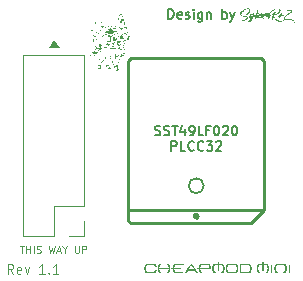
<source format=gbr>
%TF.GenerationSoftware,KiCad,Pcbnew,7.0.1*%
%TF.CreationDate,2023-07-22T00:41:28+01:00*%
%TF.ProjectId,pcb,7063622e-6b69-4636-9164-5f7063625858,rev?*%
%TF.SameCoordinates,Original*%
%TF.FileFunction,Legend,Top*%
%TF.FilePolarity,Positive*%
%FSLAX46Y46*%
G04 Gerber Fmt 4.6, Leading zero omitted, Abs format (unit mm)*
G04 Created by KiCad (PCBNEW 7.0.1) date 2023-07-22 00:41:28*
%MOMM*%
%LPD*%
G01*
G04 APERTURE LIST*
%ADD10C,0.150000*%
%ADD11C,0.125000*%
%ADD12C,0.200000*%
%ADD13C,0.120000*%
%ADD14C,0.187500*%
%ADD15C,0.254000*%
G04 APERTURE END LIST*
D10*
X145415000Y-112610900D02*
G75*
G03*
X145415000Y-112610900I-635000J0D01*
G01*
D11*
X129298619Y-120044095D02*
X129031952Y-119663142D01*
X128841476Y-120044095D02*
X128841476Y-119244095D01*
X128841476Y-119244095D02*
X129146238Y-119244095D01*
X129146238Y-119244095D02*
X129222428Y-119282190D01*
X129222428Y-119282190D02*
X129260523Y-119320285D01*
X129260523Y-119320285D02*
X129298619Y-119396476D01*
X129298619Y-119396476D02*
X129298619Y-119510761D01*
X129298619Y-119510761D02*
X129260523Y-119586952D01*
X129260523Y-119586952D02*
X129222428Y-119625047D01*
X129222428Y-119625047D02*
X129146238Y-119663142D01*
X129146238Y-119663142D02*
X128841476Y-119663142D01*
X129946238Y-120006000D02*
X129870047Y-120044095D01*
X129870047Y-120044095D02*
X129717666Y-120044095D01*
X129717666Y-120044095D02*
X129641476Y-120006000D01*
X129641476Y-120006000D02*
X129603380Y-119929809D01*
X129603380Y-119929809D02*
X129603380Y-119625047D01*
X129603380Y-119625047D02*
X129641476Y-119548857D01*
X129641476Y-119548857D02*
X129717666Y-119510761D01*
X129717666Y-119510761D02*
X129870047Y-119510761D01*
X129870047Y-119510761D02*
X129946238Y-119548857D01*
X129946238Y-119548857D02*
X129984333Y-119625047D01*
X129984333Y-119625047D02*
X129984333Y-119701238D01*
X129984333Y-119701238D02*
X129603380Y-119777428D01*
X130250999Y-119510761D02*
X130441475Y-120044095D01*
X130441475Y-120044095D02*
X130631952Y-119510761D01*
X131965285Y-120044095D02*
X131508142Y-120044095D01*
X131736714Y-120044095D02*
X131736714Y-119244095D01*
X131736714Y-119244095D02*
X131660523Y-119358380D01*
X131660523Y-119358380D02*
X131584333Y-119434571D01*
X131584333Y-119434571D02*
X131508142Y-119472666D01*
X132308143Y-119967904D02*
X132346238Y-120006000D01*
X132346238Y-120006000D02*
X132308143Y-120044095D01*
X132308143Y-120044095D02*
X132270047Y-120006000D01*
X132270047Y-120006000D02*
X132308143Y-119967904D01*
X132308143Y-119967904D02*
X132308143Y-120044095D01*
X133108142Y-120044095D02*
X132650999Y-120044095D01*
X132879571Y-120044095D02*
X132879571Y-119244095D01*
X132879571Y-119244095D02*
X132803380Y-119358380D01*
X132803380Y-119358380D02*
X132727190Y-119434571D01*
X132727190Y-119434571D02*
X132650999Y-119472666D01*
D12*
G36*
X133205715Y-100948960D02*
G01*
X132288827Y-100948960D01*
X132747271Y-100255096D01*
X133205715Y-100948960D01*
G37*
D10*
X142430476Y-98454095D02*
X142430476Y-97654095D01*
X142430476Y-97654095D02*
X142620952Y-97654095D01*
X142620952Y-97654095D02*
X142735238Y-97692190D01*
X142735238Y-97692190D02*
X142811428Y-97768380D01*
X142811428Y-97768380D02*
X142849523Y-97844571D01*
X142849523Y-97844571D02*
X142887619Y-97996952D01*
X142887619Y-97996952D02*
X142887619Y-98111238D01*
X142887619Y-98111238D02*
X142849523Y-98263619D01*
X142849523Y-98263619D02*
X142811428Y-98339809D01*
X142811428Y-98339809D02*
X142735238Y-98416000D01*
X142735238Y-98416000D02*
X142620952Y-98454095D01*
X142620952Y-98454095D02*
X142430476Y-98454095D01*
X143535238Y-98416000D02*
X143459047Y-98454095D01*
X143459047Y-98454095D02*
X143306666Y-98454095D01*
X143306666Y-98454095D02*
X143230476Y-98416000D01*
X143230476Y-98416000D02*
X143192380Y-98339809D01*
X143192380Y-98339809D02*
X143192380Y-98035047D01*
X143192380Y-98035047D02*
X143230476Y-97958857D01*
X143230476Y-97958857D02*
X143306666Y-97920761D01*
X143306666Y-97920761D02*
X143459047Y-97920761D01*
X143459047Y-97920761D02*
X143535238Y-97958857D01*
X143535238Y-97958857D02*
X143573333Y-98035047D01*
X143573333Y-98035047D02*
X143573333Y-98111238D01*
X143573333Y-98111238D02*
X143192380Y-98187428D01*
X143878094Y-98416000D02*
X143954285Y-98454095D01*
X143954285Y-98454095D02*
X144106666Y-98454095D01*
X144106666Y-98454095D02*
X144182856Y-98416000D01*
X144182856Y-98416000D02*
X144220952Y-98339809D01*
X144220952Y-98339809D02*
X144220952Y-98301714D01*
X144220952Y-98301714D02*
X144182856Y-98225523D01*
X144182856Y-98225523D02*
X144106666Y-98187428D01*
X144106666Y-98187428D02*
X143992380Y-98187428D01*
X143992380Y-98187428D02*
X143916190Y-98149333D01*
X143916190Y-98149333D02*
X143878094Y-98073142D01*
X143878094Y-98073142D02*
X143878094Y-98035047D01*
X143878094Y-98035047D02*
X143916190Y-97958857D01*
X143916190Y-97958857D02*
X143992380Y-97920761D01*
X143992380Y-97920761D02*
X144106666Y-97920761D01*
X144106666Y-97920761D02*
X144182856Y-97958857D01*
X144563809Y-98454095D02*
X144563809Y-97920761D01*
X144563809Y-97654095D02*
X144525713Y-97692190D01*
X144525713Y-97692190D02*
X144563809Y-97730285D01*
X144563809Y-97730285D02*
X144601904Y-97692190D01*
X144601904Y-97692190D02*
X144563809Y-97654095D01*
X144563809Y-97654095D02*
X144563809Y-97730285D01*
X145287618Y-97920761D02*
X145287618Y-98568380D01*
X145287618Y-98568380D02*
X145249523Y-98644571D01*
X145249523Y-98644571D02*
X145211427Y-98682666D01*
X145211427Y-98682666D02*
X145135237Y-98720761D01*
X145135237Y-98720761D02*
X145020951Y-98720761D01*
X145020951Y-98720761D02*
X144944761Y-98682666D01*
X145287618Y-98416000D02*
X145211427Y-98454095D01*
X145211427Y-98454095D02*
X145059046Y-98454095D01*
X145059046Y-98454095D02*
X144982856Y-98416000D01*
X144982856Y-98416000D02*
X144944761Y-98377904D01*
X144944761Y-98377904D02*
X144906665Y-98301714D01*
X144906665Y-98301714D02*
X144906665Y-98073142D01*
X144906665Y-98073142D02*
X144944761Y-97996952D01*
X144944761Y-97996952D02*
X144982856Y-97958857D01*
X144982856Y-97958857D02*
X145059046Y-97920761D01*
X145059046Y-97920761D02*
X145211427Y-97920761D01*
X145211427Y-97920761D02*
X145287618Y-97958857D01*
X145668571Y-97920761D02*
X145668571Y-98454095D01*
X145668571Y-97996952D02*
X145706666Y-97958857D01*
X145706666Y-97958857D02*
X145782856Y-97920761D01*
X145782856Y-97920761D02*
X145897142Y-97920761D01*
X145897142Y-97920761D02*
X145973333Y-97958857D01*
X145973333Y-97958857D02*
X146011428Y-98035047D01*
X146011428Y-98035047D02*
X146011428Y-98454095D01*
X147001905Y-98454095D02*
X147001905Y-97654095D01*
X147001905Y-97958857D02*
X147078095Y-97920761D01*
X147078095Y-97920761D02*
X147230476Y-97920761D01*
X147230476Y-97920761D02*
X147306667Y-97958857D01*
X147306667Y-97958857D02*
X147344762Y-97996952D01*
X147344762Y-97996952D02*
X147382857Y-98073142D01*
X147382857Y-98073142D02*
X147382857Y-98301714D01*
X147382857Y-98301714D02*
X147344762Y-98377904D01*
X147344762Y-98377904D02*
X147306667Y-98416000D01*
X147306667Y-98416000D02*
X147230476Y-98454095D01*
X147230476Y-98454095D02*
X147078095Y-98454095D01*
X147078095Y-98454095D02*
X147001905Y-98416000D01*
X147649524Y-97920761D02*
X147840000Y-98454095D01*
X148030477Y-97920761D02*
X147840000Y-98454095D01*
X147840000Y-98454095D02*
X147763810Y-98644571D01*
X147763810Y-98644571D02*
X147725715Y-98682666D01*
X147725715Y-98682666D02*
X147649524Y-98720761D01*
X141294284Y-108296000D02*
X141408570Y-108334095D01*
X141408570Y-108334095D02*
X141599046Y-108334095D01*
X141599046Y-108334095D02*
X141675237Y-108296000D01*
X141675237Y-108296000D02*
X141713332Y-108257904D01*
X141713332Y-108257904D02*
X141751427Y-108181714D01*
X141751427Y-108181714D02*
X141751427Y-108105523D01*
X141751427Y-108105523D02*
X141713332Y-108029333D01*
X141713332Y-108029333D02*
X141675237Y-107991238D01*
X141675237Y-107991238D02*
X141599046Y-107953142D01*
X141599046Y-107953142D02*
X141446665Y-107915047D01*
X141446665Y-107915047D02*
X141370475Y-107876952D01*
X141370475Y-107876952D02*
X141332380Y-107838857D01*
X141332380Y-107838857D02*
X141294284Y-107762666D01*
X141294284Y-107762666D02*
X141294284Y-107686476D01*
X141294284Y-107686476D02*
X141332380Y-107610285D01*
X141332380Y-107610285D02*
X141370475Y-107572190D01*
X141370475Y-107572190D02*
X141446665Y-107534095D01*
X141446665Y-107534095D02*
X141637142Y-107534095D01*
X141637142Y-107534095D02*
X141751427Y-107572190D01*
X142056189Y-108296000D02*
X142170475Y-108334095D01*
X142170475Y-108334095D02*
X142360951Y-108334095D01*
X142360951Y-108334095D02*
X142437142Y-108296000D01*
X142437142Y-108296000D02*
X142475237Y-108257904D01*
X142475237Y-108257904D02*
X142513332Y-108181714D01*
X142513332Y-108181714D02*
X142513332Y-108105523D01*
X142513332Y-108105523D02*
X142475237Y-108029333D01*
X142475237Y-108029333D02*
X142437142Y-107991238D01*
X142437142Y-107991238D02*
X142360951Y-107953142D01*
X142360951Y-107953142D02*
X142208570Y-107915047D01*
X142208570Y-107915047D02*
X142132380Y-107876952D01*
X142132380Y-107876952D02*
X142094285Y-107838857D01*
X142094285Y-107838857D02*
X142056189Y-107762666D01*
X142056189Y-107762666D02*
X142056189Y-107686476D01*
X142056189Y-107686476D02*
X142094285Y-107610285D01*
X142094285Y-107610285D02*
X142132380Y-107572190D01*
X142132380Y-107572190D02*
X142208570Y-107534095D01*
X142208570Y-107534095D02*
X142399047Y-107534095D01*
X142399047Y-107534095D02*
X142513332Y-107572190D01*
X142741904Y-107534095D02*
X143199047Y-107534095D01*
X142970475Y-108334095D02*
X142970475Y-107534095D01*
X143808571Y-107800761D02*
X143808571Y-108334095D01*
X143618095Y-107496000D02*
X143427618Y-108067428D01*
X143427618Y-108067428D02*
X143922857Y-108067428D01*
X144265714Y-108334095D02*
X144418095Y-108334095D01*
X144418095Y-108334095D02*
X144494285Y-108296000D01*
X144494285Y-108296000D02*
X144532381Y-108257904D01*
X144532381Y-108257904D02*
X144608571Y-108143619D01*
X144608571Y-108143619D02*
X144646666Y-107991238D01*
X144646666Y-107991238D02*
X144646666Y-107686476D01*
X144646666Y-107686476D02*
X144608571Y-107610285D01*
X144608571Y-107610285D02*
X144570476Y-107572190D01*
X144570476Y-107572190D02*
X144494285Y-107534095D01*
X144494285Y-107534095D02*
X144341904Y-107534095D01*
X144341904Y-107534095D02*
X144265714Y-107572190D01*
X144265714Y-107572190D02*
X144227619Y-107610285D01*
X144227619Y-107610285D02*
X144189523Y-107686476D01*
X144189523Y-107686476D02*
X144189523Y-107876952D01*
X144189523Y-107876952D02*
X144227619Y-107953142D01*
X144227619Y-107953142D02*
X144265714Y-107991238D01*
X144265714Y-107991238D02*
X144341904Y-108029333D01*
X144341904Y-108029333D02*
X144494285Y-108029333D01*
X144494285Y-108029333D02*
X144570476Y-107991238D01*
X144570476Y-107991238D02*
X144608571Y-107953142D01*
X144608571Y-107953142D02*
X144646666Y-107876952D01*
X145370476Y-108334095D02*
X144989524Y-108334095D01*
X144989524Y-108334095D02*
X144989524Y-107534095D01*
X145903809Y-107915047D02*
X145637143Y-107915047D01*
X145637143Y-108334095D02*
X145637143Y-107534095D01*
X145637143Y-107534095D02*
X146018095Y-107534095D01*
X146475238Y-107534095D02*
X146551428Y-107534095D01*
X146551428Y-107534095D02*
X146627619Y-107572190D01*
X146627619Y-107572190D02*
X146665714Y-107610285D01*
X146665714Y-107610285D02*
X146703809Y-107686476D01*
X146703809Y-107686476D02*
X146741904Y-107838857D01*
X146741904Y-107838857D02*
X146741904Y-108029333D01*
X146741904Y-108029333D02*
X146703809Y-108181714D01*
X146703809Y-108181714D02*
X146665714Y-108257904D01*
X146665714Y-108257904D02*
X146627619Y-108296000D01*
X146627619Y-108296000D02*
X146551428Y-108334095D01*
X146551428Y-108334095D02*
X146475238Y-108334095D01*
X146475238Y-108334095D02*
X146399047Y-108296000D01*
X146399047Y-108296000D02*
X146360952Y-108257904D01*
X146360952Y-108257904D02*
X146322857Y-108181714D01*
X146322857Y-108181714D02*
X146284761Y-108029333D01*
X146284761Y-108029333D02*
X146284761Y-107838857D01*
X146284761Y-107838857D02*
X146322857Y-107686476D01*
X146322857Y-107686476D02*
X146360952Y-107610285D01*
X146360952Y-107610285D02*
X146399047Y-107572190D01*
X146399047Y-107572190D02*
X146475238Y-107534095D01*
X147046666Y-107610285D02*
X147084762Y-107572190D01*
X147084762Y-107572190D02*
X147160952Y-107534095D01*
X147160952Y-107534095D02*
X147351428Y-107534095D01*
X147351428Y-107534095D02*
X147427619Y-107572190D01*
X147427619Y-107572190D02*
X147465714Y-107610285D01*
X147465714Y-107610285D02*
X147503809Y-107686476D01*
X147503809Y-107686476D02*
X147503809Y-107762666D01*
X147503809Y-107762666D02*
X147465714Y-107876952D01*
X147465714Y-107876952D02*
X147008571Y-108334095D01*
X147008571Y-108334095D02*
X147503809Y-108334095D01*
X147999048Y-107534095D02*
X148075238Y-107534095D01*
X148075238Y-107534095D02*
X148151429Y-107572190D01*
X148151429Y-107572190D02*
X148189524Y-107610285D01*
X148189524Y-107610285D02*
X148227619Y-107686476D01*
X148227619Y-107686476D02*
X148265714Y-107838857D01*
X148265714Y-107838857D02*
X148265714Y-108029333D01*
X148265714Y-108029333D02*
X148227619Y-108181714D01*
X148227619Y-108181714D02*
X148189524Y-108257904D01*
X148189524Y-108257904D02*
X148151429Y-108296000D01*
X148151429Y-108296000D02*
X148075238Y-108334095D01*
X148075238Y-108334095D02*
X147999048Y-108334095D01*
X147999048Y-108334095D02*
X147922857Y-108296000D01*
X147922857Y-108296000D02*
X147884762Y-108257904D01*
X147884762Y-108257904D02*
X147846667Y-108181714D01*
X147846667Y-108181714D02*
X147808571Y-108029333D01*
X147808571Y-108029333D02*
X147808571Y-107838857D01*
X147808571Y-107838857D02*
X147846667Y-107686476D01*
X147846667Y-107686476D02*
X147884762Y-107610285D01*
X147884762Y-107610285D02*
X147922857Y-107572190D01*
X147922857Y-107572190D02*
X147999048Y-107534095D01*
X142684762Y-109630095D02*
X142684762Y-108830095D01*
X142684762Y-108830095D02*
X142989524Y-108830095D01*
X142989524Y-108830095D02*
X143065714Y-108868190D01*
X143065714Y-108868190D02*
X143103809Y-108906285D01*
X143103809Y-108906285D02*
X143141905Y-108982476D01*
X143141905Y-108982476D02*
X143141905Y-109096761D01*
X143141905Y-109096761D02*
X143103809Y-109172952D01*
X143103809Y-109172952D02*
X143065714Y-109211047D01*
X143065714Y-109211047D02*
X142989524Y-109249142D01*
X142989524Y-109249142D02*
X142684762Y-109249142D01*
X143865714Y-109630095D02*
X143484762Y-109630095D01*
X143484762Y-109630095D02*
X143484762Y-108830095D01*
X144589524Y-109553904D02*
X144551428Y-109592000D01*
X144551428Y-109592000D02*
X144437143Y-109630095D01*
X144437143Y-109630095D02*
X144360952Y-109630095D01*
X144360952Y-109630095D02*
X144246666Y-109592000D01*
X144246666Y-109592000D02*
X144170476Y-109515809D01*
X144170476Y-109515809D02*
X144132381Y-109439619D01*
X144132381Y-109439619D02*
X144094285Y-109287238D01*
X144094285Y-109287238D02*
X144094285Y-109172952D01*
X144094285Y-109172952D02*
X144132381Y-109020571D01*
X144132381Y-109020571D02*
X144170476Y-108944380D01*
X144170476Y-108944380D02*
X144246666Y-108868190D01*
X144246666Y-108868190D02*
X144360952Y-108830095D01*
X144360952Y-108830095D02*
X144437143Y-108830095D01*
X144437143Y-108830095D02*
X144551428Y-108868190D01*
X144551428Y-108868190D02*
X144589524Y-108906285D01*
X145389524Y-109553904D02*
X145351428Y-109592000D01*
X145351428Y-109592000D02*
X145237143Y-109630095D01*
X145237143Y-109630095D02*
X145160952Y-109630095D01*
X145160952Y-109630095D02*
X145046666Y-109592000D01*
X145046666Y-109592000D02*
X144970476Y-109515809D01*
X144970476Y-109515809D02*
X144932381Y-109439619D01*
X144932381Y-109439619D02*
X144894285Y-109287238D01*
X144894285Y-109287238D02*
X144894285Y-109172952D01*
X144894285Y-109172952D02*
X144932381Y-109020571D01*
X144932381Y-109020571D02*
X144970476Y-108944380D01*
X144970476Y-108944380D02*
X145046666Y-108868190D01*
X145046666Y-108868190D02*
X145160952Y-108830095D01*
X145160952Y-108830095D02*
X145237143Y-108830095D01*
X145237143Y-108830095D02*
X145351428Y-108868190D01*
X145351428Y-108868190D02*
X145389524Y-108906285D01*
X145656190Y-108830095D02*
X146151428Y-108830095D01*
X146151428Y-108830095D02*
X145884762Y-109134857D01*
X145884762Y-109134857D02*
X145999047Y-109134857D01*
X145999047Y-109134857D02*
X146075238Y-109172952D01*
X146075238Y-109172952D02*
X146113333Y-109211047D01*
X146113333Y-109211047D02*
X146151428Y-109287238D01*
X146151428Y-109287238D02*
X146151428Y-109477714D01*
X146151428Y-109477714D02*
X146113333Y-109553904D01*
X146113333Y-109553904D02*
X146075238Y-109592000D01*
X146075238Y-109592000D02*
X145999047Y-109630095D01*
X145999047Y-109630095D02*
X145770476Y-109630095D01*
X145770476Y-109630095D02*
X145694285Y-109592000D01*
X145694285Y-109592000D02*
X145656190Y-109553904D01*
X146456190Y-108906285D02*
X146494286Y-108868190D01*
X146494286Y-108868190D02*
X146570476Y-108830095D01*
X146570476Y-108830095D02*
X146760952Y-108830095D01*
X146760952Y-108830095D02*
X146837143Y-108868190D01*
X146837143Y-108868190D02*
X146875238Y-108906285D01*
X146875238Y-108906285D02*
X146913333Y-108982476D01*
X146913333Y-108982476D02*
X146913333Y-109058666D01*
X146913333Y-109058666D02*
X146875238Y-109172952D01*
X146875238Y-109172952D02*
X146418095Y-109630095D01*
X146418095Y-109630095D02*
X146913333Y-109630095D01*
D13*
X129851142Y-117690571D02*
X130194000Y-117690571D01*
X130022571Y-118290571D02*
X130022571Y-117690571D01*
X130394000Y-118290571D02*
X130394000Y-117690571D01*
X130394000Y-117976285D02*
X130736857Y-117976285D01*
X130736857Y-118290571D02*
X130736857Y-117690571D01*
X131022571Y-118290571D02*
X131022571Y-117690571D01*
X131279713Y-118262000D02*
X131365428Y-118290571D01*
X131365428Y-118290571D02*
X131508285Y-118290571D01*
X131508285Y-118290571D02*
X131565428Y-118262000D01*
X131565428Y-118262000D02*
X131593999Y-118233428D01*
X131593999Y-118233428D02*
X131622570Y-118176285D01*
X131622570Y-118176285D02*
X131622570Y-118119142D01*
X131622570Y-118119142D02*
X131593999Y-118062000D01*
X131593999Y-118062000D02*
X131565428Y-118033428D01*
X131565428Y-118033428D02*
X131508285Y-118004857D01*
X131508285Y-118004857D02*
X131393999Y-117976285D01*
X131393999Y-117976285D02*
X131336856Y-117947714D01*
X131336856Y-117947714D02*
X131308285Y-117919142D01*
X131308285Y-117919142D02*
X131279713Y-117862000D01*
X131279713Y-117862000D02*
X131279713Y-117804857D01*
X131279713Y-117804857D02*
X131308285Y-117747714D01*
X131308285Y-117747714D02*
X131336856Y-117719142D01*
X131336856Y-117719142D02*
X131393999Y-117690571D01*
X131393999Y-117690571D02*
X131536856Y-117690571D01*
X131536856Y-117690571D02*
X131622570Y-117719142D01*
X132279714Y-117690571D02*
X132422571Y-118290571D01*
X132422571Y-118290571D02*
X132536857Y-117862000D01*
X132536857Y-117862000D02*
X132651142Y-118290571D01*
X132651142Y-118290571D02*
X132794000Y-117690571D01*
X132993999Y-118119142D02*
X133279714Y-118119142D01*
X132936856Y-118290571D02*
X133136856Y-117690571D01*
X133136856Y-117690571D02*
X133336856Y-118290571D01*
X133651142Y-118004857D02*
X133651142Y-118290571D01*
X133451142Y-117690571D02*
X133651142Y-118004857D01*
X133651142Y-118004857D02*
X133851142Y-117690571D01*
X134508286Y-117690571D02*
X134508286Y-118176285D01*
X134508286Y-118176285D02*
X134536857Y-118233428D01*
X134536857Y-118233428D02*
X134565429Y-118262000D01*
X134565429Y-118262000D02*
X134622571Y-118290571D01*
X134622571Y-118290571D02*
X134736857Y-118290571D01*
X134736857Y-118290571D02*
X134794000Y-118262000D01*
X134794000Y-118262000D02*
X134822571Y-118233428D01*
X134822571Y-118233428D02*
X134851143Y-118176285D01*
X134851143Y-118176285D02*
X134851143Y-117690571D01*
X135136857Y-118290571D02*
X135136857Y-117690571D01*
X135136857Y-117690571D02*
X135365428Y-117690571D01*
X135365428Y-117690571D02*
X135422571Y-117719142D01*
X135422571Y-117719142D02*
X135451142Y-117747714D01*
X135451142Y-117747714D02*
X135479714Y-117804857D01*
X135479714Y-117804857D02*
X135479714Y-117890571D01*
X135479714Y-117890571D02*
X135451142Y-117947714D01*
X135451142Y-117947714D02*
X135422571Y-117976285D01*
X135422571Y-117976285D02*
X135365428Y-118004857D01*
X135365428Y-118004857D02*
X135136857Y-118004857D01*
D14*
G36*
X141279731Y-119771331D02*
G01*
X141420415Y-119771331D01*
X141418395Y-119779617D01*
X141416266Y-119787841D01*
X141414030Y-119796004D01*
X141411686Y-119804105D01*
X141409234Y-119812145D01*
X141406674Y-119820124D01*
X141404006Y-119828041D01*
X141401229Y-119835897D01*
X141398345Y-119843691D01*
X141395353Y-119851424D01*
X141392253Y-119859095D01*
X141389045Y-119866705D01*
X141385729Y-119874253D01*
X141382304Y-119881740D01*
X141378772Y-119889166D01*
X141375132Y-119896530D01*
X141371384Y-119903833D01*
X141367528Y-119911074D01*
X141363564Y-119918254D01*
X141359491Y-119925372D01*
X141355311Y-119932429D01*
X141351023Y-119939424D01*
X141346627Y-119946358D01*
X141342123Y-119953231D01*
X141337510Y-119960042D01*
X141332790Y-119966792D01*
X141327962Y-119973480D01*
X141323026Y-119980107D01*
X141317982Y-119986672D01*
X141312830Y-119993176D01*
X141307569Y-119999618D01*
X141302201Y-120006000D01*
X140525704Y-120006000D01*
X140517349Y-119995997D01*
X140509260Y-119985845D01*
X140501436Y-119975544D01*
X140493876Y-119965095D01*
X140486583Y-119954497D01*
X140479554Y-119943750D01*
X140472790Y-119932854D01*
X140466292Y-119921809D01*
X140460059Y-119910615D01*
X140454092Y-119899273D01*
X140448389Y-119887782D01*
X140442952Y-119876142D01*
X140437780Y-119864353D01*
X140432873Y-119852415D01*
X140428231Y-119840328D01*
X140423855Y-119828093D01*
X140419744Y-119815709D01*
X140415898Y-119803176D01*
X140412317Y-119790494D01*
X140409002Y-119777663D01*
X140405952Y-119764683D01*
X140403167Y-119751555D01*
X140400647Y-119738278D01*
X140398393Y-119724852D01*
X140396403Y-119711277D01*
X140394679Y-119697553D01*
X140393221Y-119683680D01*
X140392027Y-119669659D01*
X140391099Y-119655488D01*
X140390436Y-119641169D01*
X140390038Y-119626701D01*
X140389905Y-119612085D01*
X140390038Y-119597468D01*
X140390436Y-119583000D01*
X140391099Y-119568681D01*
X140392027Y-119554510D01*
X140393221Y-119540489D01*
X140394679Y-119526616D01*
X140396403Y-119512893D01*
X140398393Y-119499318D01*
X140400647Y-119485892D01*
X140403167Y-119472614D01*
X140405952Y-119459486D01*
X140409002Y-119446506D01*
X140412317Y-119433676D01*
X140415898Y-119420994D01*
X140419744Y-119408461D01*
X140423855Y-119396076D01*
X140428231Y-119383841D01*
X140432873Y-119371754D01*
X140437780Y-119359817D01*
X140442952Y-119348028D01*
X140448389Y-119336388D01*
X140454092Y-119324896D01*
X140460059Y-119313554D01*
X140466292Y-119302360D01*
X140472790Y-119291316D01*
X140479554Y-119280420D01*
X140486583Y-119269673D01*
X140493876Y-119259074D01*
X140501436Y-119248625D01*
X140509260Y-119238324D01*
X140517349Y-119228173D01*
X140525704Y-119218170D01*
X141302201Y-119218170D01*
X141307569Y-119224551D01*
X141312830Y-119230993D01*
X141317982Y-119237495D01*
X141323026Y-119244060D01*
X141327962Y-119250685D01*
X141332790Y-119257371D01*
X141337510Y-119264118D01*
X141342123Y-119270926D01*
X141346627Y-119277796D01*
X141351023Y-119284726D01*
X141355311Y-119291717D01*
X141359491Y-119298770D01*
X141363564Y-119305883D01*
X141367528Y-119313058D01*
X141371384Y-119320294D01*
X141375132Y-119327591D01*
X141378772Y-119334948D01*
X141382304Y-119342367D01*
X141385729Y-119349847D01*
X141389045Y-119357388D01*
X141392253Y-119364990D01*
X141395353Y-119372653D01*
X141398345Y-119380378D01*
X141401229Y-119388163D01*
X141404006Y-119396009D01*
X141406674Y-119403916D01*
X141409234Y-119411885D01*
X141411686Y-119419914D01*
X141414030Y-119428005D01*
X141416266Y-119436157D01*
X141418395Y-119444369D01*
X141420415Y-119452643D01*
X141279731Y-119452643D01*
X141276327Y-119442866D01*
X141272710Y-119433100D01*
X141268881Y-119423343D01*
X141264838Y-119413598D01*
X141260583Y-119403862D01*
X141256114Y-119394137D01*
X141251433Y-119384422D01*
X141246538Y-119374717D01*
X141241431Y-119365023D01*
X141236111Y-119355339D01*
X141232445Y-119348889D01*
X140596046Y-119348889D01*
X140591418Y-119357096D01*
X140586937Y-119365304D01*
X140582602Y-119373513D01*
X140578415Y-119381724D01*
X140574374Y-119389936D01*
X140570481Y-119398149D01*
X140566734Y-119406363D01*
X140563135Y-119414578D01*
X140559682Y-119422794D01*
X140556376Y-119431011D01*
X140553217Y-119439230D01*
X140550205Y-119447450D01*
X140547340Y-119455671D01*
X140544622Y-119463893D01*
X140542050Y-119472116D01*
X140539626Y-119480340D01*
X140537349Y-119488565D01*
X140535218Y-119496792D01*
X140533235Y-119505020D01*
X140531398Y-119513249D01*
X140529709Y-119521479D01*
X140528166Y-119529710D01*
X140526770Y-119537942D01*
X140525521Y-119546176D01*
X140524419Y-119554410D01*
X140523464Y-119562646D01*
X140522656Y-119570883D01*
X140521995Y-119579121D01*
X140521481Y-119587360D01*
X140521113Y-119595601D01*
X140520893Y-119603842D01*
X140520819Y-119612085D01*
X140520893Y-119620292D01*
X140521113Y-119628500D01*
X140521481Y-119636709D01*
X140521995Y-119644920D01*
X140522656Y-119653132D01*
X140523464Y-119661345D01*
X140524419Y-119669559D01*
X140525521Y-119677774D01*
X140526770Y-119685990D01*
X140528166Y-119694207D01*
X140529709Y-119702426D01*
X140531398Y-119710646D01*
X140533235Y-119718867D01*
X140535218Y-119727089D01*
X140537349Y-119735312D01*
X140539626Y-119743536D01*
X140542050Y-119751762D01*
X140544622Y-119759988D01*
X140547340Y-119768216D01*
X140550205Y-119776445D01*
X140553217Y-119784675D01*
X140556376Y-119792906D01*
X140559682Y-119801138D01*
X140563135Y-119809372D01*
X140566734Y-119817606D01*
X140570481Y-119825842D01*
X140574374Y-119834079D01*
X140578415Y-119842317D01*
X140582602Y-119850556D01*
X140586937Y-119858797D01*
X140591418Y-119867038D01*
X140596046Y-119875281D01*
X141232445Y-119875281D01*
X141237908Y-119865502D01*
X141243157Y-119855731D01*
X141248193Y-119845966D01*
X141253017Y-119836208D01*
X141257627Y-119826457D01*
X141262025Y-119816713D01*
X141266209Y-119806976D01*
X141270181Y-119797245D01*
X141273940Y-119787522D01*
X141277485Y-119777805D01*
X141279731Y-119771331D01*
G37*
G36*
X141659968Y-119674025D02*
G01*
X141661917Y-119686580D01*
X141664197Y-119699139D01*
X141666808Y-119711701D01*
X141669750Y-119724265D01*
X141673024Y-119736833D01*
X141676629Y-119749404D01*
X141680565Y-119761978D01*
X141684832Y-119774555D01*
X141689431Y-119787135D01*
X141694361Y-119799718D01*
X141699622Y-119812304D01*
X141705214Y-119824893D01*
X141711138Y-119837486D01*
X141717393Y-119850081D01*
X141723979Y-119862679D01*
X141730896Y-119875281D01*
X141817651Y-119875281D01*
X141817651Y-120006000D01*
X141660554Y-120006000D01*
X141652199Y-119995997D01*
X141644110Y-119985845D01*
X141636286Y-119975544D01*
X141628726Y-119965095D01*
X141621432Y-119954497D01*
X141614404Y-119943750D01*
X141607640Y-119932854D01*
X141601142Y-119921809D01*
X141594909Y-119910615D01*
X141588942Y-119899273D01*
X141583239Y-119887782D01*
X141577802Y-119876142D01*
X141572630Y-119864353D01*
X141567723Y-119852415D01*
X141563081Y-119840328D01*
X141558705Y-119828093D01*
X141554594Y-119815709D01*
X141550748Y-119803176D01*
X141547167Y-119790494D01*
X141543852Y-119777663D01*
X141540802Y-119764683D01*
X141538017Y-119751555D01*
X141535497Y-119738278D01*
X141533243Y-119724852D01*
X141531253Y-119711277D01*
X141529529Y-119697553D01*
X141528071Y-119683680D01*
X141526877Y-119669659D01*
X141525949Y-119655488D01*
X141525286Y-119641169D01*
X141524888Y-119626701D01*
X141524755Y-119612085D01*
X141524888Y-119597432D01*
X141525286Y-119582931D01*
X141525949Y-119568581D01*
X141526877Y-119554382D01*
X141528071Y-119540334D01*
X141529529Y-119526438D01*
X141531253Y-119512692D01*
X141533243Y-119499098D01*
X141535497Y-119485655D01*
X141538017Y-119472362D01*
X141540802Y-119459221D01*
X141543852Y-119446232D01*
X141547167Y-119433393D01*
X141550748Y-119420705D01*
X141554594Y-119408169D01*
X141558705Y-119395783D01*
X141563081Y-119383549D01*
X141567723Y-119371466D01*
X141572630Y-119359534D01*
X141577802Y-119347753D01*
X141583239Y-119336123D01*
X141588942Y-119324644D01*
X141594909Y-119313317D01*
X141601142Y-119302140D01*
X141607640Y-119291115D01*
X141614404Y-119280241D01*
X141621432Y-119269518D01*
X141628726Y-119258946D01*
X141636286Y-119248525D01*
X141644110Y-119238256D01*
X141652199Y-119228137D01*
X141660554Y-119218170D01*
X141817651Y-119218170D01*
X141817651Y-119348889D01*
X141730896Y-119348889D01*
X141723979Y-119361051D01*
X141717393Y-119373212D01*
X141711138Y-119385372D01*
X141705214Y-119397530D01*
X141699622Y-119409686D01*
X141694361Y-119421841D01*
X141689431Y-119433994D01*
X141684832Y-119446146D01*
X141680565Y-119458296D01*
X141676629Y-119470445D01*
X141673024Y-119482592D01*
X141669750Y-119494738D01*
X141666808Y-119506882D01*
X141664197Y-119519025D01*
X141661917Y-119531166D01*
X141659968Y-119543306D01*
X142437637Y-119543306D01*
X142435691Y-119531166D01*
X142433418Y-119519025D01*
X142430818Y-119506882D01*
X142427892Y-119494738D01*
X142424639Y-119482592D01*
X142421059Y-119470445D01*
X142417153Y-119458296D01*
X142412920Y-119446146D01*
X142408360Y-119433994D01*
X142403474Y-119421841D01*
X142398261Y-119409686D01*
X142392721Y-119397530D01*
X142386855Y-119385372D01*
X142380662Y-119373212D01*
X142374142Y-119361051D01*
X142367295Y-119348889D01*
X142279954Y-119348889D01*
X142279954Y-119218170D01*
X142437051Y-119218170D01*
X142445406Y-119228137D01*
X142453496Y-119238256D01*
X142461320Y-119248525D01*
X142468879Y-119258946D01*
X142476173Y-119269518D01*
X142483202Y-119280241D01*
X142489965Y-119291115D01*
X142496463Y-119302140D01*
X142502696Y-119313317D01*
X142508664Y-119324644D01*
X142514366Y-119336123D01*
X142519804Y-119347753D01*
X142524976Y-119359534D01*
X142529883Y-119371466D01*
X142534524Y-119383549D01*
X142538900Y-119395783D01*
X142543012Y-119408169D01*
X142546857Y-119420705D01*
X142550438Y-119433393D01*
X142553753Y-119446232D01*
X142556804Y-119459221D01*
X142559589Y-119472362D01*
X142562108Y-119485655D01*
X142564363Y-119499098D01*
X142566352Y-119512692D01*
X142568076Y-119526438D01*
X142569535Y-119540334D01*
X142570728Y-119554382D01*
X142571657Y-119568581D01*
X142572320Y-119582931D01*
X142572718Y-119597432D01*
X142572850Y-119612085D01*
X142572718Y-119626701D01*
X142572320Y-119641169D01*
X142571657Y-119655488D01*
X142570728Y-119669659D01*
X142569535Y-119683680D01*
X142568076Y-119697553D01*
X142566352Y-119711277D01*
X142564363Y-119724852D01*
X142562108Y-119738278D01*
X142559589Y-119751555D01*
X142556804Y-119764683D01*
X142553753Y-119777663D01*
X142550438Y-119790494D01*
X142546857Y-119803176D01*
X142543012Y-119815709D01*
X142538900Y-119828093D01*
X142534524Y-119840328D01*
X142529883Y-119852415D01*
X142524976Y-119864353D01*
X142519804Y-119876142D01*
X142514366Y-119887782D01*
X142508664Y-119899273D01*
X142502696Y-119910615D01*
X142496463Y-119921809D01*
X142489965Y-119932854D01*
X142483202Y-119943750D01*
X142476173Y-119954497D01*
X142468879Y-119965095D01*
X142461320Y-119975544D01*
X142453496Y-119985845D01*
X142445406Y-119995997D01*
X142437051Y-120006000D01*
X142279954Y-120006000D01*
X142279954Y-119875281D01*
X142367295Y-119875281D01*
X142374142Y-119862679D01*
X142380662Y-119850081D01*
X142386855Y-119837486D01*
X142392721Y-119824893D01*
X142398261Y-119812304D01*
X142403474Y-119799718D01*
X142408360Y-119787135D01*
X142412920Y-119774555D01*
X142417153Y-119761978D01*
X142421059Y-119749404D01*
X142424639Y-119736833D01*
X142427892Y-119724265D01*
X142430818Y-119711701D01*
X142433418Y-119699139D01*
X142435691Y-119686580D01*
X142437637Y-119674025D01*
X141659968Y-119674025D01*
G37*
G36*
X143476939Y-119674025D02*
G01*
X142932962Y-119674025D01*
X142934910Y-119686580D01*
X142937190Y-119699139D01*
X142939801Y-119711701D01*
X142942744Y-119724265D01*
X142946017Y-119736833D01*
X142949622Y-119749404D01*
X142953558Y-119761978D01*
X142957826Y-119774555D01*
X142962424Y-119787135D01*
X142967354Y-119799718D01*
X142972615Y-119812304D01*
X142978208Y-119824893D01*
X142984131Y-119837486D01*
X142990386Y-119850081D01*
X142996973Y-119862679D01*
X143003890Y-119875281D01*
X143651231Y-119875281D01*
X143726458Y-120006000D01*
X142933548Y-120006000D01*
X142926355Y-119997358D01*
X142919358Y-119988606D01*
X142912557Y-119979741D01*
X142905952Y-119970764D01*
X142899542Y-119961676D01*
X142893328Y-119952476D01*
X142887310Y-119943164D01*
X142881488Y-119933740D01*
X142875861Y-119924205D01*
X142870430Y-119914557D01*
X142865195Y-119904798D01*
X142860156Y-119894927D01*
X142855313Y-119884944D01*
X142850665Y-119874849D01*
X142846213Y-119864643D01*
X142841957Y-119854325D01*
X142837897Y-119843895D01*
X142834032Y-119833353D01*
X142830363Y-119822699D01*
X142826890Y-119811933D01*
X142823613Y-119801056D01*
X142820531Y-119790067D01*
X142817646Y-119778966D01*
X142814956Y-119767753D01*
X142812462Y-119756428D01*
X142810163Y-119744992D01*
X142808061Y-119733443D01*
X142806154Y-119721783D01*
X142804443Y-119710011D01*
X142802928Y-119698128D01*
X142801608Y-119686132D01*
X142800484Y-119674025D01*
X142676800Y-119674025D01*
X142676800Y-119543306D01*
X142800484Y-119543306D01*
X142801608Y-119531430D01*
X142802928Y-119519665D01*
X142804443Y-119508010D01*
X142806154Y-119496466D01*
X142808061Y-119485033D01*
X142810163Y-119473710D01*
X142812462Y-119462498D01*
X142814956Y-119451397D01*
X142817646Y-119440407D01*
X142820531Y-119429527D01*
X142823613Y-119418758D01*
X142826890Y-119408099D01*
X142830363Y-119397551D01*
X142834032Y-119387114D01*
X142837897Y-119376788D01*
X142841957Y-119366572D01*
X142846213Y-119356467D01*
X142850665Y-119346472D01*
X142855313Y-119336588D01*
X142860156Y-119326815D01*
X142865195Y-119317153D01*
X142870430Y-119307601D01*
X142875861Y-119298160D01*
X142881488Y-119288829D01*
X142887310Y-119279609D01*
X142893328Y-119270500D01*
X142899542Y-119261502D01*
X142905952Y-119252614D01*
X142912557Y-119243837D01*
X142919358Y-119235171D01*
X142926355Y-119226615D01*
X142933548Y-119218170D01*
X143726458Y-119218170D01*
X143651231Y-119348889D01*
X143003890Y-119348889D01*
X142996973Y-119361051D01*
X142990386Y-119373212D01*
X142984131Y-119385372D01*
X142978208Y-119397530D01*
X142972615Y-119409686D01*
X142967354Y-119421841D01*
X142962424Y-119433994D01*
X142957826Y-119446146D01*
X142953558Y-119458296D01*
X142949622Y-119470445D01*
X142946017Y-119482592D01*
X142942744Y-119494738D01*
X142939801Y-119506882D01*
X142937190Y-119519025D01*
X142934910Y-119531166D01*
X142932962Y-119543306D01*
X143476939Y-119543306D01*
X143476939Y-119674025D01*
G37*
G36*
X144950994Y-120006000D02*
G01*
X144789989Y-120006000D01*
X144653604Y-119786572D01*
X144104155Y-119786572D01*
X143966207Y-120006000D01*
X143803053Y-120006000D01*
X144025542Y-119655853D01*
X144186025Y-119655853D01*
X144572320Y-119655853D01*
X144380052Y-119352406D01*
X144186025Y-119655853D01*
X144025542Y-119655853D01*
X144303653Y-119218170D01*
X144454106Y-119218170D01*
X144950994Y-120006000D01*
G37*
G36*
X145904459Y-119228063D02*
G01*
X145912537Y-119238107D01*
X145920350Y-119248300D01*
X145927898Y-119258644D01*
X145935182Y-119269137D01*
X145942200Y-119279781D01*
X145948954Y-119290574D01*
X145955443Y-119301518D01*
X145961667Y-119312611D01*
X145967626Y-119323854D01*
X145973320Y-119335248D01*
X145978750Y-119346791D01*
X145983914Y-119358484D01*
X145988814Y-119370328D01*
X145993449Y-119382321D01*
X145997819Y-119394464D01*
X146001924Y-119406757D01*
X146005764Y-119419201D01*
X146009340Y-119431794D01*
X146012650Y-119444537D01*
X146015696Y-119457430D01*
X146018477Y-119470473D01*
X146020993Y-119483667D01*
X146023244Y-119497010D01*
X146025231Y-119510503D01*
X146026952Y-119524146D01*
X146028409Y-119537939D01*
X146029601Y-119551882D01*
X146030528Y-119565975D01*
X146031190Y-119580218D01*
X146031587Y-119594611D01*
X146031720Y-119609154D01*
X145972515Y-119674025D01*
X145119033Y-119674025D01*
X145120982Y-119686580D01*
X145123261Y-119699139D01*
X145125873Y-119711701D01*
X145128815Y-119724265D01*
X145132089Y-119736833D01*
X145135693Y-119749404D01*
X145139630Y-119761978D01*
X145143897Y-119774555D01*
X145148496Y-119787135D01*
X145153425Y-119799718D01*
X145158687Y-119812304D01*
X145164279Y-119824893D01*
X145170203Y-119837486D01*
X145176458Y-119850081D01*
X145183044Y-119862679D01*
X145189961Y-119875281D01*
X145276716Y-119875281D01*
X145276716Y-120006000D01*
X145119619Y-120006000D01*
X145112426Y-119997358D01*
X145105429Y-119988606D01*
X145098628Y-119979741D01*
X145092023Y-119970764D01*
X145085613Y-119961676D01*
X145079399Y-119952476D01*
X145073381Y-119943164D01*
X145067559Y-119933740D01*
X145061932Y-119924205D01*
X145056501Y-119914557D01*
X145051266Y-119904798D01*
X145046227Y-119894927D01*
X145041384Y-119884944D01*
X145036736Y-119874849D01*
X145032284Y-119864643D01*
X145028028Y-119854325D01*
X145023968Y-119843895D01*
X145020103Y-119833353D01*
X145016434Y-119822699D01*
X145012961Y-119811933D01*
X145009684Y-119801056D01*
X145006603Y-119790067D01*
X145003717Y-119778966D01*
X145001027Y-119767753D01*
X144998533Y-119756428D01*
X144996235Y-119744992D01*
X144994132Y-119733443D01*
X144992225Y-119721783D01*
X144990514Y-119710011D01*
X144988999Y-119698128D01*
X144987679Y-119686132D01*
X144986556Y-119674025D01*
X144862871Y-119674025D01*
X144862871Y-119543306D01*
X144986556Y-119543306D01*
X145119033Y-119543306D01*
X145896702Y-119543306D01*
X145894733Y-119531166D01*
X145892440Y-119519025D01*
X145889824Y-119506882D01*
X145886884Y-119494738D01*
X145883620Y-119482592D01*
X145880033Y-119470445D01*
X145876122Y-119458296D01*
X145871887Y-119446146D01*
X145867329Y-119433994D01*
X145862447Y-119421841D01*
X145857242Y-119409686D01*
X145851713Y-119397530D01*
X145845860Y-119385372D01*
X145839684Y-119373212D01*
X145833184Y-119361051D01*
X145826360Y-119348889D01*
X145189961Y-119348889D01*
X145183044Y-119361051D01*
X145176458Y-119373212D01*
X145170203Y-119385372D01*
X145164279Y-119397530D01*
X145158687Y-119409686D01*
X145153425Y-119421841D01*
X145148496Y-119433994D01*
X145143897Y-119446146D01*
X145139630Y-119458296D01*
X145135693Y-119470445D01*
X145132089Y-119482592D01*
X145128815Y-119494738D01*
X145125873Y-119506882D01*
X145123261Y-119519025D01*
X145120982Y-119531166D01*
X145119033Y-119543306D01*
X144986556Y-119543306D01*
X144987679Y-119531430D01*
X144988999Y-119519665D01*
X144990514Y-119508010D01*
X144992225Y-119496466D01*
X144994132Y-119485033D01*
X144996235Y-119473710D01*
X144998533Y-119462498D01*
X145001027Y-119451397D01*
X145003717Y-119440407D01*
X145006603Y-119429527D01*
X145009684Y-119418758D01*
X145012961Y-119408099D01*
X145016434Y-119397551D01*
X145020103Y-119387114D01*
X145023968Y-119376788D01*
X145028028Y-119366572D01*
X145032284Y-119356467D01*
X145036736Y-119346472D01*
X145041384Y-119336588D01*
X145046227Y-119326815D01*
X145051266Y-119317153D01*
X145056501Y-119307601D01*
X145061932Y-119298160D01*
X145067559Y-119288829D01*
X145073381Y-119279609D01*
X145079399Y-119270500D01*
X145085613Y-119261502D01*
X145092023Y-119252614D01*
X145098628Y-119243837D01*
X145105429Y-119235171D01*
X145112426Y-119226615D01*
X145119619Y-119218170D01*
X145896116Y-119218170D01*
X145904459Y-119228063D01*
G37*
G36*
X146591133Y-119348889D02*
G01*
X146338293Y-119348889D01*
X146333665Y-119357096D01*
X146329184Y-119365304D01*
X146324849Y-119373513D01*
X146320662Y-119381724D01*
X146316622Y-119389936D01*
X146312728Y-119398149D01*
X146308981Y-119406363D01*
X146305382Y-119414578D01*
X146301929Y-119422794D01*
X146298623Y-119431011D01*
X146295464Y-119439230D01*
X146292452Y-119447450D01*
X146289587Y-119455671D01*
X146286869Y-119463893D01*
X146284297Y-119472116D01*
X146281873Y-119480340D01*
X146279596Y-119488565D01*
X146277465Y-119496792D01*
X146275482Y-119505020D01*
X146273645Y-119513249D01*
X146271956Y-119521479D01*
X146270413Y-119529710D01*
X146269017Y-119537942D01*
X146267768Y-119546176D01*
X146266666Y-119554410D01*
X146265711Y-119562646D01*
X146264903Y-119570883D01*
X146264242Y-119579121D01*
X146263728Y-119587360D01*
X146263360Y-119595601D01*
X146263140Y-119603842D01*
X146263066Y-119612085D01*
X146263140Y-119620292D01*
X146263360Y-119628500D01*
X146263728Y-119636709D01*
X146264242Y-119644920D01*
X146264903Y-119653132D01*
X146265711Y-119661345D01*
X146266666Y-119669559D01*
X146267768Y-119677774D01*
X146269017Y-119685990D01*
X146270413Y-119694207D01*
X146271956Y-119702426D01*
X146273645Y-119710646D01*
X146275482Y-119718867D01*
X146277465Y-119727089D01*
X146279596Y-119735312D01*
X146281873Y-119743536D01*
X146284297Y-119751762D01*
X146286869Y-119759988D01*
X146289587Y-119768216D01*
X146292452Y-119776445D01*
X146295464Y-119784675D01*
X146298623Y-119792906D01*
X146301929Y-119801138D01*
X146305382Y-119809372D01*
X146308981Y-119817606D01*
X146312728Y-119825842D01*
X146316622Y-119834079D01*
X146320662Y-119842317D01*
X146324849Y-119850556D01*
X146329184Y-119858797D01*
X146333665Y-119867038D01*
X146338293Y-119875281D01*
X146425048Y-119875281D01*
X146425048Y-120006000D01*
X146267951Y-120006000D01*
X146259597Y-119995997D01*
X146251507Y-119985845D01*
X146243683Y-119975544D01*
X146236123Y-119965095D01*
X146228830Y-119954497D01*
X146221801Y-119943750D01*
X146215037Y-119932854D01*
X146208539Y-119921809D01*
X146202306Y-119910615D01*
X146196339Y-119899273D01*
X146190636Y-119887782D01*
X146185199Y-119876142D01*
X146180027Y-119864353D01*
X146175120Y-119852415D01*
X146170478Y-119840328D01*
X146166102Y-119828093D01*
X146161991Y-119815709D01*
X146158145Y-119803176D01*
X146154564Y-119790494D01*
X146151249Y-119777663D01*
X146148199Y-119764683D01*
X146145414Y-119751555D01*
X146142894Y-119738278D01*
X146140640Y-119724852D01*
X146138651Y-119711277D01*
X146136927Y-119697553D01*
X146135468Y-119683680D01*
X146134274Y-119669659D01*
X146133346Y-119655488D01*
X146132683Y-119641169D01*
X146132285Y-119626701D01*
X146132152Y-119612085D01*
X146132285Y-119597432D01*
X146132683Y-119582931D01*
X146133346Y-119568581D01*
X146134274Y-119554382D01*
X146135468Y-119540334D01*
X146136927Y-119526438D01*
X146138651Y-119512692D01*
X146140640Y-119499098D01*
X146142894Y-119485655D01*
X146145414Y-119472362D01*
X146148199Y-119459221D01*
X146151249Y-119446232D01*
X146154564Y-119433393D01*
X146158145Y-119420705D01*
X146161991Y-119408169D01*
X146166102Y-119395783D01*
X146170478Y-119383549D01*
X146175120Y-119371466D01*
X146180027Y-119359534D01*
X146185199Y-119347753D01*
X146190636Y-119336123D01*
X146196339Y-119324644D01*
X146202306Y-119313317D01*
X146208539Y-119302140D01*
X146215037Y-119291115D01*
X146221801Y-119280241D01*
X146228830Y-119269518D01*
X146236123Y-119258946D01*
X146243683Y-119248525D01*
X146251507Y-119238256D01*
X146259597Y-119228137D01*
X146267951Y-119218170D01*
X146591133Y-119218170D01*
X146591133Y-119093117D01*
X146721266Y-119093117D01*
X146721266Y-119218170D01*
X147044448Y-119218170D01*
X147052803Y-119228137D01*
X147060893Y-119238256D01*
X147068717Y-119248525D01*
X147076276Y-119258946D01*
X147083570Y-119269518D01*
X147090599Y-119280241D01*
X147097362Y-119291115D01*
X147103860Y-119302140D01*
X147110093Y-119313317D01*
X147116061Y-119324644D01*
X147121763Y-119336123D01*
X147127201Y-119347753D01*
X147132373Y-119359534D01*
X147137280Y-119371466D01*
X147141921Y-119383549D01*
X147146297Y-119395783D01*
X147150409Y-119408169D01*
X147154254Y-119420705D01*
X147157835Y-119433393D01*
X147161150Y-119446232D01*
X147164201Y-119459221D01*
X147166986Y-119472362D01*
X147169505Y-119485655D01*
X147171760Y-119499098D01*
X147173749Y-119512692D01*
X147175473Y-119526438D01*
X147176932Y-119540334D01*
X147178125Y-119554382D01*
X147179054Y-119568581D01*
X147179717Y-119582931D01*
X147180115Y-119597432D01*
X147180247Y-119612085D01*
X147180115Y-119626701D01*
X147179717Y-119641169D01*
X147179054Y-119655488D01*
X147178125Y-119669659D01*
X147176932Y-119683680D01*
X147175473Y-119697553D01*
X147173749Y-119711277D01*
X147171760Y-119724852D01*
X147169505Y-119738278D01*
X147166986Y-119751555D01*
X147164201Y-119764683D01*
X147161150Y-119777663D01*
X147157835Y-119790494D01*
X147154254Y-119803176D01*
X147150409Y-119815709D01*
X147146297Y-119828093D01*
X147141921Y-119840328D01*
X147137280Y-119852415D01*
X147132373Y-119864353D01*
X147127201Y-119876142D01*
X147121763Y-119887782D01*
X147116061Y-119899273D01*
X147110093Y-119910615D01*
X147103860Y-119921809D01*
X147097362Y-119932854D01*
X147090599Y-119943750D01*
X147083570Y-119954497D01*
X147076276Y-119965095D01*
X147068717Y-119975544D01*
X147060893Y-119985845D01*
X147052803Y-119995997D01*
X147044448Y-120006000D01*
X146887351Y-120006000D01*
X146887351Y-119875281D01*
X146974692Y-119875281D01*
X146979285Y-119867038D01*
X146983731Y-119858797D01*
X146988032Y-119850556D01*
X146992186Y-119842317D01*
X146996195Y-119834079D01*
X147000059Y-119825842D01*
X147003776Y-119817606D01*
X147007348Y-119809372D01*
X147010774Y-119801138D01*
X147014054Y-119792906D01*
X147017188Y-119784675D01*
X147020177Y-119776445D01*
X147023019Y-119768216D01*
X147025716Y-119759988D01*
X147028268Y-119751762D01*
X147030673Y-119743536D01*
X147032933Y-119735312D01*
X147035046Y-119727089D01*
X147037014Y-119718867D01*
X147038837Y-119710646D01*
X147040513Y-119702426D01*
X147042044Y-119694207D01*
X147043429Y-119685990D01*
X147044668Y-119677774D01*
X147045761Y-119669559D01*
X147046709Y-119661345D01*
X147047511Y-119653132D01*
X147048167Y-119644920D01*
X147048677Y-119636709D01*
X147049042Y-119628500D01*
X147049260Y-119620292D01*
X147049333Y-119612085D01*
X147049260Y-119603842D01*
X147049042Y-119595601D01*
X147048677Y-119587360D01*
X147048167Y-119579121D01*
X147047511Y-119570883D01*
X147046709Y-119562646D01*
X147045761Y-119554410D01*
X147044668Y-119546176D01*
X147043429Y-119537942D01*
X147042044Y-119529710D01*
X147040513Y-119521479D01*
X147038837Y-119513249D01*
X147037014Y-119505020D01*
X147035046Y-119496792D01*
X147032933Y-119488565D01*
X147030673Y-119480340D01*
X147028268Y-119472116D01*
X147025716Y-119463893D01*
X147023019Y-119455671D01*
X147020177Y-119447450D01*
X147017188Y-119439230D01*
X147014054Y-119431011D01*
X147010774Y-119422794D01*
X147007348Y-119414578D01*
X147003776Y-119406363D01*
X147000059Y-119398149D01*
X146996195Y-119389936D01*
X146992186Y-119381724D01*
X146988032Y-119373513D01*
X146983731Y-119365304D01*
X146979285Y-119357096D01*
X146974692Y-119348889D01*
X146721266Y-119348889D01*
X146721266Y-119818421D01*
X146591133Y-119818421D01*
X146591133Y-119348889D01*
G37*
G36*
X148204848Y-119228137D02*
G01*
X148212937Y-119238256D01*
X148220762Y-119248525D01*
X148228321Y-119258946D01*
X148235615Y-119269518D01*
X148242643Y-119280241D01*
X148249407Y-119291115D01*
X148255905Y-119302140D01*
X148262138Y-119313317D01*
X148268106Y-119324644D01*
X148273808Y-119336123D01*
X148279245Y-119347753D01*
X148284417Y-119359534D01*
X148289324Y-119371466D01*
X148293966Y-119383549D01*
X148298342Y-119395783D01*
X148302453Y-119408169D01*
X148306299Y-119420705D01*
X148309880Y-119433393D01*
X148313195Y-119446232D01*
X148316245Y-119459221D01*
X148319030Y-119472362D01*
X148321550Y-119485655D01*
X148323804Y-119499098D01*
X148325794Y-119512692D01*
X148327518Y-119526438D01*
X148328976Y-119540334D01*
X148330170Y-119554382D01*
X148331098Y-119568581D01*
X148331761Y-119582931D01*
X148332159Y-119597432D01*
X148332292Y-119612085D01*
X148332159Y-119626701D01*
X148331761Y-119641169D01*
X148331098Y-119655488D01*
X148330170Y-119669659D01*
X148328976Y-119683680D01*
X148327518Y-119697553D01*
X148325794Y-119711277D01*
X148323804Y-119724852D01*
X148321550Y-119738278D01*
X148319030Y-119751555D01*
X148316245Y-119764683D01*
X148313195Y-119777663D01*
X148309880Y-119790494D01*
X148306299Y-119803176D01*
X148302453Y-119815709D01*
X148298342Y-119828093D01*
X148293966Y-119840328D01*
X148289324Y-119852415D01*
X148284417Y-119864353D01*
X148279245Y-119876142D01*
X148273808Y-119887782D01*
X148268106Y-119899273D01*
X148262138Y-119910615D01*
X148255905Y-119921809D01*
X148249407Y-119932854D01*
X148242643Y-119943750D01*
X148235615Y-119954497D01*
X148228321Y-119965095D01*
X148220762Y-119975544D01*
X148212937Y-119985845D01*
X148204848Y-119995997D01*
X148196493Y-120006000D01*
X147419996Y-120006000D01*
X147411641Y-119995997D01*
X147403552Y-119985845D01*
X147395727Y-119975544D01*
X147388168Y-119965095D01*
X147380874Y-119954497D01*
X147373846Y-119943750D01*
X147367082Y-119932854D01*
X147360584Y-119921809D01*
X147354351Y-119910615D01*
X147348383Y-119899273D01*
X147342681Y-119887782D01*
X147337243Y-119876142D01*
X147332071Y-119864353D01*
X147327165Y-119852415D01*
X147322523Y-119840328D01*
X147318147Y-119828093D01*
X147314036Y-119815709D01*
X147310190Y-119803176D01*
X147306609Y-119790494D01*
X147303294Y-119777663D01*
X147300244Y-119764683D01*
X147297459Y-119751555D01*
X147294939Y-119738278D01*
X147292684Y-119724852D01*
X147290695Y-119711277D01*
X147288971Y-119697553D01*
X147287512Y-119683680D01*
X147286319Y-119669659D01*
X147285391Y-119655488D01*
X147284727Y-119641169D01*
X147284330Y-119626701D01*
X147284197Y-119612085D01*
X147415111Y-119612085D01*
X147415185Y-119620292D01*
X147415405Y-119628500D01*
X147415772Y-119636709D01*
X147416287Y-119644920D01*
X147416948Y-119653132D01*
X147417756Y-119661345D01*
X147418711Y-119669559D01*
X147419813Y-119677774D01*
X147421062Y-119685990D01*
X147422458Y-119694207D01*
X147424000Y-119702426D01*
X147425690Y-119710646D01*
X147427527Y-119718867D01*
X147429510Y-119727089D01*
X147431640Y-119735312D01*
X147433918Y-119743536D01*
X147436342Y-119751762D01*
X147438913Y-119759988D01*
X147441632Y-119768216D01*
X147444497Y-119776445D01*
X147447509Y-119784675D01*
X147450668Y-119792906D01*
X147453973Y-119801138D01*
X147457426Y-119809372D01*
X147461026Y-119817606D01*
X147464773Y-119825842D01*
X147468666Y-119834079D01*
X147472707Y-119842317D01*
X147476894Y-119850556D01*
X147481228Y-119858797D01*
X147485710Y-119867038D01*
X147490338Y-119875281D01*
X148126737Y-119875281D01*
X148131329Y-119867038D01*
X148135776Y-119858797D01*
X148140076Y-119850556D01*
X148144231Y-119842317D01*
X148148240Y-119834079D01*
X148152103Y-119825842D01*
X148155821Y-119817606D01*
X148159392Y-119809372D01*
X148162818Y-119801138D01*
X148166098Y-119792906D01*
X148169233Y-119784675D01*
X148172221Y-119776445D01*
X148175064Y-119768216D01*
X148177761Y-119759988D01*
X148180312Y-119751762D01*
X148182718Y-119743536D01*
X148184977Y-119735312D01*
X148187091Y-119727089D01*
X148189059Y-119718867D01*
X148190881Y-119710646D01*
X148192558Y-119702426D01*
X148194089Y-119694207D01*
X148195474Y-119685990D01*
X148196713Y-119677774D01*
X148197806Y-119669559D01*
X148198754Y-119661345D01*
X148199555Y-119653132D01*
X148200211Y-119644920D01*
X148200722Y-119636709D01*
X148201086Y-119628500D01*
X148201305Y-119620292D01*
X148201378Y-119612085D01*
X148201305Y-119603842D01*
X148201086Y-119595601D01*
X148200722Y-119587360D01*
X148200211Y-119579121D01*
X148199555Y-119570883D01*
X148198754Y-119562646D01*
X148197806Y-119554410D01*
X148196713Y-119546176D01*
X148195474Y-119537942D01*
X148194089Y-119529710D01*
X148192558Y-119521479D01*
X148190881Y-119513249D01*
X148189059Y-119505020D01*
X148187091Y-119496792D01*
X148184977Y-119488565D01*
X148182718Y-119480340D01*
X148180312Y-119472116D01*
X148177761Y-119463893D01*
X148175064Y-119455671D01*
X148172221Y-119447450D01*
X148169233Y-119439230D01*
X148166098Y-119431011D01*
X148162818Y-119422794D01*
X148159392Y-119414578D01*
X148155821Y-119406363D01*
X148152103Y-119398149D01*
X148148240Y-119389936D01*
X148144231Y-119381724D01*
X148140076Y-119373513D01*
X148135776Y-119365304D01*
X148131329Y-119357096D01*
X148126737Y-119348889D01*
X147490338Y-119348889D01*
X147485710Y-119357096D01*
X147481228Y-119365304D01*
X147476894Y-119373513D01*
X147472707Y-119381724D01*
X147468666Y-119389936D01*
X147464773Y-119398149D01*
X147461026Y-119406363D01*
X147457426Y-119414578D01*
X147453973Y-119422794D01*
X147450668Y-119431011D01*
X147447509Y-119439230D01*
X147444497Y-119447450D01*
X147441632Y-119455671D01*
X147438913Y-119463893D01*
X147436342Y-119472116D01*
X147433918Y-119480340D01*
X147431640Y-119488565D01*
X147429510Y-119496792D01*
X147427527Y-119505020D01*
X147425690Y-119513249D01*
X147424000Y-119521479D01*
X147422458Y-119529710D01*
X147421062Y-119537942D01*
X147419813Y-119546176D01*
X147418711Y-119554410D01*
X147417756Y-119562646D01*
X147416948Y-119570883D01*
X147416287Y-119579121D01*
X147415772Y-119587360D01*
X147415405Y-119595601D01*
X147415185Y-119603842D01*
X147415111Y-119612085D01*
X147284197Y-119612085D01*
X147284330Y-119597432D01*
X147284727Y-119582931D01*
X147285391Y-119568581D01*
X147286319Y-119554382D01*
X147287512Y-119540334D01*
X147288971Y-119526438D01*
X147290695Y-119512692D01*
X147292684Y-119499098D01*
X147294939Y-119485655D01*
X147297459Y-119472362D01*
X147300244Y-119459221D01*
X147303294Y-119446232D01*
X147306609Y-119433393D01*
X147310190Y-119420705D01*
X147314036Y-119408169D01*
X147318147Y-119395783D01*
X147322523Y-119383549D01*
X147327165Y-119371466D01*
X147332071Y-119359534D01*
X147337243Y-119347753D01*
X147342681Y-119336123D01*
X147348383Y-119324644D01*
X147354351Y-119313317D01*
X147360584Y-119302140D01*
X147367082Y-119291115D01*
X147373846Y-119280241D01*
X147380874Y-119269518D01*
X147388168Y-119258946D01*
X147395727Y-119248525D01*
X147403552Y-119238256D01*
X147411641Y-119228137D01*
X147419996Y-119218170D01*
X148196493Y-119218170D01*
X148204848Y-119228137D01*
G37*
G36*
X149340467Y-119228137D02*
G01*
X149348545Y-119238256D01*
X149356358Y-119248525D01*
X149363907Y-119258946D01*
X149371190Y-119269518D01*
X149378208Y-119280241D01*
X149384962Y-119291115D01*
X149391451Y-119302140D01*
X149397675Y-119313317D01*
X149403634Y-119324644D01*
X149409328Y-119336123D01*
X149414758Y-119347753D01*
X149419922Y-119359534D01*
X149424822Y-119371466D01*
X149429457Y-119383549D01*
X149433827Y-119395783D01*
X149437932Y-119408169D01*
X149441773Y-119420705D01*
X149445348Y-119433393D01*
X149448659Y-119446232D01*
X149451705Y-119459221D01*
X149454485Y-119472362D01*
X149457002Y-119485655D01*
X149459253Y-119499098D01*
X149461239Y-119512692D01*
X149462961Y-119526438D01*
X149464417Y-119540334D01*
X149465609Y-119554382D01*
X149466536Y-119568581D01*
X149467198Y-119582931D01*
X149467596Y-119597432D01*
X149467728Y-119612085D01*
X149467596Y-119626701D01*
X149467198Y-119641169D01*
X149466536Y-119655488D01*
X149465609Y-119669659D01*
X149464417Y-119683680D01*
X149462961Y-119697553D01*
X149461239Y-119711277D01*
X149459253Y-119724852D01*
X149457002Y-119738278D01*
X149454485Y-119751555D01*
X149451705Y-119764683D01*
X149448659Y-119777663D01*
X149445348Y-119790494D01*
X149441773Y-119803176D01*
X149437932Y-119815709D01*
X149433827Y-119828093D01*
X149429457Y-119840328D01*
X149424822Y-119852415D01*
X149419922Y-119864353D01*
X149414758Y-119876142D01*
X149409328Y-119887782D01*
X149403634Y-119899273D01*
X149397675Y-119910615D01*
X149391451Y-119921809D01*
X149384962Y-119932854D01*
X149378208Y-119943750D01*
X149371190Y-119954497D01*
X149363907Y-119965095D01*
X149356358Y-119975544D01*
X149348545Y-119985845D01*
X149340467Y-119995997D01*
X149332124Y-120006000D01*
X148463792Y-120006000D01*
X148463792Y-119348889D01*
X148594511Y-119348889D01*
X148594511Y-119875281D01*
X149262173Y-119875281D01*
X149266777Y-119867038D01*
X149271235Y-119858797D01*
X149275547Y-119850556D01*
X149279713Y-119842317D01*
X149283732Y-119834079D01*
X149287606Y-119825842D01*
X149291333Y-119817606D01*
X149294914Y-119809372D01*
X149298349Y-119801138D01*
X149301638Y-119792906D01*
X149304780Y-119784675D01*
X149307776Y-119776445D01*
X149310627Y-119768216D01*
X149313331Y-119759988D01*
X149315889Y-119751762D01*
X149318300Y-119743536D01*
X149320566Y-119735312D01*
X149322685Y-119727089D01*
X149324658Y-119718867D01*
X149326485Y-119710646D01*
X149328166Y-119702426D01*
X149329701Y-119694207D01*
X149331090Y-119685990D01*
X149332332Y-119677774D01*
X149333428Y-119669559D01*
X149334378Y-119661345D01*
X149335182Y-119653132D01*
X149335840Y-119644920D01*
X149336352Y-119636709D01*
X149336717Y-119628500D01*
X149336936Y-119620292D01*
X149337009Y-119612085D01*
X149336936Y-119603842D01*
X149336717Y-119595601D01*
X149336352Y-119587360D01*
X149335840Y-119579121D01*
X149335182Y-119570883D01*
X149334378Y-119562646D01*
X149333428Y-119554410D01*
X149332332Y-119546176D01*
X149331090Y-119537942D01*
X149329701Y-119529710D01*
X149328166Y-119521479D01*
X149326485Y-119513249D01*
X149324658Y-119505020D01*
X149322685Y-119496792D01*
X149320566Y-119488565D01*
X149318300Y-119480340D01*
X149315889Y-119472116D01*
X149313331Y-119463893D01*
X149310627Y-119455671D01*
X149307776Y-119447450D01*
X149304780Y-119439230D01*
X149301638Y-119431011D01*
X149298349Y-119422794D01*
X149294914Y-119414578D01*
X149291333Y-119406363D01*
X149287606Y-119398149D01*
X149283732Y-119389936D01*
X149279713Y-119381724D01*
X149275547Y-119373513D01*
X149271235Y-119365304D01*
X149266777Y-119357096D01*
X149262173Y-119348889D01*
X148594511Y-119348889D01*
X148463792Y-119348889D01*
X148463792Y-119218170D01*
X149332124Y-119218170D01*
X149340467Y-119228137D01*
G37*
G36*
X150358335Y-119348889D02*
G01*
X150105495Y-119348889D01*
X150100867Y-119357096D01*
X150096385Y-119365304D01*
X150092051Y-119373513D01*
X150087864Y-119381724D01*
X150083823Y-119389936D01*
X150079930Y-119398149D01*
X150076183Y-119406363D01*
X150072583Y-119414578D01*
X150069130Y-119422794D01*
X150065825Y-119431011D01*
X150062666Y-119439230D01*
X150059654Y-119447450D01*
X150056789Y-119455671D01*
X150054070Y-119463893D01*
X150051499Y-119472116D01*
X150049075Y-119480340D01*
X150046797Y-119488565D01*
X150044667Y-119496792D01*
X150042684Y-119505020D01*
X150040847Y-119513249D01*
X150039157Y-119521479D01*
X150037615Y-119529710D01*
X150036219Y-119537942D01*
X150034970Y-119546176D01*
X150033868Y-119554410D01*
X150032913Y-119562646D01*
X150032105Y-119570883D01*
X150031444Y-119579121D01*
X150030929Y-119587360D01*
X150030562Y-119595601D01*
X150030342Y-119603842D01*
X150030268Y-119612085D01*
X150030342Y-119620292D01*
X150030562Y-119628500D01*
X150030929Y-119636709D01*
X150031444Y-119644920D01*
X150032105Y-119653132D01*
X150032913Y-119661345D01*
X150033868Y-119669559D01*
X150034970Y-119677774D01*
X150036219Y-119685990D01*
X150037615Y-119694207D01*
X150039157Y-119702426D01*
X150040847Y-119710646D01*
X150042684Y-119718867D01*
X150044667Y-119727089D01*
X150046797Y-119735312D01*
X150049075Y-119743536D01*
X150051499Y-119751762D01*
X150054070Y-119759988D01*
X150056789Y-119768216D01*
X150059654Y-119776445D01*
X150062666Y-119784675D01*
X150065825Y-119792906D01*
X150069130Y-119801138D01*
X150072583Y-119809372D01*
X150076183Y-119817606D01*
X150079930Y-119825842D01*
X150083823Y-119834079D01*
X150087864Y-119842317D01*
X150092051Y-119850556D01*
X150096385Y-119858797D01*
X150100867Y-119867038D01*
X150105495Y-119875281D01*
X150192250Y-119875281D01*
X150192250Y-120006000D01*
X150035153Y-120006000D01*
X150026798Y-119995997D01*
X150018709Y-119985845D01*
X150010884Y-119975544D01*
X150003325Y-119965095D01*
X149996031Y-119954497D01*
X149989003Y-119943750D01*
X149982239Y-119932854D01*
X149975741Y-119921809D01*
X149969508Y-119910615D01*
X149963540Y-119899273D01*
X149957838Y-119887782D01*
X149952400Y-119876142D01*
X149947228Y-119864353D01*
X149942322Y-119852415D01*
X149937680Y-119840328D01*
X149933304Y-119828093D01*
X149929193Y-119815709D01*
X149925347Y-119803176D01*
X149921766Y-119790494D01*
X149918451Y-119777663D01*
X149915401Y-119764683D01*
X149912616Y-119751555D01*
X149910096Y-119738278D01*
X149907841Y-119724852D01*
X149905852Y-119711277D01*
X149904128Y-119697553D01*
X149902669Y-119683680D01*
X149901476Y-119669659D01*
X149900548Y-119655488D01*
X149899884Y-119641169D01*
X149899487Y-119626701D01*
X149899354Y-119612085D01*
X149899487Y-119597432D01*
X149899884Y-119582931D01*
X149900548Y-119568581D01*
X149901476Y-119554382D01*
X149902669Y-119540334D01*
X149904128Y-119526438D01*
X149905852Y-119512692D01*
X149907841Y-119499098D01*
X149910096Y-119485655D01*
X149912616Y-119472362D01*
X149915401Y-119459221D01*
X149918451Y-119446232D01*
X149921766Y-119433393D01*
X149925347Y-119420705D01*
X149929193Y-119408169D01*
X149933304Y-119395783D01*
X149937680Y-119383549D01*
X149942322Y-119371466D01*
X149947228Y-119359534D01*
X149952400Y-119347753D01*
X149957838Y-119336123D01*
X149963540Y-119324644D01*
X149969508Y-119313317D01*
X149975741Y-119302140D01*
X149982239Y-119291115D01*
X149989003Y-119280241D01*
X149996031Y-119269518D01*
X150003325Y-119258946D01*
X150010884Y-119248525D01*
X150018709Y-119238256D01*
X150026798Y-119228137D01*
X150035153Y-119218170D01*
X150358335Y-119218170D01*
X150358335Y-119093117D01*
X150488468Y-119093117D01*
X150488468Y-119218170D01*
X150811650Y-119218170D01*
X150820005Y-119228137D01*
X150828094Y-119238256D01*
X150835919Y-119248525D01*
X150843478Y-119258946D01*
X150850772Y-119269518D01*
X150857800Y-119280241D01*
X150864564Y-119291115D01*
X150871062Y-119302140D01*
X150877295Y-119313317D01*
X150883263Y-119324644D01*
X150888965Y-119336123D01*
X150894402Y-119347753D01*
X150899574Y-119359534D01*
X150904481Y-119371466D01*
X150909123Y-119383549D01*
X150913499Y-119395783D01*
X150917610Y-119408169D01*
X150921456Y-119420705D01*
X150925037Y-119433393D01*
X150928352Y-119446232D01*
X150931402Y-119459221D01*
X150934187Y-119472362D01*
X150936707Y-119485655D01*
X150938961Y-119499098D01*
X150940951Y-119512692D01*
X150942675Y-119526438D01*
X150944134Y-119540334D01*
X150945327Y-119554382D01*
X150946255Y-119568581D01*
X150946918Y-119582931D01*
X150947316Y-119597432D01*
X150947449Y-119612085D01*
X150947316Y-119626701D01*
X150946918Y-119641169D01*
X150946255Y-119655488D01*
X150945327Y-119669659D01*
X150944134Y-119683680D01*
X150942675Y-119697553D01*
X150940951Y-119711277D01*
X150938961Y-119724852D01*
X150936707Y-119738278D01*
X150934187Y-119751555D01*
X150931402Y-119764683D01*
X150928352Y-119777663D01*
X150925037Y-119790494D01*
X150921456Y-119803176D01*
X150917610Y-119815709D01*
X150913499Y-119828093D01*
X150909123Y-119840328D01*
X150904481Y-119852415D01*
X150899574Y-119864353D01*
X150894402Y-119876142D01*
X150888965Y-119887782D01*
X150883263Y-119899273D01*
X150877295Y-119910615D01*
X150871062Y-119921809D01*
X150864564Y-119932854D01*
X150857800Y-119943750D01*
X150850772Y-119954497D01*
X150843478Y-119965095D01*
X150835919Y-119975544D01*
X150828094Y-119985845D01*
X150820005Y-119995997D01*
X150811650Y-120006000D01*
X150654553Y-120006000D01*
X150654553Y-119875281D01*
X150741894Y-119875281D01*
X150746486Y-119867038D01*
X150750933Y-119858797D01*
X150755233Y-119850556D01*
X150759388Y-119842317D01*
X150763397Y-119834079D01*
X150767260Y-119825842D01*
X150770978Y-119817606D01*
X150774549Y-119809372D01*
X150777975Y-119801138D01*
X150781255Y-119792906D01*
X150784390Y-119784675D01*
X150787378Y-119776445D01*
X150790221Y-119768216D01*
X150792918Y-119759988D01*
X150795469Y-119751762D01*
X150797875Y-119743536D01*
X150800134Y-119735312D01*
X150802248Y-119727089D01*
X150804216Y-119718867D01*
X150806038Y-119710646D01*
X150807715Y-119702426D01*
X150809246Y-119694207D01*
X150810631Y-119685990D01*
X150811870Y-119677774D01*
X150812963Y-119669559D01*
X150813911Y-119661345D01*
X150814712Y-119653132D01*
X150815368Y-119644920D01*
X150815879Y-119636709D01*
X150816243Y-119628500D01*
X150816462Y-119620292D01*
X150816535Y-119612085D01*
X150816462Y-119603842D01*
X150816243Y-119595601D01*
X150815879Y-119587360D01*
X150815368Y-119579121D01*
X150814712Y-119570883D01*
X150813911Y-119562646D01*
X150812963Y-119554410D01*
X150811870Y-119546176D01*
X150810631Y-119537942D01*
X150809246Y-119529710D01*
X150807715Y-119521479D01*
X150806038Y-119513249D01*
X150804216Y-119505020D01*
X150802248Y-119496792D01*
X150800134Y-119488565D01*
X150797875Y-119480340D01*
X150795469Y-119472116D01*
X150792918Y-119463893D01*
X150790221Y-119455671D01*
X150787378Y-119447450D01*
X150784390Y-119439230D01*
X150781255Y-119431011D01*
X150777975Y-119422794D01*
X150774549Y-119414578D01*
X150770978Y-119406363D01*
X150767260Y-119398149D01*
X150763397Y-119389936D01*
X150759388Y-119381724D01*
X150755233Y-119373513D01*
X150750933Y-119365304D01*
X150746486Y-119357096D01*
X150741894Y-119348889D01*
X150488468Y-119348889D01*
X150488468Y-119818421D01*
X150358335Y-119818421D01*
X150358335Y-119348889D01*
G37*
G36*
X151237219Y-120006000D02*
G01*
X151106500Y-120006000D01*
X151106500Y-119329545D01*
X151237219Y-119198630D01*
X151237219Y-120006000D01*
G37*
G36*
X151606123Y-119348889D02*
G01*
X151601495Y-119357096D01*
X151597014Y-119365304D01*
X151592679Y-119373513D01*
X151588492Y-119381724D01*
X151584451Y-119389936D01*
X151580558Y-119398149D01*
X151576811Y-119406363D01*
X151573211Y-119414578D01*
X151569759Y-119422794D01*
X151566453Y-119431011D01*
X151563294Y-119439230D01*
X151560282Y-119447450D01*
X151557417Y-119455671D01*
X151554698Y-119463893D01*
X151552127Y-119472116D01*
X151549703Y-119480340D01*
X151547426Y-119488565D01*
X151545295Y-119496792D01*
X151543312Y-119505020D01*
X151541475Y-119513249D01*
X151539785Y-119521479D01*
X151538243Y-119529710D01*
X151536847Y-119537942D01*
X151535598Y-119546176D01*
X151534496Y-119554410D01*
X151533541Y-119562646D01*
X151532733Y-119570883D01*
X151532072Y-119579121D01*
X151531557Y-119587360D01*
X151531190Y-119595601D01*
X151530970Y-119603842D01*
X151530896Y-119612085D01*
X151530970Y-119620292D01*
X151531190Y-119628500D01*
X151531557Y-119636709D01*
X151532072Y-119644920D01*
X151532733Y-119653132D01*
X151533541Y-119661345D01*
X151534496Y-119669559D01*
X151535598Y-119677774D01*
X151536847Y-119685990D01*
X151538243Y-119694207D01*
X151539785Y-119702426D01*
X151541475Y-119710646D01*
X151543312Y-119718867D01*
X151545295Y-119727089D01*
X151547426Y-119735312D01*
X151549703Y-119743536D01*
X151552127Y-119751762D01*
X151554698Y-119759988D01*
X151557417Y-119768216D01*
X151560282Y-119776445D01*
X151563294Y-119784675D01*
X151566453Y-119792906D01*
X151569759Y-119801138D01*
X151573211Y-119809372D01*
X151576811Y-119817606D01*
X151580558Y-119825842D01*
X151584451Y-119834079D01*
X151588492Y-119842317D01*
X151592679Y-119850556D01*
X151597014Y-119858797D01*
X151601495Y-119867038D01*
X151606123Y-119875281D01*
X151692878Y-119875281D01*
X151692878Y-120006000D01*
X151535781Y-120006000D01*
X151527426Y-119995997D01*
X151519337Y-119985845D01*
X151511512Y-119975544D01*
X151503953Y-119965095D01*
X151496659Y-119954497D01*
X151489631Y-119943750D01*
X151482867Y-119932854D01*
X151476369Y-119921809D01*
X151470136Y-119910615D01*
X151464168Y-119899273D01*
X151458466Y-119887782D01*
X151453029Y-119876142D01*
X151447857Y-119864353D01*
X151442950Y-119852415D01*
X151438308Y-119840328D01*
X151433932Y-119828093D01*
X151429821Y-119815709D01*
X151425975Y-119803176D01*
X151422394Y-119790494D01*
X151419079Y-119777663D01*
X151416029Y-119764683D01*
X151413244Y-119751555D01*
X151410724Y-119738278D01*
X151408469Y-119724852D01*
X151406480Y-119711277D01*
X151404756Y-119697553D01*
X151403297Y-119683680D01*
X151402104Y-119669659D01*
X151401176Y-119655488D01*
X151400513Y-119641169D01*
X151400115Y-119626701D01*
X151399982Y-119612085D01*
X151400115Y-119597432D01*
X151400513Y-119582931D01*
X151401176Y-119568581D01*
X151402104Y-119554382D01*
X151403297Y-119540334D01*
X151404756Y-119526438D01*
X151406480Y-119512692D01*
X151408469Y-119499098D01*
X151410724Y-119485655D01*
X151413244Y-119472362D01*
X151416029Y-119459221D01*
X151419079Y-119446232D01*
X151422394Y-119433393D01*
X151425975Y-119420705D01*
X151429821Y-119408169D01*
X151433932Y-119395783D01*
X151438308Y-119383549D01*
X151442950Y-119371466D01*
X151447857Y-119359534D01*
X151453029Y-119347753D01*
X151458466Y-119336123D01*
X151464168Y-119324644D01*
X151470136Y-119313317D01*
X151476369Y-119302140D01*
X151482867Y-119291115D01*
X151489631Y-119280241D01*
X151496659Y-119269518D01*
X151503953Y-119258946D01*
X151511512Y-119248525D01*
X151519337Y-119238256D01*
X151527426Y-119228137D01*
X151535781Y-119218170D01*
X152312278Y-119218170D01*
X152320633Y-119228137D01*
X152328722Y-119238256D01*
X152336547Y-119248525D01*
X152344106Y-119258946D01*
X152351400Y-119269518D01*
X152358428Y-119280241D01*
X152365192Y-119291115D01*
X152371690Y-119302140D01*
X152377923Y-119313317D01*
X152383891Y-119324644D01*
X152389593Y-119336123D01*
X152395030Y-119347753D01*
X152400202Y-119359534D01*
X152405109Y-119371466D01*
X152409751Y-119383549D01*
X152414127Y-119395783D01*
X152418238Y-119408169D01*
X152422084Y-119420705D01*
X152425665Y-119433393D01*
X152428980Y-119446232D01*
X152432030Y-119459221D01*
X152434815Y-119472362D01*
X152437335Y-119485655D01*
X152439590Y-119499098D01*
X152441579Y-119512692D01*
X152443303Y-119526438D01*
X152444762Y-119540334D01*
X152445955Y-119554382D01*
X152446883Y-119568581D01*
X152447546Y-119582931D01*
X152447944Y-119597432D01*
X152448077Y-119612085D01*
X152447944Y-119626701D01*
X152447546Y-119641169D01*
X152446883Y-119655488D01*
X152445955Y-119669659D01*
X152444762Y-119683680D01*
X152443303Y-119697553D01*
X152441579Y-119711277D01*
X152439590Y-119724852D01*
X152437335Y-119738278D01*
X152434815Y-119751555D01*
X152432030Y-119764683D01*
X152428980Y-119777663D01*
X152425665Y-119790494D01*
X152422084Y-119803176D01*
X152418238Y-119815709D01*
X152414127Y-119828093D01*
X152409751Y-119840328D01*
X152405109Y-119852415D01*
X152400202Y-119864353D01*
X152395030Y-119876142D01*
X152389593Y-119887782D01*
X152383891Y-119899273D01*
X152377923Y-119910615D01*
X152371690Y-119921809D01*
X152365192Y-119932854D01*
X152358428Y-119943750D01*
X152351400Y-119954497D01*
X152344106Y-119965095D01*
X152336547Y-119975544D01*
X152328722Y-119985845D01*
X152320633Y-119995997D01*
X152312278Y-120006000D01*
X152155181Y-120006000D01*
X152155181Y-119875281D01*
X152242522Y-119875281D01*
X152247114Y-119867038D01*
X152251561Y-119858797D01*
X152255861Y-119850556D01*
X152260016Y-119842317D01*
X152264025Y-119834079D01*
X152267888Y-119825842D01*
X152271606Y-119817606D01*
X152275177Y-119809372D01*
X152278603Y-119801138D01*
X152281883Y-119792906D01*
X152285018Y-119784675D01*
X152288006Y-119776445D01*
X152290849Y-119768216D01*
X152293546Y-119759988D01*
X152296097Y-119751762D01*
X152298503Y-119743536D01*
X152300762Y-119735312D01*
X152302876Y-119727089D01*
X152304844Y-119718867D01*
X152306666Y-119710646D01*
X152308343Y-119702426D01*
X152309874Y-119694207D01*
X152311259Y-119685990D01*
X152312498Y-119677774D01*
X152313591Y-119669559D01*
X152314539Y-119661345D01*
X152315341Y-119653132D01*
X152315997Y-119644920D01*
X152316507Y-119636709D01*
X152316871Y-119628500D01*
X152317090Y-119620292D01*
X152317163Y-119612085D01*
X152317090Y-119603842D01*
X152316871Y-119595601D01*
X152316507Y-119587360D01*
X152315997Y-119579121D01*
X152315341Y-119570883D01*
X152314539Y-119562646D01*
X152313591Y-119554410D01*
X152312498Y-119546176D01*
X152311259Y-119537942D01*
X152309874Y-119529710D01*
X152308343Y-119521479D01*
X152306666Y-119513249D01*
X152304844Y-119505020D01*
X152302876Y-119496792D01*
X152300762Y-119488565D01*
X152298503Y-119480340D01*
X152296097Y-119472116D01*
X152293546Y-119463893D01*
X152290849Y-119455671D01*
X152288006Y-119447450D01*
X152285018Y-119439230D01*
X152281883Y-119431011D01*
X152278603Y-119422794D01*
X152275177Y-119414578D01*
X152271606Y-119406363D01*
X152267888Y-119398149D01*
X152264025Y-119389936D01*
X152260016Y-119381724D01*
X152255861Y-119373513D01*
X152251561Y-119365304D01*
X152247114Y-119357096D01*
X152242522Y-119348889D01*
X151606123Y-119348889D01*
G37*
G36*
X152737847Y-120006000D02*
G01*
X152607128Y-120006000D01*
X152607128Y-119329545D01*
X152737847Y-119198630D01*
X152737847Y-120006000D01*
G37*
D15*
%TO.C,PLCC32*%
X139029440Y-102052120D02*
X139029440Y-115549680D01*
X139029440Y-102052120D02*
X139280900Y-101800660D01*
X139280900Y-101800660D02*
X150279100Y-101800660D01*
X139280900Y-115803680D02*
X139029440Y-115552220D01*
X149379940Y-115801140D02*
X139280900Y-115801140D01*
X150279100Y-101798120D02*
X150530560Y-102049580D01*
X150530560Y-114650520D02*
X139029440Y-114650520D01*
X150530560Y-114650520D02*
X149379940Y-115801140D01*
X150530560Y-114650520D02*
X150530560Y-102052120D01*
X144959641Y-115201700D02*
G75*
G03*
X144959641Y-115201700I-179641J0D01*
G01*
%TO.C,G\u002A\u002A\u002A*%
G36*
X151745235Y-98277233D02*
G01*
X151864864Y-98277233D01*
X151867180Y-98279112D01*
X151875691Y-98276252D01*
X151881031Y-98274038D01*
X151896198Y-98266515D01*
X151913613Y-98256248D01*
X151920364Y-98251797D01*
X151944598Y-98232735D01*
X151969014Y-98209279D01*
X151992599Y-98182880D01*
X152014342Y-98154989D01*
X152033231Y-98127056D01*
X152048256Y-98100533D01*
X152058403Y-98076869D01*
X152062663Y-98057515D01*
X152062001Y-98048693D01*
X152055597Y-98038982D01*
X152043952Y-98036302D01*
X152028310Y-98040072D01*
X152009914Y-98049708D01*
X151990010Y-98064630D01*
X151969842Y-98084256D01*
X151959140Y-98096779D01*
X151934272Y-98131333D01*
X151910388Y-98170857D01*
X151889279Y-98211994D01*
X151872742Y-98251387D01*
X151866561Y-98270009D01*
X151864864Y-98277233D01*
X151745235Y-98277233D01*
X151745310Y-98276351D01*
X151748677Y-98256631D01*
X151751641Y-98243776D01*
X151767951Y-98198576D01*
X151792003Y-98155972D01*
X151822536Y-98117012D01*
X151858288Y-98082748D01*
X151897998Y-98054229D01*
X151940404Y-98032505D01*
X151984245Y-98018626D01*
X152028171Y-98013643D01*
X152047500Y-98013854D01*
X152059758Y-98015269D01*
X152067867Y-98018716D01*
X152074747Y-98025027D01*
X152076921Y-98027501D01*
X152085774Y-98041826D01*
X152088425Y-98058394D01*
X152084932Y-98079324D01*
X152078835Y-98097777D01*
X152061291Y-98134805D01*
X152036849Y-98172391D01*
X152007210Y-98208778D01*
X151974078Y-98242209D01*
X151939153Y-98270925D01*
X151904140Y-98293170D01*
X151878447Y-98304691D01*
X151863525Y-98310816D01*
X151855529Y-98317183D01*
X151851659Y-98326365D01*
X151850890Y-98330019D01*
X151849181Y-98356108D01*
X151853656Y-98379306D01*
X151863717Y-98397011D01*
X151867081Y-98400314D01*
X151876809Y-98407338D01*
X151886762Y-98410053D01*
X151901149Y-98409367D01*
X151906140Y-98408744D01*
X151942498Y-98399260D01*
X151980304Y-98380573D01*
X152018939Y-98353269D01*
X152057784Y-98317929D01*
X152096221Y-98275138D01*
X152133632Y-98225480D01*
X152169396Y-98169538D01*
X152180854Y-98149579D01*
X152194451Y-98126674D01*
X152204966Y-98112487D01*
X152212999Y-98106440D01*
X152219154Y-98107954D01*
X152221327Y-98110709D01*
X152220443Y-98117298D01*
X152215130Y-98130766D01*
X152206238Y-98149493D01*
X152194617Y-98171864D01*
X152181118Y-98196262D01*
X152166590Y-98221068D01*
X152151883Y-98244666D01*
X152146965Y-98252169D01*
X152109303Y-98303998D01*
X152070313Y-98348573D01*
X152030557Y-98385527D01*
X151990594Y-98414492D01*
X151950984Y-98435100D01*
X151912287Y-98446984D01*
X151875064Y-98449777D01*
X151851121Y-98446352D01*
X151820680Y-98434137D01*
X151793922Y-98413767D01*
X151771880Y-98386731D01*
X151755586Y-98354518D01*
X151746072Y-98318617D01*
X151744000Y-98291828D01*
X151745235Y-98277233D01*
G37*
G36*
X149216663Y-97591224D02*
G01*
X149259152Y-97601008D01*
X149295158Y-97616714D01*
X149323906Y-97638326D01*
X149325619Y-97640051D01*
X149347174Y-97668843D01*
X149362653Y-97703370D01*
X149371327Y-97740915D01*
X149372465Y-97778760D01*
X149368980Y-97801557D01*
X149355740Y-97842466D01*
X149334757Y-97887081D01*
X149306926Y-97934065D01*
X149273138Y-97982081D01*
X149234289Y-98029790D01*
X149191270Y-98075857D01*
X149175481Y-98091261D01*
X149140752Y-98122340D01*
X149107829Y-98147956D01*
X149077689Y-98167489D01*
X149051307Y-98180321D01*
X149029662Y-98185833D01*
X149025885Y-98186003D01*
X149016457Y-98182175D01*
X149003808Y-98172184D01*
X148990140Y-98158265D01*
X148977659Y-98142657D01*
X148968784Y-98128047D01*
X148962490Y-98109904D01*
X148963842Y-98097639D01*
X148972751Y-98091590D01*
X148978828Y-98090984D01*
X148989994Y-98087460D01*
X149006904Y-98077450D01*
X149028495Y-98061798D01*
X149053709Y-98041349D01*
X149081484Y-98016948D01*
X149110759Y-97989440D01*
X149129000Y-97971395D01*
X149179211Y-97918067D01*
X149220255Y-97868647D01*
X149252151Y-97823098D01*
X149274920Y-97781380D01*
X149288582Y-97743456D01*
X149293157Y-97709287D01*
X149288665Y-97678834D01*
X149286870Y-97673677D01*
X149273294Y-97648640D01*
X149253897Y-97630110D01*
X149228211Y-97617944D01*
X149195770Y-97611995D01*
X149156105Y-97612119D01*
X149108751Y-97618170D01*
X149108404Y-97618230D01*
X149040248Y-97635190D01*
X148973565Y-97661769D01*
X148908827Y-97697631D01*
X148846511Y-97742444D01*
X148787088Y-97795874D01*
X148731035Y-97857586D01*
X148687588Y-97914602D01*
X148666837Y-97946480D01*
X148647693Y-97980456D01*
X148631006Y-98014613D01*
X148617625Y-98047031D01*
X148608398Y-98075792D01*
X148604174Y-98098978D01*
X148604000Y-98103528D01*
X148608293Y-98126883D01*
X148619850Y-98150273D01*
X148636686Y-98169932D01*
X148640771Y-98173284D01*
X148657690Y-98184460D01*
X148678054Y-98194478D01*
X148702799Y-98203568D01*
X148732862Y-98211962D01*
X148769176Y-98219890D01*
X148812680Y-98227581D01*
X148864307Y-98235266D01*
X148924568Y-98243122D01*
X148979888Y-98250343D01*
X149026252Y-98257314D01*
X149064687Y-98264314D01*
X149096224Y-98271618D01*
X149121892Y-98279504D01*
X149142719Y-98288247D01*
X149159736Y-98298126D01*
X149173970Y-98309416D01*
X149175137Y-98310498D01*
X149190210Y-98328719D01*
X149197258Y-98348651D01*
X149196719Y-98372373D01*
X149192242Y-98391731D01*
X149177451Y-98426641D01*
X149153717Y-98462032D01*
X149122011Y-98497069D01*
X149083303Y-98530921D01*
X149038565Y-98562753D01*
X148988766Y-98591731D01*
X148934878Y-98617024D01*
X148925299Y-98620929D01*
X148881474Y-98636501D01*
X148839915Y-98647594D01*
X148802140Y-98653952D01*
X148769671Y-98655320D01*
X148744028Y-98651442D01*
X148743967Y-98651423D01*
X148713791Y-98638041D01*
X148688847Y-98618633D01*
X148688032Y-98617785D01*
X148674991Y-98600677D01*
X148663597Y-98579590D01*
X148654473Y-98556680D01*
X148648244Y-98534106D01*
X148645532Y-98514027D01*
X148646964Y-98498598D01*
X148651412Y-98491136D01*
X148661815Y-98487068D01*
X148670812Y-98492045D01*
X148677276Y-98505115D01*
X148679249Y-98514699D01*
X148686099Y-98538899D01*
X148699384Y-98556059D01*
X148719651Y-98566588D01*
X148747451Y-98570897D01*
X148754723Y-98571051D01*
X148778646Y-98568066D01*
X148808793Y-98559586D01*
X148843622Y-98546419D01*
X148881591Y-98529372D01*
X148921157Y-98509254D01*
X148960780Y-98486870D01*
X148998917Y-98463029D01*
X149034027Y-98438538D01*
X149064568Y-98414205D01*
X149078567Y-98401463D01*
X149095833Y-98383722D01*
X149107607Y-98368559D01*
X149113412Y-98355670D01*
X149112771Y-98344750D01*
X149105207Y-98335494D01*
X149090246Y-98327597D01*
X149067409Y-98320755D01*
X149036221Y-98314663D01*
X148996204Y-98309015D01*
X148946884Y-98303508D01*
X148921500Y-98300992D01*
X148848702Y-98293161D01*
X148785043Y-98284463D01*
X148729679Y-98274653D01*
X148681769Y-98263484D01*
X148640470Y-98250710D01*
X148604940Y-98236085D01*
X148574336Y-98219364D01*
X148547816Y-98200299D01*
X148533540Y-98187658D01*
X148509711Y-98161674D01*
X148494012Y-98135798D01*
X148485225Y-98107149D01*
X148482130Y-98072841D01*
X148482083Y-98065980D01*
X148483583Y-98036944D01*
X148488539Y-98011107D01*
X148497908Y-97985636D01*
X148512647Y-97957700D01*
X148525879Y-97936382D01*
X148562713Y-97886729D01*
X148608078Y-97837702D01*
X148660515Y-97790390D01*
X148718566Y-97745882D01*
X148780773Y-97705266D01*
X148845678Y-97669631D01*
X148911822Y-97640066D01*
X148934000Y-97631710D01*
X148997318Y-97611638D01*
X149058016Y-97597569D01*
X149115322Y-97589488D01*
X149168461Y-97587379D01*
X149216663Y-97591224D01*
G37*
G36*
X150818225Y-97998466D02*
G01*
X150934000Y-97998466D01*
X150936500Y-98000967D01*
X150939000Y-97998466D01*
X150936500Y-97995966D01*
X150934000Y-97998466D01*
X150818225Y-97998466D01*
X150820399Y-97991448D01*
X150831361Y-97968789D01*
X150841386Y-97956065D01*
X150850230Y-97949245D01*
X150859960Y-97946427D01*
X150874473Y-97946725D01*
X150880084Y-97947262D01*
X150907179Y-97951908D01*
X150925350Y-97959501D01*
X150935338Y-97970419D01*
X150937356Y-97976495D01*
X150938936Y-97982344D01*
X150941440Y-97984061D01*
X150946076Y-97980705D01*
X150954050Y-97971332D01*
X150966570Y-97955001D01*
X150968989Y-97951795D01*
X150992861Y-97922795D01*
X151022776Y-97890580D01*
X151056412Y-97857419D01*
X151091448Y-97825579D01*
X151125564Y-97797329D01*
X151132433Y-97792035D01*
X151206825Y-97740783D01*
X151285758Y-97696215D01*
X151367501Y-97659129D01*
X151450323Y-97630322D01*
X151521500Y-97612698D01*
X151551382Y-97608282D01*
X151587591Y-97605323D01*
X151627419Y-97603823D01*
X151668158Y-97603785D01*
X151707101Y-97605213D01*
X151741540Y-97608109D01*
X151768529Y-97612423D01*
X151815975Y-97626424D01*
X151855443Y-97645307D01*
X151886672Y-97668738D01*
X151909400Y-97696383D01*
X151923366Y-97727909D01*
X151928307Y-97762981D01*
X151923963Y-97801266D01*
X151922186Y-97808429D01*
X151904957Y-97854716D01*
X151878676Y-97900568D01*
X151844290Y-97945286D01*
X151802743Y-97988170D01*
X151754981Y-98028522D01*
X151701949Y-98065642D01*
X151644593Y-98098830D01*
X151583858Y-98127387D01*
X151520689Y-98150615D01*
X151456032Y-98167813D01*
X151429426Y-98172939D01*
X151408998Y-98176566D01*
X151392667Y-98179724D01*
X151382674Y-98181966D01*
X151380669Y-98182666D01*
X151380370Y-98189009D01*
X151383152Y-98202466D01*
X151388325Y-98220888D01*
X151395199Y-98242125D01*
X151403083Y-98264027D01*
X151411287Y-98284445D01*
X151418071Y-98299173D01*
X151450214Y-98352899D01*
X151491069Y-98404567D01*
X151539418Y-98453307D01*
X151594043Y-98498248D01*
X151653726Y-98538517D01*
X151717250Y-98573244D01*
X151783396Y-98601557D01*
X151850948Y-98622584D01*
X151878897Y-98628923D01*
X151921534Y-98634289D01*
X151966524Y-98634233D01*
X152012039Y-98629208D01*
X152056248Y-98619669D01*
X152097320Y-98606069D01*
X152133426Y-98588861D01*
X152162735Y-98568499D01*
X152176014Y-98555288D01*
X152192517Y-98536004D01*
X152185426Y-98509783D01*
X152179922Y-98470301D01*
X152184136Y-98428581D01*
X152198056Y-98384681D01*
X152221668Y-98338659D01*
X152230281Y-98324992D01*
X152250320Y-98295847D01*
X152271683Y-98267831D01*
X152294999Y-98240433D01*
X152320901Y-98213142D01*
X152350019Y-98185447D01*
X152382985Y-98156837D01*
X152420428Y-98126801D01*
X152462980Y-98094828D01*
X152511273Y-98060407D01*
X152565937Y-98023028D01*
X152627603Y-97982180D01*
X152696902Y-97937351D01*
X152753803Y-97901102D01*
X152778506Y-97885243D01*
X152800126Y-97870971D01*
X152817293Y-97859224D01*
X152828636Y-97850939D01*
X152832768Y-97847132D01*
X152829011Y-97844162D01*
X152817560Y-97840704D01*
X152800655Y-97837392D01*
X152795464Y-97836606D01*
X152682130Y-97824817D01*
X152564855Y-97821201D01*
X152442690Y-97825728D01*
X152441500Y-97825810D01*
X152413060Y-97827543D01*
X152393070Y-97828116D01*
X152380043Y-97827493D01*
X152372490Y-97825635D01*
X152370066Y-97824012D01*
X152365141Y-97814152D01*
X152369634Y-97804000D01*
X152382978Y-97793816D01*
X152404607Y-97783858D01*
X152433953Y-97774385D01*
X152470450Y-97765657D01*
X152513531Y-97757933D01*
X152515188Y-97757678D01*
X152545901Y-97754028D01*
X152582675Y-97751322D01*
X152623399Y-97749565D01*
X152665963Y-97748758D01*
X152708257Y-97748905D01*
X152748168Y-97750007D01*
X152783587Y-97752067D01*
X152812403Y-97755088D01*
X152825396Y-97757310D01*
X152844549Y-97760882D01*
X152860287Y-97762981D01*
X152869764Y-97763248D01*
X152870735Y-97763021D01*
X152880769Y-97764070D01*
X152892222Y-97772616D01*
X152903674Y-97786564D01*
X152913704Y-97803820D01*
X152920892Y-97822291D01*
X152923816Y-97839883D01*
X152923822Y-97841264D01*
X152923526Y-97850153D01*
X152922325Y-97858055D01*
X152919453Y-97865645D01*
X152914144Y-97873595D01*
X152905631Y-97882580D01*
X152893148Y-97893273D01*
X152875929Y-97906348D01*
X152853207Y-97922477D01*
X152824216Y-97942336D01*
X152788191Y-97966596D01*
X152759000Y-97986141D01*
X152678818Y-98040900D01*
X152607209Y-98092230D01*
X152543562Y-98140653D01*
X152487262Y-98186691D01*
X152437696Y-98230865D01*
X152394251Y-98273697D01*
X152356315Y-98315710D01*
X152324266Y-98356083D01*
X152312129Y-98373484D01*
X152299277Y-98393607D01*
X152286708Y-98414660D01*
X152275416Y-98434847D01*
X152266400Y-98452375D01*
X152260656Y-98465449D01*
X152259180Y-98472276D01*
X152259465Y-98472719D01*
X152264995Y-98473034D01*
X152278269Y-98472632D01*
X152297067Y-98471603D01*
X152311500Y-98470619D01*
X152374863Y-98466625D01*
X152437069Y-98463939D01*
X152496237Y-98462590D01*
X152550486Y-98462609D01*
X152597932Y-98464024D01*
X152624000Y-98465688D01*
X152669659Y-98470357D01*
X152715857Y-98476813D01*
X152760285Y-98484623D01*
X152800637Y-98493360D01*
X152834607Y-98502590D01*
X152850169Y-98507886D01*
X152900050Y-98529545D01*
X152946733Y-98555401D01*
X152988426Y-98584242D01*
X153023337Y-98614857D01*
X153044977Y-98639546D01*
X153065785Y-98671025D01*
X153082586Y-98704404D01*
X153094878Y-98737900D01*
X153102156Y-98769730D01*
X153103921Y-98798111D01*
X153099668Y-98821259D01*
X153097551Y-98826129D01*
X153089329Y-98835665D01*
X153078738Y-98840322D01*
X153069351Y-98838964D01*
X153066432Y-98836022D01*
X153065580Y-98828111D01*
X153067505Y-98814734D01*
X153069143Y-98808114D01*
X153073365Y-98775057D01*
X153068109Y-98741689D01*
X153053777Y-98709244D01*
X153030771Y-98678952D01*
X153025088Y-98673186D01*
X153006714Y-98658975D01*
X152980254Y-98643571D01*
X152947439Y-98627677D01*
X152910002Y-98611996D01*
X152869673Y-98597231D01*
X152828187Y-98584086D01*
X152787273Y-98573262D01*
X152769000Y-98569232D01*
X152684825Y-98556585D01*
X152595136Y-98551953D01*
X152500402Y-98555338D01*
X152401093Y-98566742D01*
X152394000Y-98567838D01*
X152354506Y-98573979D01*
X152323529Y-98578590D01*
X152299721Y-98581772D01*
X152281732Y-98583627D01*
X152268215Y-98584258D01*
X152257819Y-98583767D01*
X152249197Y-98582256D01*
X152241000Y-98579827D01*
X152240038Y-98579499D01*
X152219440Y-98572400D01*
X152197970Y-98599697D01*
X152159961Y-98640126D01*
X152115471Y-98673753D01*
X152065590Y-98700309D01*
X152011406Y-98719527D01*
X151954010Y-98731140D01*
X151894490Y-98734880D01*
X151833936Y-98730480D01*
X151773438Y-98717672D01*
X151749000Y-98709962D01*
X151687148Y-98683500D01*
X151627029Y-98648121D01*
X151569635Y-98604884D01*
X151515960Y-98554846D01*
X151466998Y-98499065D01*
X151423742Y-98438599D01*
X151387187Y-98374506D01*
X151358325Y-98307844D01*
X151350849Y-98286057D01*
X151337212Y-98243582D01*
X151330764Y-98258551D01*
X151326579Y-98269310D01*
X151320194Y-98286959D01*
X151312538Y-98308887D01*
X151305862Y-98328531D01*
X151297374Y-98354944D01*
X151291897Y-98375738D01*
X151288769Y-98394598D01*
X151287325Y-98415207D01*
X151286954Y-98433552D01*
X151287204Y-98459959D01*
X151288857Y-98480048D01*
X151292426Y-98497465D01*
X151298424Y-98515854D01*
X151298631Y-98516415D01*
X151305808Y-98538415D01*
X151307756Y-98553013D01*
X151304072Y-98561567D01*
X151294354Y-98565433D01*
X151283908Y-98566078D01*
X151256803Y-98561316D01*
X151232785Y-98547143D01*
X151212071Y-98523729D01*
X151198071Y-98498565D01*
X151192537Y-98484878D01*
X151189164Y-98471280D01*
X151187510Y-98454729D01*
X151187136Y-98432181D01*
X151187210Y-98423550D01*
X151189037Y-98390697D01*
X151194059Y-98357819D01*
X151202795Y-98322893D01*
X151215766Y-98283894D01*
X151233494Y-98238799D01*
X151236811Y-98230873D01*
X151245617Y-98209729D01*
X151252769Y-98192085D01*
X151257485Y-98179901D01*
X151259000Y-98175218D01*
X151254906Y-98171425D01*
X151245020Y-98166423D01*
X151244656Y-98166271D01*
X151224824Y-98153934D01*
X151207436Y-98135674D01*
X151194150Y-98114132D01*
X151186624Y-98091952D01*
X151186483Y-98085134D01*
X151224229Y-98085134D01*
X151226423Y-98099345D01*
X151233759Y-98114328D01*
X151245131Y-98127078D01*
X151248489Y-98129574D01*
X151263222Y-98138269D01*
X151272858Y-98140034D01*
X151279633Y-98134744D01*
X151283500Y-98127590D01*
X151286892Y-98116544D01*
X151284062Y-98107123D01*
X151280148Y-98101335D01*
X151268598Y-98089208D01*
X151254735Y-98079534D01*
X151241277Y-98073711D01*
X151230944Y-98073135D01*
X151228283Y-98074698D01*
X151224229Y-98085134D01*
X151186483Y-98085134D01*
X151186236Y-98073127D01*
X151193303Y-98057286D01*
X151206979Y-98041203D01*
X151224315Y-98027577D01*
X151242365Y-98019110D01*
X151246201Y-98018196D01*
X151274279Y-98017278D01*
X151299781Y-98024871D01*
X151313603Y-98033907D01*
X151328500Y-98046445D01*
X151336940Y-98029957D01*
X151342478Y-98019756D01*
X151351929Y-98002984D01*
X151364129Y-97981688D01*
X151377910Y-97957911D01*
X151383083Y-97949053D01*
X151396761Y-97924827D01*
X151408662Y-97902138D01*
X151417764Y-97883059D01*
X151423042Y-97869661D01*
X151423825Y-97866537D01*
X151426642Y-97854604D01*
X151431931Y-97849695D01*
X151443204Y-97848938D01*
X151445304Y-97848996D01*
X151465798Y-97854043D01*
X151485218Y-97866330D01*
X151500106Y-97883384D01*
X151504007Y-97890963D01*
X151506677Y-97898929D01*
X151507598Y-97907215D01*
X151506310Y-97916977D01*
X151502354Y-97929369D01*
X151495271Y-97945545D01*
X151484602Y-97966661D01*
X151469887Y-97993872D01*
X151450668Y-98028333D01*
X151446334Y-98036036D01*
X151430809Y-98063950D01*
X151417306Y-98088897D01*
X151406493Y-98109588D01*
X151399037Y-98124733D01*
X151395606Y-98133043D01*
X151395532Y-98134192D01*
X151401713Y-98134287D01*
X151415043Y-98131194D01*
X151433450Y-98125590D01*
X151454861Y-98118153D01*
X151477201Y-98109560D01*
X151497686Y-98100812D01*
X151542917Y-98077118D01*
X151589581Y-98046929D01*
X151635784Y-98011874D01*
X151679636Y-97973582D01*
X151719244Y-97933684D01*
X151752717Y-97893810D01*
X151773921Y-97862833D01*
X151797308Y-97818677D01*
X151811724Y-97778521D01*
X151817301Y-97742624D01*
X151814170Y-97711244D01*
X151802462Y-97684641D01*
X151782307Y-97663076D01*
X151753836Y-97646806D01*
X151717180Y-97636091D01*
X151672471Y-97631192D01*
X151656908Y-97630894D01*
X151591634Y-97635684D01*
X151524921Y-97649754D01*
X151457641Y-97672649D01*
X151390663Y-97703916D01*
X151324857Y-97743103D01*
X151261093Y-97789755D01*
X151200241Y-97843421D01*
X151151442Y-97894228D01*
X151115552Y-97936685D01*
X151083340Y-97979035D01*
X151055200Y-98020459D01*
X151031523Y-98060140D01*
X151012703Y-98097259D01*
X150999133Y-98130997D01*
X150991206Y-98160536D01*
X150989314Y-98185058D01*
X150993851Y-98203744D01*
X150999242Y-98211250D01*
X151007446Y-98217337D01*
X151018263Y-98220039D01*
X151035102Y-98220132D01*
X151037737Y-98220002D01*
X151065990Y-98218510D01*
X151092427Y-98165999D01*
X151106384Y-98139643D01*
X151117379Y-98122148D01*
X151125872Y-98112976D01*
X151132322Y-98111591D01*
X151135943Y-98115089D01*
X151135051Y-98121577D01*
X151129893Y-98135355D01*
X151121148Y-98155019D01*
X151109497Y-98179166D01*
X151095620Y-98206393D01*
X151080197Y-98235297D01*
X151063907Y-98264474D01*
X151061586Y-98268519D01*
X151028698Y-98322702D01*
X150998004Y-98367207D01*
X150969438Y-98402103D01*
X150942935Y-98427455D01*
X150918428Y-98443329D01*
X150895853Y-98449794D01*
X150883067Y-98449156D01*
X150857247Y-98439603D01*
X150836113Y-98422656D01*
X150823757Y-98403958D01*
X150889781Y-98403958D01*
X150892703Y-98417010D01*
X150895000Y-98420049D01*
X150904832Y-98425495D01*
X150916743Y-98423259D01*
X150931806Y-98412947D01*
X150943275Y-98402246D01*
X150961942Y-98381276D01*
X150983082Y-98353707D01*
X151004942Y-98322004D01*
X151025768Y-98288634D01*
X151033100Y-98275933D01*
X151048642Y-98248340D01*
X151012571Y-98248428D01*
X150992412Y-98247938D01*
X150974431Y-98246569D01*
X150962675Y-98244651D01*
X150955723Y-98243235D01*
X150950437Y-98244706D01*
X150945333Y-98250695D01*
X150938926Y-98262834D01*
X150931461Y-98278953D01*
X150912862Y-98321796D01*
X150899774Y-98356687D01*
X150892109Y-98383963D01*
X150889781Y-98403958D01*
X150823757Y-98403958D01*
X150821289Y-98400224D01*
X150814400Y-98374219D01*
X150814109Y-98368089D01*
X150816205Y-98347785D01*
X150822284Y-98320844D01*
X150831692Y-98289488D01*
X150843773Y-98255939D01*
X150855601Y-98227477D01*
X150865346Y-98205105D01*
X150871243Y-98190168D01*
X150873710Y-98181052D01*
X150873162Y-98176145D01*
X150870016Y-98173834D01*
X150869498Y-98173659D01*
X150860527Y-98168379D01*
X150849253Y-98158769D01*
X150846576Y-98156077D01*
X150832391Y-98141269D01*
X150809311Y-98182450D01*
X150768329Y-98249953D01*
X150726499Y-98307766D01*
X150683877Y-98355836D01*
X150640521Y-98394108D01*
X150596490Y-98422525D01*
X150551841Y-98441033D01*
X150532524Y-98445920D01*
X150497506Y-98449305D01*
X150465111Y-98443906D01*
X150437566Y-98432131D01*
X150413308Y-98413842D01*
X150392745Y-98388175D01*
X150376999Y-98357417D01*
X150367189Y-98323856D01*
X150364439Y-98289779D01*
X150364787Y-98283671D01*
X150365304Y-98277233D01*
X150484864Y-98277233D01*
X150487180Y-98279112D01*
X150495691Y-98276252D01*
X150501031Y-98274038D01*
X150516198Y-98266515D01*
X150533613Y-98256248D01*
X150540364Y-98251797D01*
X150564598Y-98232735D01*
X150589014Y-98209279D01*
X150612599Y-98182880D01*
X150634342Y-98154989D01*
X150653231Y-98127056D01*
X150668256Y-98100533D01*
X150678403Y-98076869D01*
X150682663Y-98057515D01*
X150682001Y-98048693D01*
X150675597Y-98038982D01*
X150663952Y-98036302D01*
X150648310Y-98040072D01*
X150629914Y-98049708D01*
X150610010Y-98064630D01*
X150589842Y-98084256D01*
X150579140Y-98096779D01*
X150554272Y-98131333D01*
X150530388Y-98170857D01*
X150509279Y-98211994D01*
X150492742Y-98251387D01*
X150486561Y-98270009D01*
X150484864Y-98277233D01*
X150365304Y-98277233D01*
X150366500Y-98262353D01*
X150349089Y-98274188D01*
X150328587Y-98284099D01*
X150308749Y-98284595D01*
X150291600Y-98278190D01*
X150281241Y-98274156D01*
X150275448Y-98274484D01*
X150275198Y-98274927D01*
X150269766Y-98286233D01*
X150259648Y-98303176D01*
X150246357Y-98323547D01*
X150231407Y-98345136D01*
X150216310Y-98365734D01*
X150202582Y-98383132D01*
X150195506Y-98391250D01*
X150167598Y-98418074D01*
X150141101Y-98436246D01*
X150114511Y-98446680D01*
X150099692Y-98449405D01*
X150071528Y-98447954D01*
X150043468Y-98437809D01*
X150017764Y-98420048D01*
X150001415Y-98402417D01*
X149984417Y-98374906D01*
X149976401Y-98347566D01*
X149976718Y-98317882D01*
X149977798Y-98311028D01*
X149980402Y-98295784D01*
X149980875Y-98289084D01*
X149978948Y-98289646D01*
X149974618Y-98295786D01*
X149951863Y-98327311D01*
X149926086Y-98358267D01*
X149898951Y-98386986D01*
X149872126Y-98411793D01*
X149847277Y-98431020D01*
X149829297Y-98441564D01*
X149803250Y-98449118D01*
X149778910Y-98447364D01*
X149757620Y-98436989D01*
X149740718Y-98418680D01*
X149729547Y-98393125D01*
X149728760Y-98390044D01*
X149726005Y-98374120D01*
X149725692Y-98357564D01*
X149728168Y-98338902D01*
X149733780Y-98316665D01*
X149742874Y-98289379D01*
X149755796Y-98255574D01*
X149766781Y-98228512D01*
X149764893Y-98228173D01*
X149756954Y-98233879D01*
X149744088Y-98244706D01*
X149727419Y-98259733D01*
X149718023Y-98268519D01*
X149693476Y-98291205D01*
X149665931Y-98315817D01*
X149638787Y-98339361D01*
X149615821Y-98358537D01*
X149595595Y-98375112D01*
X149580970Y-98388053D01*
X149570015Y-98399785D01*
X149560801Y-98412736D01*
X149551396Y-98429331D01*
X149539871Y-98451995D01*
X149537213Y-98457327D01*
X149505983Y-98517234D01*
X149474324Y-98572684D01*
X149442756Y-98622978D01*
X149411800Y-98667417D01*
X149381975Y-98705304D01*
X149353803Y-98735939D01*
X149327802Y-98758623D01*
X149304494Y-98772659D01*
X149301439Y-98773908D01*
X149276224Y-98779597D01*
X149250000Y-98778843D01*
X149224635Y-98772518D01*
X149201998Y-98761492D01*
X149183956Y-98746638D01*
X149172380Y-98728827D01*
X149169018Y-98712158D01*
X149170500Y-98706022D01*
X149204000Y-98706022D01*
X149206960Y-98717126D01*
X149216068Y-98720919D01*
X149231659Y-98717464D01*
X149241921Y-98713072D01*
X149257294Y-98702835D01*
X149276238Y-98685648D01*
X149297233Y-98663170D01*
X149318761Y-98637061D01*
X149339302Y-98608981D01*
X149345087Y-98600357D01*
X149361652Y-98574928D01*
X149372735Y-98557191D01*
X149378425Y-98546537D01*
X149378814Y-98542354D01*
X149373994Y-98544032D01*
X149364056Y-98550960D01*
X149350957Y-98561063D01*
X149308068Y-98595235D01*
X149273171Y-98624385D01*
X149245859Y-98648917D01*
X149225723Y-98669233D01*
X149212354Y-98685738D01*
X149205343Y-98698833D01*
X149204000Y-98706022D01*
X149170500Y-98706022D01*
X149173449Y-98693808D01*
X149186575Y-98671460D01*
X149208073Y-98645431D01*
X149237614Y-98616034D01*
X149274874Y-98583586D01*
X149319525Y-98548402D01*
X149371243Y-98510797D01*
X149392496Y-98496064D01*
X149405437Y-98486236D01*
X149416109Y-98475285D01*
X149426372Y-98460820D01*
X149438088Y-98440450D01*
X149443104Y-98431051D01*
X149453365Y-98411034D01*
X149464801Y-98387814D01*
X149476762Y-98362822D01*
X149488600Y-98337491D01*
X149499666Y-98313251D01*
X149509310Y-98291533D01*
X149516884Y-98273769D01*
X149521738Y-98261390D01*
X149523224Y-98255826D01*
X149522432Y-98256122D01*
X149518757Y-98260822D01*
X149510309Y-98271922D01*
X149498304Y-98287815D01*
X149483960Y-98306894D01*
X149482409Y-98308962D01*
X149457638Y-98340806D01*
X149432755Y-98370639D01*
X149408953Y-98397173D01*
X149387426Y-98419122D01*
X149369369Y-98435200D01*
X149357739Y-98443236D01*
X149339042Y-98449727D01*
X149327639Y-98449288D01*
X149310878Y-98440732D01*
X149294288Y-98424992D01*
X149279738Y-98404743D01*
X149269095Y-98382658D01*
X149264227Y-98361411D01*
X149264109Y-98358338D01*
X149265438Y-98341264D01*
X149269910Y-98321004D01*
X149277915Y-98296520D01*
X149289841Y-98266774D01*
X149306077Y-98230726D01*
X149327011Y-98187339D01*
X149331391Y-98178502D01*
X149346705Y-98147152D01*
X149360768Y-98117302D01*
X149372844Y-98090598D01*
X149382198Y-98068688D01*
X149388091Y-98053222D01*
X149389497Y-98048476D01*
X149393251Y-98032703D01*
X149396268Y-98020421D01*
X149397259Y-98016610D01*
X149402944Y-98012176D01*
X149414401Y-98012828D01*
X149429181Y-98017957D01*
X149444834Y-98026956D01*
X149447862Y-98029173D01*
X149464483Y-98046621D01*
X149474899Y-98067519D01*
X149477681Y-98088744D01*
X149477129Y-98093138D01*
X149474236Y-98101318D01*
X149467356Y-98117174D01*
X149457068Y-98139484D01*
X149443950Y-98167026D01*
X149428579Y-98198575D01*
X149411533Y-98232910D01*
X149403687Y-98248515D01*
X149381413Y-98293041D01*
X149363652Y-98329560D01*
X149350119Y-98358844D01*
X149340531Y-98381660D01*
X149334601Y-98398781D01*
X149332045Y-98410974D01*
X149332579Y-98419010D01*
X149335918Y-98423658D01*
X149338442Y-98424915D01*
X149345277Y-98422440D01*
X149357077Y-98412845D01*
X149373001Y-98397153D01*
X149392208Y-98376387D01*
X149413854Y-98351569D01*
X149437098Y-98323722D01*
X149461099Y-98293868D01*
X149485013Y-98263031D01*
X149508000Y-98232233D01*
X149529218Y-98202497D01*
X149547823Y-98174844D01*
X149559000Y-98157015D01*
X149569737Y-98136173D01*
X149581484Y-98108274D01*
X149593208Y-98076053D01*
X149603880Y-98042245D01*
X149608400Y-98025972D01*
X149614800Y-98014633D01*
X149625513Y-98012184D01*
X149640318Y-98018599D01*
X149656253Y-98031280D01*
X149673920Y-98050066D01*
X149683874Y-98068093D01*
X149686742Y-98087963D01*
X149683149Y-98112279D01*
X149679179Y-98126737D01*
X149671761Y-98149193D01*
X149661381Y-98177818D01*
X149649124Y-98209866D01*
X149636079Y-98242592D01*
X149623334Y-98273251D01*
X149611976Y-98299097D01*
X149605474Y-98312775D01*
X149599203Y-98326645D01*
X149595950Y-98336611D01*
X149596003Y-98339704D01*
X149600914Y-98337947D01*
X149611743Y-98330383D01*
X149627190Y-98318127D01*
X149645956Y-98302293D01*
X149666742Y-98283997D01*
X149688246Y-98264355D01*
X149709171Y-98244481D01*
X149723497Y-98230301D01*
X149739077Y-98213509D01*
X149769000Y-98213509D01*
X149771500Y-98216009D01*
X149774000Y-98213509D01*
X149771500Y-98211008D01*
X149769000Y-98213509D01*
X149739077Y-98213509D01*
X149744211Y-98207976D01*
X149766008Y-98182226D01*
X149785594Y-98157030D01*
X149794407Y-98144590D01*
X149807609Y-98123303D01*
X149822869Y-98095846D01*
X149839598Y-98063552D01*
X149857205Y-98027756D01*
X149875100Y-97989793D01*
X149892692Y-97950997D01*
X149909391Y-97912704D01*
X149924607Y-97876247D01*
X149937748Y-97842961D01*
X149948225Y-97814181D01*
X149955447Y-97791241D01*
X149958823Y-97775477D01*
X149958999Y-97772546D01*
X149962009Y-97763135D01*
X149970442Y-97761329D01*
X149983406Y-97766978D01*
X149999309Y-97779297D01*
X150020503Y-97802319D01*
X150031889Y-97824183D01*
X150034000Y-97837788D01*
X150032077Y-97851332D01*
X150026217Y-97871574D01*
X150016282Y-97898850D01*
X150002131Y-97933498D01*
X149983628Y-97975854D01*
X149960632Y-98026256D01*
X149933006Y-98085042D01*
X149927795Y-98095985D01*
X149900946Y-98152598D01*
X149878317Y-98201078D01*
X149859584Y-98242201D01*
X149844421Y-98276744D01*
X149832504Y-98305483D01*
X149823509Y-98329195D01*
X149817112Y-98348656D01*
X149812987Y-98364643D01*
X149811141Y-98375187D01*
X149810224Y-98393221D01*
X149814107Y-98403121D01*
X149823797Y-98406006D01*
X149836943Y-98403882D01*
X149851276Y-98396576D01*
X149869383Y-98381555D01*
X149890457Y-98359995D01*
X149913689Y-98333071D01*
X149938271Y-98301958D01*
X149963396Y-98267831D01*
X149988255Y-98231867D01*
X150012040Y-98195240D01*
X150033943Y-98159126D01*
X150053157Y-98124699D01*
X150068874Y-98093136D01*
X150080285Y-98065612D01*
X150086582Y-98043302D01*
X150087103Y-98039980D01*
X150090055Y-98024576D01*
X150094596Y-98016444D01*
X150101614Y-98012994D01*
X150118274Y-98013558D01*
X150135217Y-98021926D01*
X150150742Y-98036101D01*
X150163148Y-98054083D01*
X150170733Y-98073874D01*
X150171797Y-98093475D01*
X150171521Y-98095129D01*
X150168344Y-98105323D01*
X150161566Y-98122719D01*
X150151946Y-98145514D01*
X150140243Y-98171908D01*
X150128067Y-98198292D01*
X150108412Y-98240574D01*
X150092886Y-98275224D01*
X150081005Y-98303484D01*
X150072287Y-98326600D01*
X150066249Y-98345813D01*
X150062410Y-98362368D01*
X150061011Y-98371165D01*
X150061066Y-98394522D01*
X150067952Y-98410838D01*
X150081100Y-98419801D01*
X150099940Y-98421096D01*
X150123903Y-98414410D01*
X150132520Y-98410553D01*
X150156476Y-98395046D01*
X150181807Y-98371742D01*
X150206973Y-98342412D01*
X150230435Y-98308829D01*
X150248574Y-98276925D01*
X150259556Y-98255324D01*
X150248666Y-98232823D01*
X150242926Y-98218721D01*
X150240332Y-98204986D01*
X150241173Y-98189741D01*
X150245735Y-98171109D01*
X150254307Y-98147213D01*
X150266224Y-98118401D01*
X150275946Y-98094178D01*
X150284261Y-98070696D01*
X150290189Y-98050895D01*
X150292605Y-98039280D01*
X150295651Y-98024309D01*
X150300065Y-98014428D01*
X150302338Y-98012455D01*
X150315196Y-98012399D01*
X150330439Y-98019387D01*
X150345921Y-98031548D01*
X150359498Y-98047009D01*
X150369025Y-98063898D01*
X150371748Y-98073048D01*
X150372847Y-98083406D01*
X150371930Y-98094766D01*
X150368513Y-98108656D01*
X150362109Y-98126603D01*
X150352233Y-98150133D01*
X150338398Y-98180775D01*
X150335422Y-98187223D01*
X150322821Y-98215417D01*
X150314839Y-98236000D01*
X150311271Y-98250122D01*
X150311911Y-98258935D01*
X150316554Y-98263589D01*
X150321551Y-98264918D01*
X150334690Y-98261964D01*
X150350008Y-98250409D01*
X150366626Y-98231176D01*
X150383662Y-98205186D01*
X150390647Y-98192632D01*
X150420004Y-98145746D01*
X150454666Y-98104792D01*
X150493573Y-98070505D01*
X150535666Y-98043622D01*
X150579883Y-98024880D01*
X150625165Y-98015017D01*
X150648171Y-98013643D01*
X150667500Y-98013854D01*
X150679758Y-98015269D01*
X150687867Y-98018716D01*
X150694747Y-98025027D01*
X150696921Y-98027501D01*
X150705774Y-98041826D01*
X150708425Y-98058394D01*
X150704932Y-98079324D01*
X150698835Y-98097777D01*
X150681291Y-98134805D01*
X150656849Y-98172391D01*
X150627210Y-98208778D01*
X150594078Y-98242209D01*
X150559153Y-98270925D01*
X150524140Y-98293170D01*
X150498447Y-98304691D01*
X150483525Y-98310816D01*
X150475529Y-98317183D01*
X150471659Y-98326365D01*
X150470890Y-98330019D01*
X150469181Y-98356108D01*
X150473656Y-98379306D01*
X150483717Y-98397011D01*
X150487081Y-98400314D01*
X150496809Y-98407338D01*
X150506762Y-98410053D01*
X150521149Y-98409367D01*
X150526140Y-98408744D01*
X150555554Y-98402149D01*
X150585173Y-98389623D01*
X150617375Y-98370102D01*
X150626011Y-98364073D01*
X150653761Y-98341248D01*
X150683752Y-98311383D01*
X150714246Y-98276617D01*
X150743507Y-98239087D01*
X150769797Y-98200930D01*
X150791379Y-98164285D01*
X150796491Y-98154282D01*
X150805264Y-98135766D01*
X150809973Y-98123104D01*
X150811263Y-98113323D01*
X150809774Y-98103451D01*
X150809120Y-98100986D01*
X150889789Y-98100986D01*
X150890575Y-98108086D01*
X150892311Y-98107238D01*
X150892971Y-98096999D01*
X150892311Y-98094735D01*
X150890486Y-98094107D01*
X150889789Y-98100986D01*
X150809120Y-98100986D01*
X150808508Y-98098681D01*
X150806098Y-98080982D01*
X150894000Y-98080982D01*
X150895829Y-98085099D01*
X150897333Y-98084316D01*
X150897931Y-98078381D01*
X150897333Y-98077649D01*
X150894360Y-98078335D01*
X150894000Y-98080982D01*
X150806098Y-98080982D01*
X150805324Y-98075297D01*
X150805663Y-98068480D01*
X150899000Y-98068480D01*
X150901500Y-98070981D01*
X150904000Y-98068480D01*
X150901500Y-98065980D01*
X150899000Y-98068480D01*
X150805663Y-98068480D01*
X150806699Y-98047659D01*
X150811951Y-98018723D01*
X150818225Y-97998466D01*
G37*
D13*
%TO.C,REF\u002A\u002A*%
X135315000Y-116900000D02*
X133985000Y-116900000D01*
X135315000Y-115570000D02*
X135315000Y-116900000D01*
X135315000Y-114300000D02*
X135315000Y-101540000D01*
X135315000Y-114300000D02*
X132715000Y-114300000D01*
X135315000Y-101540000D02*
X130115000Y-101540000D01*
X132715000Y-116900000D02*
X130115000Y-116900000D01*
X132715000Y-114300000D02*
X132715000Y-116900000D01*
X130115000Y-116900000D02*
X130115000Y-101540000D01*
%TO.C,G\u002A\u002A\u002A*%
G36*
X138272292Y-100223670D02*
G01*
X138273955Y-100224472D01*
X138279500Y-100231450D01*
X138276762Y-100238093D01*
X138267204Y-100241823D01*
X138264000Y-100242000D01*
X138252277Y-100239848D01*
X138249000Y-100234836D01*
X138253191Y-100227931D01*
X138262559Y-100223543D01*
X138272292Y-100223670D01*
G37*
G36*
X137699328Y-100156327D02*
G01*
X137879055Y-100156327D01*
X137879276Y-100170654D01*
X137881128Y-100180347D01*
X137885200Y-100188085D01*
X137892081Y-100196547D01*
X137893957Y-100198687D01*
X137911405Y-100212999D01*
X137929886Y-100217365D01*
X137949399Y-100211784D01*
X137949751Y-100211597D01*
X137962224Y-100199534D01*
X137970175Y-100180241D01*
X137973533Y-100155443D01*
X137972225Y-100126863D01*
X137966180Y-100096227D01*
X137955787Y-100066327D01*
X137946125Y-100050913D01*
X137933748Y-100040747D01*
X137921164Y-100037636D01*
X137917227Y-100038528D01*
X137910664Y-100044221D01*
X137901797Y-100055777D01*
X137895827Y-100065195D01*
X137888754Y-100078705D01*
X137884264Y-100092007D01*
X137881610Y-100108360D01*
X137880043Y-100131020D01*
X137879876Y-100134690D01*
X137879055Y-100156327D01*
X137699328Y-100156327D01*
X137708937Y-100115204D01*
X137726486Y-100072888D01*
X137750039Y-100036403D01*
X137779037Y-100006874D01*
X137804707Y-99989597D01*
X137836446Y-99977617D01*
X137869531Y-99974671D01*
X137902953Y-99980073D01*
X137935702Y-99993140D01*
X137966769Y-100013186D01*
X137995145Y-100039527D01*
X138019821Y-100071477D01*
X138039787Y-100108352D01*
X138054035Y-100149466D01*
X138056635Y-100160565D01*
X138061316Y-100184525D01*
X138063303Y-100201656D01*
X138062512Y-100214783D01*
X138058860Y-100226731D01*
X138054402Y-100236210D01*
X138031221Y-100271069D01*
X138001029Y-100300087D01*
X137965394Y-100322566D01*
X137925881Y-100337810D01*
X137884057Y-100345119D01*
X137841488Y-100343798D01*
X137821500Y-100339954D01*
X137789033Y-100329092D01*
X137760105Y-100312779D01*
X137731761Y-100289242D01*
X137723733Y-100281326D01*
X137694000Y-100251127D01*
X137694086Y-100212813D01*
X137697951Y-100162221D01*
X137699328Y-100156327D01*
G37*
G36*
X138341925Y-100065910D02*
G01*
X138384085Y-100065910D01*
X138386058Y-100081658D01*
X138391178Y-100098911D01*
X138398034Y-100113899D01*
X138405216Y-100122848D01*
X138405443Y-100122998D01*
X138417600Y-100126528D01*
X138431356Y-100125556D01*
X138437001Y-100123173D01*
X138447208Y-100110919D01*
X138453781Y-100091639D01*
X138456214Y-100067805D01*
X138454004Y-100041887D01*
X138453797Y-100040761D01*
X138449590Y-100024763D01*
X138442934Y-100005995D01*
X138435044Y-99987253D01*
X138427135Y-99971330D01*
X138420422Y-99961021D01*
X138418278Y-99959054D01*
X138413718Y-99961312D01*
X138407933Y-99971289D01*
X138401594Y-99986887D01*
X138395373Y-100006007D01*
X138389942Y-100026548D01*
X138385973Y-100046413D01*
X138384137Y-100063503D01*
X138384085Y-100065910D01*
X138341925Y-100065910D01*
X138342969Y-100048829D01*
X138346161Y-100017328D01*
X138350541Y-99991422D01*
X138356509Y-99968914D01*
X138364465Y-99947604D01*
X138367224Y-99941282D01*
X138384209Y-99912145D01*
X138404534Y-99891717D01*
X138427246Y-99880209D01*
X138451395Y-99877833D01*
X138476029Y-99884800D01*
X138500197Y-99901320D01*
X138508809Y-99909872D01*
X138529374Y-99937432D01*
X138545785Y-99971351D01*
X138558323Y-100012484D01*
X138567272Y-100061687D01*
X138571422Y-100099858D01*
X138572745Y-100118364D01*
X138572179Y-100131107D01*
X138568706Y-100141948D01*
X138561307Y-100154747D01*
X138554042Y-100165747D01*
X138531104Y-100193135D01*
X138504853Y-100211221D01*
X138474739Y-100220311D01*
X138454268Y-100221570D01*
X138435860Y-100220574D01*
X138419461Y-100218505D01*
X138412820Y-100217021D01*
X138384654Y-100203744D01*
X138360271Y-100183016D01*
X138351428Y-100171897D01*
X138337467Y-100151750D01*
X138340567Y-100088125D01*
X138341925Y-100065910D01*
G37*
G36*
X138069709Y-100364987D02*
G01*
X138317331Y-100364987D01*
X138320608Y-100372726D01*
X138325666Y-100379211D01*
X138329997Y-100377192D01*
X138332750Y-100373628D01*
X138337934Y-100363643D01*
X138339000Y-100358544D01*
X138335505Y-100352864D01*
X138327561Y-100353009D01*
X138320358Y-100357641D01*
X138317331Y-100364987D01*
X138069709Y-100364987D01*
X138067687Y-100362264D01*
X138066193Y-100362000D01*
X138059759Y-100358062D01*
X138059000Y-100354894D01*
X138060350Y-100352409D01*
X138065226Y-100350692D01*
X138074865Y-100349687D01*
X138090506Y-100349338D01*
X138113385Y-100349589D01*
X138144742Y-100350383D01*
X138152960Y-100350627D01*
X138199441Y-100351413D01*
X138237992Y-100350508D01*
X138270581Y-100347645D01*
X138299175Y-100342562D01*
X138325742Y-100334992D01*
X138352250Y-100324672D01*
X138355072Y-100323435D01*
X138373505Y-100316517D01*
X138387454Y-100313719D01*
X138392572Y-100314268D01*
X138398339Y-100317378D01*
X138396662Y-100321422D01*
X138391192Y-100326159D01*
X138385711Y-100333155D01*
X138380561Y-100345652D01*
X138375250Y-100365143D01*
X138369500Y-100392038D01*
X138361469Y-100428215D01*
X138351491Y-100466431D01*
X138340343Y-100504164D01*
X138328801Y-100538895D01*
X138317642Y-100568102D01*
X138310303Y-100584250D01*
X138291952Y-100617373D01*
X138274604Y-100641339D01*
X138257419Y-100656821D01*
X138239555Y-100664492D01*
X138220175Y-100665024D01*
X138211525Y-100663317D01*
X138189906Y-100653388D01*
X138167686Y-100635179D01*
X138146197Y-100610222D01*
X138126772Y-100580051D01*
X138111605Y-100548358D01*
X138105931Y-100531484D01*
X138132534Y-100531484D01*
X138135622Y-100541389D01*
X138139386Y-100550401D01*
X138154882Y-100579887D01*
X138173878Y-100605655D01*
X138194315Y-100625067D01*
X138201376Y-100629841D01*
X138218354Y-100638741D01*
X138230854Y-100640963D01*
X138242056Y-100636258D01*
X138253803Y-100625750D01*
X138263376Y-100613677D01*
X138274920Y-100595703D01*
X138286398Y-100575083D01*
X138289893Y-100568110D01*
X138300106Y-100546003D01*
X138304982Y-100530778D01*
X138304008Y-100520555D01*
X138296670Y-100513455D01*
X138282453Y-100507598D01*
X138272493Y-100504515D01*
X138241009Y-100498242D01*
X138209006Y-100497269D01*
X138179016Y-100501302D01*
X138153570Y-100510046D01*
X138138300Y-100520133D01*
X138133466Y-100525482D01*
X138132534Y-100531484D01*
X138105931Y-100531484D01*
X138104718Y-100527878D01*
X138097346Y-100500094D01*
X138090059Y-100467645D01*
X138083434Y-100433170D01*
X138078042Y-100399310D01*
X138076265Y-100385750D01*
X138074565Y-100377538D01*
X138124775Y-100377538D01*
X138129553Y-100388034D01*
X138129785Y-100388467D01*
X138134325Y-100395948D01*
X138137125Y-100394812D01*
X138139433Y-100389388D01*
X138142749Y-100379681D01*
X138143648Y-100375750D01*
X138139765Y-100372708D01*
X138134000Y-100372000D01*
X138126054Y-100372987D01*
X138124775Y-100377538D01*
X138074565Y-100377538D01*
X138072840Y-100369202D01*
X138069709Y-100364987D01*
G37*
G36*
X136226545Y-98816681D02*
G01*
X136249499Y-98816681D01*
X136254462Y-98846029D01*
X136266295Y-98879414D01*
X136284576Y-98916244D01*
X136308883Y-98955928D01*
X136338795Y-98997873D01*
X136373889Y-99041487D01*
X136413744Y-99086177D01*
X136457937Y-99131352D01*
X136506047Y-99176419D01*
X136557651Y-99220786D01*
X136611500Y-99263236D01*
X136632661Y-99279710D01*
X136650771Y-99294785D01*
X136664369Y-99307170D01*
X136671996Y-99315573D01*
X136673097Y-99317742D01*
X136671976Y-99325380D01*
X136664719Y-99326438D01*
X136651124Y-99320815D01*
X136630990Y-99308409D01*
X136604117Y-99289119D01*
X136580714Y-99271092D01*
X136556871Y-99253583D01*
X136535978Y-99241690D01*
X136514244Y-99233640D01*
X136487878Y-99227664D01*
X136487727Y-99227636D01*
X136466472Y-99224643D01*
X136453118Y-99225463D01*
X136446138Y-99230573D01*
X136444007Y-99240449D01*
X136444000Y-99241281D01*
X136446010Y-99249442D01*
X136452711Y-99259987D01*
X136465104Y-99274205D01*
X136484194Y-99293389D01*
X136485336Y-99294496D01*
X136524424Y-99329022D01*
X136571859Y-99365310D01*
X136626330Y-99402525D01*
X136686527Y-99439833D01*
X136751138Y-99476400D01*
X136818852Y-99511392D01*
X136848814Y-99525849D01*
X136916500Y-99557804D01*
X137011500Y-99555017D01*
X137066855Y-99552554D01*
X137114121Y-99548681D01*
X137152451Y-99543471D01*
X137157853Y-99542488D01*
X137183960Y-99537048D01*
X137210651Y-99530679D01*
X137233699Y-99524419D01*
X137242102Y-99521799D01*
X137259313Y-99515634D01*
X137268186Y-99511085D01*
X137270070Y-99507277D01*
X137268248Y-99504842D01*
X137261655Y-99500342D01*
X137248060Y-99492007D01*
X137229195Y-99480869D01*
X137206793Y-99467959D01*
X137196500Y-99462118D01*
X137139386Y-99428762D01*
X137082933Y-99393702D01*
X137027973Y-99357583D01*
X136975340Y-99321052D01*
X136925868Y-99284754D01*
X136880388Y-99249335D01*
X136839735Y-99215439D01*
X136804742Y-99183713D01*
X136776241Y-99154802D01*
X136755067Y-99129352D01*
X136743597Y-99111210D01*
X136735256Y-99088093D01*
X136735462Y-99077149D01*
X136761407Y-99077149D01*
X136761642Y-99085714D01*
X136768555Y-99099581D01*
X136781261Y-99117512D01*
X136798875Y-99138266D01*
X136820511Y-99160606D01*
X136822278Y-99162317D01*
X136871087Y-99206414D01*
X136927931Y-99252559D01*
X136991345Y-99299680D01*
X137059862Y-99346709D01*
X137132018Y-99392574D01*
X137164000Y-99411791D01*
X137202905Y-99434711D01*
X137234113Y-99452965D01*
X137258498Y-99467039D01*
X137276932Y-99477418D01*
X137290292Y-99484588D01*
X137299449Y-99489035D01*
X137305278Y-99491243D01*
X137307874Y-99491718D01*
X137315177Y-99489694D01*
X137328583Y-99484089D01*
X137345381Y-99476051D01*
X137347874Y-99474784D01*
X137369951Y-99462769D01*
X137393477Y-99448872D01*
X137410394Y-99438057D01*
X137439289Y-99418545D01*
X137385394Y-99380822D01*
X137308958Y-99328882D01*
X137231533Y-99279248D01*
X137154777Y-99232894D01*
X137080348Y-99190794D01*
X137009905Y-99153923D01*
X136952998Y-99126786D01*
X136913626Y-99109945D01*
X136876468Y-99095834D01*
X136842617Y-99084739D01*
X136813167Y-99076942D01*
X136789210Y-99072726D01*
X136771840Y-99072375D01*
X136762151Y-99076172D01*
X136761407Y-99077149D01*
X136735462Y-99077149D01*
X136735607Y-99069433D01*
X136744165Y-99055709D01*
X136760445Y-99047403D01*
X136783964Y-99044995D01*
X136807657Y-99047637D01*
X136847432Y-99057482D01*
X136893966Y-99073365D01*
X136946407Y-99094831D01*
X137003907Y-99121425D01*
X137065616Y-99152695D01*
X137130684Y-99188185D01*
X137198263Y-99227443D01*
X137267502Y-99270014D01*
X137337552Y-99315444D01*
X137407564Y-99363279D01*
X137435872Y-99383346D01*
X137465244Y-99404394D01*
X137503372Y-99364133D01*
X137519153Y-99346934D01*
X137632903Y-99346934D01*
X137653609Y-99370717D01*
X137664360Y-99383352D01*
X137679218Y-99401215D01*
X137697109Y-99422974D01*
X137716959Y-99447297D01*
X137737692Y-99472856D01*
X137758235Y-99498318D01*
X137777513Y-99522354D01*
X137794452Y-99543633D01*
X137807977Y-99560823D01*
X137817015Y-99572594D01*
X137820167Y-99577011D01*
X137825892Y-99584158D01*
X137828960Y-99585510D01*
X137834498Y-99582748D01*
X137846371Y-99577076D01*
X137859744Y-99570784D01*
X137897392Y-99555590D01*
X137937058Y-99544782D01*
X137982561Y-99537326D01*
X137983542Y-99537206D01*
X138002804Y-99534719D01*
X138017793Y-99532520D01*
X138026118Y-99530971D01*
X138027029Y-99530637D01*
X138026381Y-99525530D01*
X138023416Y-99513123D01*
X138018698Y-99495693D01*
X138016378Y-99487589D01*
X138010229Y-99464871D01*
X138003205Y-99436479D01*
X137996307Y-99406560D01*
X137992029Y-99386644D01*
X137987046Y-99363257D01*
X137982521Y-99343381D01*
X137978952Y-99329112D01*
X137976836Y-99322544D01*
X137976829Y-99322533D01*
X137970778Y-99318350D01*
X137958338Y-99312654D01*
X137947691Y-99308632D01*
X137935064Y-99304912D01*
X137920809Y-99302350D01*
X137902890Y-99300774D01*
X137879271Y-99300014D01*
X137847918Y-99299898D01*
X137844000Y-99299917D01*
X137800577Y-99300996D01*
X137764279Y-99304062D01*
X137732340Y-99309633D01*
X137701994Y-99318227D01*
X137670475Y-99330361D01*
X137662201Y-99333959D01*
X137632903Y-99346934D01*
X137519153Y-99346934D01*
X137519749Y-99346284D01*
X137534110Y-99329618D01*
X137544639Y-99316300D01*
X137548925Y-99309818D01*
X137556351Y-99295764D01*
X137493817Y-99235106D01*
X137439726Y-99185932D01*
X137483214Y-99185932D01*
X137485388Y-99191152D01*
X137491263Y-99199055D01*
X137501620Y-99210636D01*
X137517236Y-99226892D01*
X137538888Y-99248816D01*
X137548675Y-99258655D01*
X137620120Y-99330413D01*
X137658310Y-99313984D01*
X137680990Y-99305475D01*
X137708797Y-99296845D01*
X137736975Y-99289521D01*
X137747285Y-99287277D01*
X137790151Y-99280699D01*
X137834771Y-99277561D01*
X137878119Y-99277880D01*
X137917169Y-99281674D01*
X137939575Y-99286209D01*
X137972650Y-99294841D01*
X137970447Y-99227170D01*
X137969509Y-99201840D01*
X137969212Y-99195463D01*
X137989765Y-99195463D01*
X137990362Y-99219229D01*
X137995568Y-99285992D01*
X138006289Y-99357850D01*
X138021836Y-99432052D01*
X138041525Y-99505848D01*
X138064670Y-99576486D01*
X138090584Y-99641215D01*
X138101407Y-99664500D01*
X138124079Y-99706193D01*
X138146871Y-99738031D01*
X138170050Y-99760155D01*
X138193881Y-99772707D01*
X138218630Y-99775831D01*
X138244563Y-99769669D01*
X138270626Y-99755282D01*
X138293466Y-99735985D01*
X138318352Y-99708637D01*
X138344137Y-99674664D01*
X138369673Y-99635489D01*
X138376911Y-99623285D01*
X138388386Y-99604665D01*
X138398902Y-99589649D01*
X138407021Y-99580191D01*
X138410345Y-99577944D01*
X138417909Y-99581429D01*
X138428743Y-99593926D01*
X138438161Y-99607944D01*
X138467152Y-99652721D01*
X138492813Y-99689118D01*
X138515811Y-99717919D01*
X138536816Y-99739909D01*
X138556495Y-99755873D01*
X138571775Y-99764853D01*
X138593455Y-99773323D01*
X138611843Y-99774640D01*
X138630153Y-99768475D01*
X138648131Y-99757054D01*
X138665903Y-99740547D01*
X138685817Y-99715785D01*
X138707191Y-99684106D01*
X138729344Y-99646849D01*
X138751594Y-99605352D01*
X138773260Y-99560953D01*
X138793660Y-99514989D01*
X138812113Y-99468800D01*
X138827937Y-99423724D01*
X138840450Y-99381098D01*
X138841308Y-99377753D01*
X138855218Y-99317172D01*
X138864052Y-99265188D01*
X138867806Y-99221780D01*
X138866481Y-99186929D01*
X138860073Y-99160613D01*
X138848582Y-99142814D01*
X138832005Y-99133511D01*
X138819671Y-99131999D01*
X138798922Y-99135772D01*
X138772800Y-99146614D01*
X138742207Y-99163807D01*
X138708048Y-99186636D01*
X138671225Y-99214384D01*
X138632643Y-99246334D01*
X138593204Y-99281772D01*
X138553811Y-99319980D01*
X138515369Y-99360241D01*
X138478781Y-99401840D01*
X138477597Y-99403250D01*
X138461919Y-99421632D01*
X138448452Y-99436844D01*
X138438518Y-99447430D01*
X138433443Y-99451936D01*
X138433212Y-99452000D01*
X138425652Y-99447700D01*
X138415137Y-99435743D01*
X138403429Y-99418382D01*
X138375355Y-99375377D01*
X138342379Y-99329684D01*
X138306031Y-99283111D01*
X138267841Y-99237464D01*
X138229338Y-99194551D01*
X138192052Y-99156178D01*
X138157513Y-99124153D01*
X138146593Y-99114971D01*
X138113777Y-99091234D01*
X138083719Y-99075569D01*
X138056972Y-99068140D01*
X138034092Y-99069107D01*
X138017218Y-99077328D01*
X138006318Y-99089138D01*
X137998331Y-99105754D01*
X137993049Y-99128278D01*
X137990263Y-99157814D01*
X137989765Y-99195463D01*
X137969212Y-99195463D01*
X137968488Y-99179936D01*
X137967494Y-99163491D01*
X137966635Y-99154535D01*
X137966465Y-99153738D01*
X137960451Y-99148259D01*
X137946531Y-99141527D01*
X137926608Y-99134230D01*
X137902587Y-99127052D01*
X137876372Y-99120681D01*
X137872499Y-99119865D01*
X137837420Y-99114772D01*
X137795927Y-99112186D01*
X137751273Y-99112072D01*
X137706716Y-99114394D01*
X137665510Y-99119116D01*
X137647285Y-99122345D01*
X137622537Y-99128263D01*
X137594513Y-99136368D01*
X137565486Y-99145850D01*
X137537729Y-99155899D01*
X137513516Y-99165703D01*
X137495121Y-99174452D01*
X137486864Y-99179558D01*
X137483966Y-99182400D01*
X137483214Y-99185932D01*
X137439726Y-99185932D01*
X137407892Y-99156992D01*
X137316207Y-99083444D01*
X137220031Y-99015220D01*
X137120630Y-98953077D01*
X137019273Y-98897775D01*
X136917228Y-98850071D01*
X136815762Y-98810723D01*
X136748062Y-98789218D01*
X136681088Y-98771422D01*
X136616148Y-98757068D01*
X136554033Y-98746183D01*
X136495533Y-98738793D01*
X136441438Y-98734926D01*
X136392537Y-98734610D01*
X136349621Y-98737870D01*
X136313480Y-98744736D01*
X136284903Y-98755234D01*
X136264682Y-98769390D01*
X136261872Y-98772469D01*
X136251829Y-98791964D01*
X136249499Y-98816681D01*
X136226545Y-98816681D01*
X136225531Y-98802714D01*
X136228808Y-98785079D01*
X136239949Y-98765490D01*
X136258954Y-98747268D01*
X136283697Y-98732160D01*
X136302486Y-98724629D01*
X136338690Y-98716468D01*
X136382724Y-98712448D01*
X136433396Y-98712392D01*
X136489519Y-98716121D01*
X136549902Y-98723454D01*
X136613356Y-98734214D01*
X136678692Y-98748221D01*
X136744720Y-98765295D01*
X136810251Y-98785259D01*
X136874095Y-98807934D01*
X136885601Y-98812401D01*
X136972329Y-98849913D01*
X137061789Y-98894940D01*
X137151899Y-98946230D01*
X137240579Y-99002532D01*
X137325748Y-99062594D01*
X137404069Y-99124121D01*
X137460209Y-99170815D01*
X137498354Y-99151880D01*
X137566356Y-99123648D01*
X137638641Y-99104357D01*
X137715336Y-99093980D01*
X137769102Y-99092000D01*
X137825984Y-99094229D01*
X137877941Y-99100742D01*
X137923185Y-99111276D01*
X137941155Y-99117361D01*
X137955767Y-99122724D01*
X137966264Y-99126222D01*
X137969458Y-99126997D01*
X137972544Y-99122687D01*
X137976849Y-99111827D01*
X137978675Y-99106111D01*
X137989848Y-99078956D01*
X138004928Y-99060581D01*
X138024840Y-99050222D01*
X138050001Y-99047109D01*
X138077908Y-99051737D01*
X138109592Y-99065397D01*
X138136833Y-99082229D01*
X138149544Y-99090535D01*
X138158435Y-99095521D01*
X138161090Y-99096231D01*
X138161240Y-99090836D01*
X138160505Y-99077754D01*
X138159033Y-99059246D01*
X138157906Y-99047000D01*
X138156316Y-99022637D01*
X138155309Y-98990099D01*
X138154850Y-98951191D01*
X138154903Y-98907719D01*
X138155027Y-98896935D01*
X138176404Y-98896935D01*
X138176634Y-98952828D01*
X138177840Y-99004506D01*
X138180064Y-99049603D01*
X138180779Y-99059500D01*
X138185059Y-99114500D01*
X138243279Y-99173576D01*
X138271297Y-99201326D01*
X138295068Y-99223474D01*
X138314046Y-99239565D01*
X138327686Y-99249144D01*
X138335443Y-99251755D01*
X138336423Y-99251242D01*
X138336770Y-99245718D01*
X138335894Y-99232973D01*
X138333985Y-99215686D01*
X138333824Y-99214422D01*
X138330968Y-99182627D01*
X138329344Y-99142632D01*
X138328885Y-99096150D01*
X138329238Y-99067979D01*
X138355419Y-99067979D01*
X138355477Y-99109990D01*
X138356359Y-99149271D01*
X138358010Y-99184565D01*
X138360376Y-99214616D01*
X138363400Y-99238168D01*
X138367029Y-99253964D01*
X138370229Y-99260081D01*
X138378094Y-99264096D01*
X138392712Y-99269010D01*
X138410982Y-99274011D01*
X138429804Y-99278286D01*
X138446079Y-99281024D01*
X138452193Y-99281558D01*
X138460356Y-99279395D01*
X138464879Y-99270430D01*
X138465894Y-99265750D01*
X138471255Y-99234254D01*
X138475642Y-99202357D01*
X138479135Y-99168693D01*
X138481815Y-99131897D01*
X138483762Y-99090603D01*
X138485057Y-99043445D01*
X138485780Y-98989059D01*
X138486012Y-98926078D01*
X138486012Y-98924500D01*
X138485789Y-98860845D01*
X138485054Y-98806072D01*
X138483719Y-98759072D01*
X138481698Y-98718737D01*
X138478902Y-98683957D01*
X138475245Y-98653623D01*
X138470640Y-98626626D01*
X138464998Y-98601858D01*
X138458892Y-98580330D01*
X138451487Y-98559131D01*
X138444731Y-98546813D01*
X138438112Y-98543550D01*
X138431121Y-98549518D01*
X138423243Y-98564892D01*
X138413969Y-98589848D01*
X138411746Y-98596473D01*
X138399568Y-98638046D01*
X138388995Y-98684707D01*
X138379904Y-98737340D01*
X138372171Y-98796834D01*
X138365672Y-98864075D01*
X138360283Y-98939949D01*
X138357997Y-98980790D01*
X138356241Y-99024494D01*
X138355419Y-99067979D01*
X138329238Y-99067979D01*
X138329527Y-99044896D01*
X138331204Y-98990586D01*
X138333851Y-98934935D01*
X138337403Y-98879656D01*
X138341794Y-98826464D01*
X138346960Y-98777075D01*
X138351891Y-98739500D01*
X138360459Y-98688797D01*
X138370455Y-98642915D01*
X138381579Y-98602642D01*
X138393533Y-98568768D01*
X138406017Y-98542084D01*
X138418732Y-98523378D01*
X138431379Y-98513441D01*
X138438089Y-98511999D01*
X138451710Y-98515650D01*
X138463889Y-98526943D01*
X138474873Y-98546388D01*
X138484910Y-98574497D01*
X138494248Y-98611781D01*
X138499669Y-98639043D01*
X138502445Y-98655312D01*
X138504736Y-98671954D01*
X138506609Y-98690241D01*
X138508132Y-98711442D01*
X138509372Y-98736830D01*
X138510398Y-98767677D01*
X138511275Y-98805252D01*
X138512073Y-98850829D01*
X138512520Y-98881018D01*
X138513207Y-98943349D01*
X138513328Y-98997230D01*
X138512815Y-99044195D01*
X138511601Y-99085782D01*
X138509617Y-99123526D01*
X138506796Y-99158965D01*
X138503069Y-99193634D01*
X138498370Y-99229070D01*
X138496631Y-99240947D01*
X138493955Y-99260868D01*
X138492352Y-99276933D01*
X138492047Y-99286657D01*
X138492359Y-99288250D01*
X138498231Y-99290417D01*
X138510719Y-99291771D01*
X138519338Y-99292000D01*
X138532125Y-99291494D01*
X138542192Y-99289048D01*
X138552297Y-99283268D01*
X138565199Y-99272760D01*
X138575293Y-99263731D01*
X138593011Y-99246887D01*
X138606296Y-99231696D01*
X138616770Y-99215524D01*
X138626054Y-99195738D01*
X138635770Y-99169705D01*
X138639018Y-99160265D01*
X138658915Y-99090450D01*
X138673812Y-99013308D01*
X138683527Y-98930275D01*
X138687880Y-98842786D01*
X138687510Y-98774858D01*
X138685347Y-98724523D01*
X138681930Y-98677533D01*
X138677424Y-98634678D01*
X138671988Y-98596746D01*
X138665787Y-98564526D01*
X138658981Y-98538805D01*
X138651733Y-98520373D01*
X138644206Y-98510018D01*
X138636561Y-98508527D01*
X138633215Y-98510871D01*
X138630395Y-98514884D01*
X138628491Y-98521315D01*
X138627483Y-98531472D01*
X138627349Y-98546666D01*
X138628067Y-98568206D01*
X138629617Y-98597402D01*
X138631353Y-98625750D01*
X138632994Y-98652516D01*
X138633834Y-98670884D01*
X138633719Y-98682435D01*
X138632492Y-98688749D01*
X138630001Y-98691408D01*
X138626088Y-98691992D01*
X138624865Y-98692000D01*
X138619336Y-98691286D01*
X138615325Y-98688129D01*
X138612434Y-98681008D01*
X138610267Y-98668399D01*
X138608426Y-98648782D01*
X138606602Y-98622000D01*
X138600728Y-98559201D01*
X138591195Y-98494988D01*
X138578417Y-98430654D01*
X138562805Y-98367487D01*
X138544771Y-98306780D01*
X138524728Y-98249822D01*
X138503087Y-98197905D01*
X138480261Y-98152320D01*
X138456662Y-98114358D01*
X138436500Y-98089257D01*
X138415937Y-98071211D01*
X138396493Y-98062951D01*
X138377375Y-98064443D01*
X138357793Y-98075657D01*
X138346803Y-98085686D01*
X138322570Y-98116010D01*
X138299717Y-98156125D01*
X138278280Y-98205912D01*
X138258292Y-98265252D01*
X138239788Y-98334027D01*
X138222801Y-98412119D01*
X138207365Y-98499409D01*
X138193514Y-98595778D01*
X138188407Y-98637000D01*
X138184395Y-98678498D01*
X138181147Y-98727606D01*
X138178703Y-98781958D01*
X138177108Y-98839190D01*
X138176404Y-98896935D01*
X138155027Y-98896935D01*
X138155433Y-98861490D01*
X138156405Y-98814307D01*
X138157783Y-98767978D01*
X138159532Y-98724308D01*
X138161616Y-98685102D01*
X138164000Y-98652166D01*
X138166043Y-98632000D01*
X138179239Y-98534318D01*
X138194055Y-98444796D01*
X138210426Y-98363633D01*
X138228285Y-98291029D01*
X138247564Y-98227183D01*
X138268198Y-98172295D01*
X138290119Y-98126564D01*
X138313260Y-98090191D01*
X138337555Y-98063373D01*
X138361889Y-98046811D01*
X138376961Y-98040294D01*
X138388201Y-98038339D01*
X138400357Y-98040374D01*
X138404751Y-98041634D01*
X138420533Y-98048730D01*
X138437559Y-98059821D01*
X138444327Y-98065391D01*
X138465163Y-98088453D01*
X138486721Y-98120106D01*
X138508425Y-98159026D01*
X138529700Y-98203888D01*
X138549971Y-98253368D01*
X138568663Y-98306141D01*
X138585200Y-98360883D01*
X138599008Y-98416270D01*
X138601281Y-98426785D01*
X138606362Y-98450397D01*
X138610823Y-98470195D01*
X138614218Y-98484268D01*
X138616103Y-98490705D01*
X138616214Y-98490881D01*
X138621258Y-98489961D01*
X138628530Y-98486132D01*
X138641737Y-98482588D01*
X138654238Y-98488431D01*
X138665882Y-98503064D01*
X138676518Y-98525889D01*
X138685997Y-98556309D01*
X138694165Y-98593726D01*
X138700874Y-98637544D01*
X138705973Y-98687164D01*
X138709309Y-98741990D01*
X138710734Y-98801424D01*
X138710775Y-98812000D01*
X138708107Y-98902291D01*
X138700039Y-98988121D01*
X138686752Y-99068195D01*
X138668429Y-99141221D01*
X138661191Y-99163900D01*
X138655611Y-99180922D01*
X138651761Y-99193699D01*
X138650361Y-99199819D01*
X138650410Y-99200018D01*
X138654636Y-99197739D01*
X138665077Y-99190769D01*
X138679897Y-99180355D01*
X138689000Y-99173794D01*
X138730853Y-99145904D01*
X138768049Y-99126416D01*
X138800479Y-99115348D01*
X138828031Y-99112716D01*
X138850595Y-99118540D01*
X138868061Y-99132835D01*
X138875271Y-99143965D01*
X138882586Y-99166197D01*
X138885928Y-99196233D01*
X138885490Y-99232785D01*
X138881468Y-99274568D01*
X138874054Y-99320293D01*
X138863444Y-99368676D01*
X138849832Y-99418428D01*
X138833412Y-99468264D01*
X138821603Y-99499399D01*
X138811861Y-99524418D01*
X138806188Y-99541698D01*
X138804655Y-99552662D01*
X138807331Y-99558738D01*
X138814287Y-99561351D01*
X138824690Y-99561923D01*
X138835343Y-99563327D01*
X138852515Y-99567012D01*
X138873174Y-99572298D01*
X138881943Y-99574768D01*
X138940832Y-99596103D01*
X138991969Y-99623745D01*
X139035391Y-99657731D01*
X139071134Y-99698093D01*
X139099233Y-99744868D01*
X139119725Y-99798088D01*
X139121561Y-99804500D01*
X139126856Y-99830820D01*
X139130578Y-99864135D01*
X139132660Y-99901552D01*
X139133031Y-99940179D01*
X139131622Y-99977125D01*
X139128364Y-100009496D01*
X139126720Y-100019500D01*
X139108007Y-100092970D01*
X139079577Y-100165785D01*
X139041711Y-100237451D01*
X138994693Y-100307474D01*
X138938802Y-100375361D01*
X138901211Y-100414778D01*
X138844127Y-100466818D01*
X138781479Y-100514550D01*
X138711081Y-100559639D01*
X138710471Y-100559999D01*
X138689453Y-100572806D01*
X138671978Y-100584220D01*
X138659663Y-100593127D01*
X138654123Y-100598416D01*
X138653970Y-100598914D01*
X138652322Y-100620154D01*
X138647952Y-100648311D01*
X138641453Y-100680868D01*
X138633419Y-100715307D01*
X138624441Y-100749111D01*
X138615113Y-100779762D01*
X138606027Y-100804742D01*
X138604810Y-100807639D01*
X138594878Y-100830779D01*
X138617036Y-100852526D01*
X138649998Y-100890880D01*
X138679800Y-100937788D01*
X138705852Y-100992136D01*
X138727563Y-101052813D01*
X138732613Y-101070169D01*
X138737679Y-101089215D01*
X138741318Y-101105672D01*
X138743758Y-101121861D01*
X138745231Y-101140103D01*
X138745966Y-101162719D01*
X138746195Y-101192030D01*
X138746196Y-101207000D01*
X138745570Y-101249684D01*
X138743463Y-101284954D01*
X138739365Y-101315347D01*
X138732767Y-101343402D01*
X138723159Y-101371657D01*
X138710032Y-101402649D01*
X138704502Y-101414633D01*
X138669721Y-101477534D01*
X138626203Y-101537208D01*
X138574962Y-101592636D01*
X138517014Y-101642802D01*
X138453373Y-101686687D01*
X138407726Y-101712237D01*
X138387370Y-101722662D01*
X138370578Y-101731331D01*
X138359178Y-101737297D01*
X138355019Y-101739585D01*
X138352655Y-101744649D01*
X138347289Y-101757864D01*
X138339385Y-101778000D01*
X138329407Y-101803827D01*
X138317819Y-101834117D01*
X138305084Y-101867639D01*
X138291667Y-101903165D01*
X138278030Y-101939464D01*
X138264639Y-101975307D01*
X138251956Y-102009465D01*
X138240445Y-102040708D01*
X138230571Y-102067806D01*
X138222797Y-102089529D01*
X138219979Y-102097596D01*
X138187594Y-102196942D01*
X138161340Y-102289551D01*
X138141264Y-102375211D01*
X138127411Y-102453711D01*
X138119828Y-102524837D01*
X138118276Y-102568650D01*
X138119765Y-102613358D01*
X138124779Y-102649957D01*
X138133768Y-102679857D01*
X138147184Y-102704465D01*
X138165480Y-102725191D01*
X138169727Y-102728962D01*
X138189696Y-102748049D01*
X138201953Y-102765337D01*
X138207867Y-102783214D01*
X138208967Y-102797475D01*
X138206366Y-102817379D01*
X138197547Y-102830504D01*
X138181084Y-102838846D01*
X138179000Y-102839483D01*
X138165931Y-102845679D01*
X138155031Y-102853651D01*
X138143900Y-102860498D01*
X138126831Y-102865167D01*
X138107531Y-102867767D01*
X138073591Y-102870676D01*
X138047283Y-102871575D01*
X138026414Y-102870305D01*
X138008790Y-102866708D01*
X137992216Y-102860623D01*
X137989000Y-102859170D01*
X137957749Y-102840037D01*
X137928939Y-102813679D01*
X137905394Y-102782861D01*
X137898240Y-102770217D01*
X137891952Y-102755441D01*
X137884095Y-102733281D01*
X137875427Y-102706080D01*
X137866703Y-102676179D01*
X137861053Y-102655217D01*
X137850051Y-102613484D01*
X137839249Y-102573959D01*
X137828241Y-102535370D01*
X137816623Y-102496445D01*
X137805886Y-102462000D01*
X137832391Y-102462000D01*
X137832727Y-102466440D01*
X137835535Y-102478428D01*
X137840312Y-102495963D01*
X137844643Y-102510750D01*
X137850982Y-102532511D01*
X137859005Y-102561063D01*
X137867914Y-102593508D01*
X137876909Y-102626951D01*
X137882202Y-102647000D01*
X137890411Y-102677110D01*
X137898778Y-102705608D01*
X137906629Y-102730352D01*
X137913290Y-102749199D01*
X137917228Y-102758429D01*
X137939991Y-102793450D01*
X137968805Y-102821383D01*
X138002587Y-102841280D01*
X138019000Y-102847324D01*
X138037472Y-102850891D01*
X138056463Y-102851311D01*
X138072411Y-102848755D01*
X138080930Y-102844355D01*
X138085819Y-102835879D01*
X138083980Y-102825601D01*
X138074862Y-102812036D01*
X138064741Y-102800721D01*
X138054555Y-102789404D01*
X138050616Y-102782444D01*
X138051975Y-102777255D01*
X138054887Y-102773969D01*
X138060161Y-102769991D01*
X138065792Y-102770540D01*
X138074300Y-102776540D01*
X138083151Y-102784328D01*
X138096481Y-102798998D01*
X138106616Y-102815064D01*
X138112257Y-102829891D01*
X138112104Y-102840848D01*
X138111560Y-102841902D01*
X138112188Y-102845987D01*
X138119190Y-102846697D01*
X138129531Y-102844041D01*
X138134328Y-102841824D01*
X138143198Y-102832284D01*
X138144177Y-102818484D01*
X138137547Y-102801919D01*
X138123594Y-102784087D01*
X138123322Y-102783809D01*
X138111286Y-102769210D01*
X138105813Y-102757312D01*
X138107227Y-102749470D01*
X138114557Y-102747000D01*
X138122284Y-102750684D01*
X138133528Y-102760115D01*
X138146055Y-102772860D01*
X138157629Y-102786484D01*
X138166017Y-102798555D01*
X138169000Y-102806285D01*
X138171704Y-102815032D01*
X138177787Y-102816481D01*
X138184199Y-102810996D01*
X138187039Y-102804131D01*
X138187419Y-102787969D01*
X138179704Y-102772033D01*
X138163190Y-102755013D01*
X138158755Y-102751352D01*
X138129740Y-102726877D01*
X138106724Y-102704121D01*
X138088365Y-102680970D01*
X138073322Y-102655310D01*
X138072972Y-102654500D01*
X138099000Y-102654500D01*
X138101500Y-102657000D01*
X138104000Y-102654500D01*
X138101500Y-102652000D01*
X138099000Y-102654500D01*
X138072972Y-102654500D01*
X138060254Y-102625025D01*
X138047819Y-102588003D01*
X138041451Y-102566412D01*
X138034703Y-102542825D01*
X138028943Y-102522724D01*
X138024731Y-102508061D01*
X138022627Y-102500789D01*
X138022533Y-102500473D01*
X138019318Y-102501927D01*
X138012259Y-102509852D01*
X138005260Y-102519223D01*
X137995333Y-102531786D01*
X137986741Y-102540058D01*
X137982786Y-102542000D01*
X137975564Y-102539360D01*
X137963010Y-102532466D01*
X137949026Y-102523587D01*
X137936306Y-102515654D01*
X137918881Y-102505616D01*
X137898839Y-102494575D01*
X137878266Y-102483632D01*
X137859247Y-102473890D01*
X137843870Y-102466450D01*
X137834222Y-102462415D01*
X137832391Y-102462000D01*
X137805886Y-102462000D01*
X137803988Y-102455911D01*
X137789932Y-102412499D01*
X137774050Y-102364935D01*
X137755936Y-102311949D01*
X137735186Y-102252268D01*
X137711395Y-102184621D01*
X137708702Y-102177000D01*
X137691833Y-102129321D01*
X137675598Y-102083527D01*
X137660374Y-102040678D01*
X137646539Y-102001832D01*
X137634472Y-101968052D01*
X137624551Y-101940396D01*
X137617154Y-101919924D01*
X137612658Y-101907698D01*
X137612335Y-101906842D01*
X137601517Y-101875548D01*
X137590379Y-101838455D01*
X137580022Y-101799620D01*
X137571544Y-101763096D01*
X137567249Y-101740664D01*
X137562730Y-101718794D01*
X137558258Y-101706667D01*
X137554035Y-101704335D01*
X137550263Y-101711848D01*
X137547143Y-101729256D01*
X137546458Y-101735475D01*
X137542866Y-101765455D01*
X137537993Y-101794214D01*
X137531385Y-101823169D01*
X137522591Y-101853736D01*
X137511158Y-101887330D01*
X137496633Y-101925367D01*
X137478564Y-101969262D01*
X137456500Y-102020432D01*
X137452520Y-102029500D01*
X137431579Y-102078488D01*
X137415100Y-102120762D01*
X137402650Y-102158322D01*
X137393795Y-102193175D01*
X137388101Y-102227321D01*
X137385135Y-102262767D01*
X137384461Y-102301514D01*
X137385405Y-102339500D01*
X137388382Y-102386169D01*
X137393921Y-102426303D01*
X137402810Y-102463205D01*
X137415842Y-102500183D01*
X137433148Y-102539167D01*
X137450708Y-102573221D01*
X137467607Y-102599637D01*
X137485455Y-102620516D01*
X137505859Y-102637960D01*
X137512269Y-102642529D01*
X137533152Y-102660736D01*
X137544670Y-102679819D01*
X137546663Y-102699132D01*
X137538973Y-102718029D01*
X137532757Y-102725750D01*
X137517225Y-102735344D01*
X137505452Y-102737000D01*
X137489946Y-102739286D01*
X137477122Y-102744552D01*
X137471732Y-102747393D01*
X137464522Y-102749464D01*
X137454003Y-102750869D01*
X137438685Y-102751713D01*
X137417079Y-102752100D01*
X137387696Y-102752134D01*
X137369964Y-102752054D01*
X137354643Y-102750428D01*
X137340174Y-102745184D01*
X137325816Y-102735506D01*
X137310830Y-102720575D01*
X137294476Y-102699573D01*
X137276015Y-102671683D01*
X137254707Y-102636086D01*
X137237198Y-102605247D01*
X137217359Y-102567035D01*
X137254591Y-102567035D01*
X137259894Y-102597217D01*
X137264567Y-102608449D01*
X137276505Y-102630209D01*
X137290974Y-102653543D01*
X137306526Y-102676420D01*
X137321713Y-102696809D01*
X137335086Y-102712679D01*
X137345197Y-102722000D01*
X137345865Y-102722429D01*
X137362685Y-102729506D01*
X137379871Y-102731746D01*
X137393829Y-102728902D01*
X137398000Y-102726000D01*
X137403652Y-102715246D01*
X137399789Y-102703377D01*
X137388234Y-102691467D01*
X137378600Y-102680895D01*
X137375208Y-102671555D01*
X137378095Y-102665581D01*
X137387297Y-102665110D01*
X137387800Y-102665237D01*
X137406734Y-102674888D01*
X137421302Y-102691186D01*
X137428438Y-102709781D01*
X137431686Y-102723005D01*
X137437141Y-102729122D01*
X137444059Y-102730795D01*
X137459707Y-102729181D01*
X137468391Y-102720441D01*
X137470250Y-102709806D01*
X137465902Y-102694736D01*
X137454852Y-102680683D01*
X137440086Y-102671136D01*
X137436025Y-102669827D01*
X137426054Y-102663649D01*
X137424000Y-102656904D01*
X137426434Y-102649610D01*
X137435400Y-102647082D01*
X137438826Y-102647000D01*
X137454978Y-102651364D01*
X137471463Y-102662840D01*
X137485603Y-102679005D01*
X137494720Y-102697435D01*
X137494790Y-102697666D01*
X137501232Y-102711506D01*
X137509032Y-102715889D01*
X137517520Y-102710585D01*
X137520450Y-102706523D01*
X137523792Y-102692751D01*
X137517667Y-102677969D01*
X137502457Y-102662895D01*
X137494124Y-102657079D01*
X137476376Y-102643355D01*
X137459232Y-102626411D01*
X137452184Y-102617781D01*
X137431086Y-102584567D01*
X137410688Y-102544564D01*
X137392414Y-102500958D01*
X137377688Y-102456933D01*
X137373631Y-102442000D01*
X137367926Y-102419500D01*
X137354349Y-102435750D01*
X137341293Y-102448072D01*
X137328914Y-102451365D01*
X137314794Y-102446107D01*
X137311719Y-102444184D01*
X137304479Y-102440093D01*
X137299262Y-102440647D01*
X137293629Y-102447266D01*
X137286662Y-102458772D01*
X137268154Y-102496603D01*
X137257404Y-102533094D01*
X137254591Y-102567035D01*
X137217359Y-102567035D01*
X137197976Y-102529701D01*
X137165000Y-102454880D01*
X137138603Y-102381839D01*
X137119122Y-102311630D01*
X137106889Y-102245309D01*
X137102240Y-102183929D01*
X137102206Y-102179500D01*
X137102447Y-102153371D01*
X137103640Y-102134058D01*
X137106261Y-102118389D01*
X137110784Y-102103193D01*
X137115509Y-102090701D01*
X137128355Y-102046890D01*
X137134821Y-101996921D01*
X137134723Y-101942486D01*
X137133489Y-101926631D01*
X137129594Y-101896178D01*
X137123588Y-101862330D01*
X137116174Y-101828247D01*
X137108054Y-101797090D01*
X137099929Y-101772021D01*
X137098163Y-101767523D01*
X137091194Y-101750546D01*
X137066921Y-101792523D01*
X137027040Y-101858219D01*
X136985752Y-101919307D01*
X136941083Y-101978449D01*
X136891063Y-102038307D01*
X136854902Y-102078687D01*
X136832733Y-102103412D01*
X136811124Y-102128466D01*
X136791749Y-102151842D01*
X136776279Y-102171532D01*
X136768011Y-102183022D01*
X136745579Y-102221875D01*
X136727411Y-102265383D01*
X136713185Y-102314705D01*
X136702583Y-102371004D01*
X136695285Y-102435441D01*
X136694033Y-102451626D01*
X136692557Y-102481267D01*
X136692080Y-102512697D01*
X136692518Y-102543954D01*
X136693785Y-102573074D01*
X136695796Y-102598093D01*
X136698465Y-102617047D01*
X136701701Y-102627964D01*
X136706313Y-102635416D01*
X136714581Y-102648115D01*
X136722744Y-102660373D01*
X136737219Y-102687062D01*
X136743297Y-102710838D01*
X136741194Y-102730884D01*
X136731122Y-102746386D01*
X136713298Y-102756530D01*
X136696500Y-102759989D01*
X136649605Y-102763815D01*
X136612122Y-102764834D01*
X136584111Y-102763047D01*
X136565630Y-102758457D01*
X136563437Y-102757396D01*
X136544280Y-102742955D01*
X136527432Y-102721243D01*
X136512837Y-102691968D01*
X136500437Y-102654838D01*
X136490177Y-102609560D01*
X136481998Y-102555841D01*
X136475844Y-102493390D01*
X136471657Y-102421912D01*
X136470262Y-102372429D01*
X136491139Y-102372429D01*
X136491757Y-102392956D01*
X136492936Y-102418192D01*
X136494572Y-102446385D01*
X136496560Y-102475783D01*
X136498796Y-102504636D01*
X136501176Y-102531192D01*
X136503596Y-102553700D01*
X136504327Y-102559500D01*
X136512516Y-102609012D01*
X136523003Y-102651618D01*
X136535511Y-102686502D01*
X136549766Y-102712850D01*
X136560551Y-102725697D01*
X136576946Y-102739430D01*
X136590043Y-102745596D01*
X136602100Y-102744940D01*
X136609328Y-102741824D01*
X136617593Y-102732800D01*
X136617157Y-102720237D01*
X136611340Y-102709794D01*
X136605386Y-102698215D01*
X136604535Y-102688027D01*
X136608820Y-102682354D01*
X136611055Y-102682000D01*
X136620365Y-102686225D01*
X136630443Y-102696769D01*
X136638984Y-102710436D01*
X136643683Y-102724026D01*
X136644000Y-102727715D01*
X136645104Y-102738144D01*
X136650264Y-102741448D01*
X136657245Y-102741082D01*
X136671310Y-102736159D01*
X136677030Y-102725792D01*
X136674404Y-102710048D01*
X136663432Y-102688992D01*
X136657780Y-102680607D01*
X136654128Y-102672772D01*
X136658239Y-102667524D01*
X136658922Y-102667087D01*
X136667922Y-102666693D01*
X136678549Y-102673571D01*
X136689101Y-102685566D01*
X136697879Y-102700521D01*
X136703180Y-102716278D01*
X136704000Y-102724251D01*
X136706098Y-102734590D01*
X136711277Y-102736061D01*
X136717863Y-102728592D01*
X136719719Y-102724918D01*
X136721939Y-102717541D01*
X136721357Y-102709175D01*
X136717301Y-102698102D01*
X136709098Y-102682600D01*
X136696076Y-102660951D01*
X136692400Y-102655035D01*
X136682904Y-102635765D01*
X136676089Y-102611986D01*
X136671701Y-102582217D01*
X136669488Y-102544979D01*
X136669100Y-102518250D01*
X136668590Y-102494680D01*
X136667256Y-102477542D01*
X136665239Y-102468256D01*
X136664000Y-102467000D01*
X136659010Y-102469896D01*
X136658842Y-102470750D01*
X136655091Y-102476014D01*
X136646238Y-102483570D01*
X136645838Y-102483863D01*
X136632992Y-102493227D01*
X136564084Y-102421363D01*
X136542945Y-102399619D01*
X136524112Y-102380818D01*
X136508670Y-102365997D01*
X136497705Y-102356195D01*
X136492304Y-102352449D01*
X136492002Y-102352503D01*
X136491185Y-102358360D01*
X136491139Y-102372429D01*
X136470262Y-102372429D01*
X136469380Y-102341116D01*
X136469155Y-102309500D01*
X136483356Y-102309500D01*
X136559370Y-102386111D01*
X136635385Y-102462722D01*
X136656539Y-102441961D01*
X136667705Y-102430357D01*
X136674372Y-102420510D01*
X136678071Y-102408859D01*
X136680331Y-102391846D01*
X136680955Y-102385193D01*
X136689175Y-102331201D01*
X136703594Y-102276752D01*
X136723201Y-102224780D01*
X136746985Y-102178221D01*
X136758353Y-102160440D01*
X136767419Y-102148580D01*
X136781642Y-102131523D01*
X136799271Y-102111305D01*
X136818555Y-102089960D01*
X136824248Y-102083806D01*
X136878748Y-102023004D01*
X136926840Y-101964347D01*
X136970787Y-101904995D01*
X136995497Y-101868789D01*
X137035187Y-101806119D01*
X137067814Y-101748015D01*
X137079388Y-101723666D01*
X137104748Y-101723666D01*
X137119074Y-101766583D01*
X137135672Y-101822253D01*
X137146479Y-101873744D01*
X137152047Y-101924611D01*
X137152923Y-101978408D01*
X137152761Y-101984500D01*
X137151642Y-102014272D01*
X137150059Y-102036934D01*
X137147568Y-102055372D01*
X137143722Y-102072475D01*
X137138076Y-102091133D01*
X137134823Y-102100824D01*
X137125976Y-102129663D01*
X137120914Y-102155086D01*
X137119437Y-102180368D01*
X137121343Y-102208781D01*
X137126164Y-102242000D01*
X137130795Y-102270110D01*
X137134559Y-102290341D01*
X137138702Y-102304588D01*
X137144467Y-102314745D01*
X137153102Y-102322707D01*
X137165850Y-102330369D01*
X137183957Y-102339626D01*
X137193502Y-102344467D01*
X137219796Y-102358593D01*
X137247758Y-102374717D01*
X137273337Y-102390456D01*
X137286601Y-102399237D01*
X137304151Y-102410900D01*
X137318811Y-102419796D01*
X137328564Y-102424742D01*
X137331206Y-102425328D01*
X137337004Y-102420812D01*
X137345998Y-102411199D01*
X137349762Y-102406681D01*
X137354751Y-102400225D01*
X137358409Y-102393994D01*
X137360987Y-102386332D01*
X137362739Y-102375585D01*
X137363915Y-102360099D01*
X137364768Y-102338219D01*
X137365550Y-102308290D01*
X137365700Y-102302000D01*
X137366950Y-102263569D01*
X137369018Y-102230565D01*
X137372372Y-102201119D01*
X137377482Y-102173363D01*
X137384816Y-102145430D01*
X137394842Y-102115449D01*
X137408031Y-102081554D01*
X137424851Y-102041875D01*
X137439107Y-102009500D01*
X137462079Y-101956757D01*
X137480743Y-101911311D01*
X137495567Y-101871673D01*
X137507017Y-101836350D01*
X137515558Y-101803854D01*
X137521656Y-101772693D01*
X137525779Y-101741377D01*
X137526975Y-101728511D01*
X137530248Y-101689264D01*
X137465874Y-101658502D01*
X137430635Y-101642078D01*
X137401761Y-101629835D01*
X137376872Y-101621101D01*
X137353588Y-101615205D01*
X137329532Y-101611475D01*
X137302322Y-101609239D01*
X137289000Y-101608567D01*
X137253085Y-101608292D01*
X137218855Y-101610452D01*
X137188399Y-101614760D01*
X137163805Y-101620923D01*
X137147888Y-101628158D01*
X137141973Y-101635483D01*
X137134132Y-101649799D01*
X137125648Y-101668625D01*
X137121511Y-101679104D01*
X137104748Y-101723666D01*
X137079388Y-101723666D01*
X137094084Y-101692751D01*
X137114703Y-101638598D01*
X137130377Y-101583826D01*
X137141813Y-101526709D01*
X137145513Y-101501670D01*
X137148843Y-101479100D01*
X137151915Y-101464698D01*
X137155303Y-101456664D01*
X137159581Y-101453200D01*
X137161106Y-101452786D01*
X137165788Y-101452633D01*
X137168217Y-101455766D01*
X137168718Y-101464159D01*
X137167617Y-101479786D01*
X137166873Y-101487749D01*
X137163843Y-101512994D01*
X137159566Y-101541066D01*
X137155867Y-101561273D01*
X137152506Y-101579146D01*
X137150468Y-101592778D01*
X137150121Y-101599620D01*
X137150257Y-101599923D01*
X137155676Y-101599902D01*
X137168526Y-101598231D01*
X137186436Y-101595242D01*
X137194317Y-101593783D01*
X137232174Y-101589008D01*
X137274225Y-101587726D01*
X137316921Y-101589784D01*
X137356715Y-101595025D01*
X137386500Y-101602144D01*
X137404370Y-101608597D01*
X137428177Y-101618426D01*
X137454997Y-101630369D01*
X137481908Y-101643163D01*
X137485673Y-101645027D01*
X137508800Y-101656440D01*
X137528700Y-101666054D01*
X137543686Y-101673070D01*
X137552070Y-101676687D01*
X137553173Y-101677005D01*
X137554142Y-101672268D01*
X137554823Y-101659099D01*
X137555188Y-101639060D01*
X137555207Y-101613713D01*
X137554865Y-101585436D01*
X137554383Y-101552335D01*
X137554345Y-101527834D01*
X137554841Y-101510539D01*
X137555958Y-101499056D01*
X137557784Y-101491992D01*
X137560408Y-101487952D01*
X137561056Y-101487367D01*
X137564752Y-101484678D01*
X137567627Y-101484212D01*
X137569822Y-101487039D01*
X137571477Y-101494226D01*
X137572733Y-101506841D01*
X137573730Y-101525951D01*
X137574607Y-101552625D01*
X137575506Y-101587931D01*
X137575780Y-101599500D01*
X137576461Y-101627114D01*
X137577267Y-101651852D01*
X137578412Y-101674537D01*
X137580112Y-101695994D01*
X137582583Y-101717048D01*
X137586041Y-101738521D01*
X137590700Y-101761240D01*
X137596777Y-101786027D01*
X137604487Y-101813708D01*
X137614046Y-101845107D01*
X137625669Y-101881048D01*
X137639572Y-101922355D01*
X137655971Y-101969853D01*
X137675080Y-102024367D01*
X137697116Y-102086720D01*
X137720259Y-102152000D01*
X137736822Y-102198739D01*
X137752571Y-102243253D01*
X137767147Y-102284523D01*
X137780192Y-102321533D01*
X137791348Y-102353264D01*
X137800257Y-102378699D01*
X137806560Y-102396822D01*
X137809900Y-102406614D01*
X137810019Y-102406979D01*
X137813156Y-102415888D01*
X137816926Y-102422908D01*
X137822843Y-102429191D01*
X137832422Y-102435893D01*
X137847177Y-102444167D01*
X137868622Y-102455168D01*
X137882183Y-102461979D01*
X137906427Y-102474317D01*
X137928338Y-102485803D01*
X137945919Y-102495366D01*
X137957173Y-102501936D01*
X137959136Y-102503250D01*
X137970249Y-102509920D01*
X137979043Y-102510516D01*
X137987735Y-102504163D01*
X137998539Y-102489989D01*
X138000630Y-102486910D01*
X138017526Y-102461821D01*
X138010650Y-102423160D01*
X138006304Y-102396322D01*
X138029464Y-102396322D01*
X138031501Y-102413031D01*
X138035539Y-102435599D01*
X138041180Y-102462477D01*
X138048028Y-102492118D01*
X138055683Y-102522974D01*
X138063748Y-102553496D01*
X138071826Y-102582138D01*
X138079518Y-102607351D01*
X138086426Y-102627587D01*
X138092153Y-102641299D01*
X138096301Y-102646938D01*
X138096650Y-102647000D01*
X138097187Y-102642368D01*
X138097075Y-102629896D01*
X138096359Y-102611720D01*
X138095614Y-102598250D01*
X138095046Y-102575345D01*
X138095605Y-102547653D01*
X138097100Y-102517868D01*
X138099345Y-102488684D01*
X138102150Y-102462795D01*
X138105327Y-102442895D01*
X138106958Y-102436164D01*
X138106658Y-102430124D01*
X138099942Y-102430304D01*
X138090399Y-102428441D01*
X138075590Y-102418998D01*
X138061093Y-102407070D01*
X138047162Y-102395730D01*
X138036285Y-102388469D01*
X138030341Y-102386493D01*
X138029827Y-102387018D01*
X138029464Y-102396322D01*
X138006304Y-102396322D01*
X137990046Y-102295926D01*
X137972449Y-102163710D01*
X137958117Y-102029276D01*
X137947304Y-101895387D01*
X137940531Y-101769674D01*
X137959000Y-101769674D01*
X137959374Y-101791217D01*
X137960377Y-101809687D01*
X137961826Y-101822275D01*
X137962602Y-101825341D01*
X137964218Y-101829444D01*
X137965481Y-101831198D01*
X137966720Y-101829267D01*
X137968261Y-101822317D01*
X137970433Y-101809013D01*
X137973562Y-101788020D01*
X137976252Y-101769704D01*
X137979207Y-101748702D01*
X137981330Y-101731813D01*
X137982365Y-101721192D01*
X137982319Y-101718652D01*
X137977148Y-101718764D01*
X137970031Y-101720281D01*
X137964857Y-101722287D01*
X137961616Y-101726354D01*
X137959858Y-101734493D01*
X137959136Y-101748712D01*
X137959000Y-101769674D01*
X137940531Y-101769674D01*
X137940269Y-101764805D01*
X137937268Y-101640295D01*
X137937216Y-101632000D01*
X137937061Y-101590049D01*
X137937101Y-101557064D01*
X137937384Y-101532009D01*
X137937960Y-101513851D01*
X137938877Y-101501556D01*
X137940186Y-101494089D01*
X137941934Y-101490416D01*
X137944000Y-101489500D01*
X137946538Y-101490748D01*
X137948495Y-101495281D01*
X137949970Y-101504276D01*
X137951060Y-101518911D01*
X137951863Y-101540367D01*
X137952479Y-101569821D01*
X137952849Y-101595750D01*
X137953430Y-101627128D01*
X137954292Y-101654832D01*
X137955361Y-101677409D01*
X137956563Y-101693408D01*
X137957824Y-101701376D01*
X137958273Y-101702000D01*
X137968553Y-101700017D01*
X137985397Y-101694701D01*
X138006329Y-101686996D01*
X138028876Y-101677850D01*
X138050563Y-101668209D01*
X138064373Y-101661430D01*
X138114662Y-101630548D01*
X138158696Y-101593624D01*
X138185300Y-101564378D01*
X138197401Y-101549872D01*
X138207475Y-101538761D01*
X138213631Y-101533109D01*
X138214171Y-101532833D01*
X138218900Y-101534195D01*
X138218866Y-101541991D01*
X138214668Y-101554214D01*
X138206906Y-101568857D01*
X138200625Y-101578191D01*
X138172324Y-101609992D01*
X138135273Y-101640702D01*
X138090723Y-101669367D01*
X138060617Y-101685331D01*
X138037337Y-101696920D01*
X138021515Y-101705386D01*
X138011599Y-101711943D01*
X138006036Y-101717804D01*
X138003274Y-101724180D01*
X138001928Y-101731173D01*
X137993994Y-101783204D01*
X137987522Y-101826759D01*
X137982429Y-101863244D01*
X137978629Y-101894063D01*
X137976039Y-101920621D01*
X137974575Y-101944324D01*
X137974154Y-101966575D01*
X137974692Y-101988779D01*
X137976104Y-102012342D01*
X137978307Y-102038667D01*
X137981218Y-102069161D01*
X137981550Y-102072549D01*
X137984879Y-102104224D01*
X137989212Y-102142168D01*
X137994115Y-102182755D01*
X137999155Y-102222356D01*
X138002276Y-102245695D01*
X138015452Y-102341891D01*
X138050235Y-102369798D01*
X138066537Y-102382589D01*
X138080360Y-102392910D01*
X138089526Y-102399156D01*
X138091442Y-102400169D01*
X138099567Y-102398353D01*
X138108452Y-102386898D01*
X138118136Y-102365724D01*
X138128656Y-102334750D01*
X138139589Y-102295667D01*
X138156091Y-102236367D01*
X138176907Y-102168754D01*
X138201833Y-102093439D01*
X138230663Y-102011030D01*
X138263194Y-101922135D01*
X138283374Y-101868637D01*
X138304399Y-101812543D01*
X138321883Y-101763594D01*
X138336395Y-101719818D01*
X138339426Y-101709665D01*
X138364000Y-101709665D01*
X138367965Y-101709395D01*
X138378709Y-101704803D01*
X138394502Y-101696824D01*
X138413617Y-101686391D01*
X138434322Y-101674440D01*
X138454891Y-101661904D01*
X138468003Y-101653465D01*
X138501871Y-101628666D01*
X138537923Y-101598139D01*
X138573331Y-101564551D01*
X138605271Y-101530566D01*
X138628736Y-101501817D01*
X138668285Y-101440859D01*
X138698197Y-101377451D01*
X138718430Y-101311965D01*
X138728943Y-101244771D01*
X138729691Y-101176243D01*
X138720633Y-101106750D01*
X138701726Y-101036666D01*
X138686582Y-100996731D01*
X138670416Y-100962995D01*
X138650264Y-100928247D01*
X138628353Y-100896031D01*
X138606907Y-100869885D01*
X138606811Y-100869782D01*
X138588379Y-100850065D01*
X138563177Y-100897282D01*
X138551382Y-100918763D01*
X138539903Y-100938605D01*
X138530355Y-100954066D01*
X138525987Y-100960416D01*
X138518377Y-100971236D01*
X138514246Y-100978502D01*
X138514000Y-100979461D01*
X138516041Y-100985066D01*
X138521508Y-100997448D01*
X138529415Y-101014413D01*
X138533790Y-101023545D01*
X138558942Y-101086839D01*
X138575431Y-101153882D01*
X138583187Y-101223304D01*
X138582140Y-101293739D01*
X138572219Y-101363818D01*
X138554642Y-101428433D01*
X138544385Y-101455324D01*
X138531202Y-101484995D01*
X138515957Y-101515944D01*
X138499519Y-101546670D01*
X138482754Y-101575670D01*
X138466529Y-101601442D01*
X138451711Y-101622485D01*
X138439167Y-101637297D01*
X138430060Y-101644263D01*
X138422601Y-101644744D01*
X138421101Y-101638494D01*
X138425258Y-101626581D01*
X138434772Y-101610072D01*
X138443002Y-101598304D01*
X138454484Y-101581869D01*
X138467238Y-101562144D01*
X138480083Y-101541148D01*
X138491840Y-101520900D01*
X138501329Y-101503418D01*
X138507370Y-101490720D01*
X138508929Y-101485514D01*
X138505539Y-101486005D01*
X138496787Y-101491615D01*
X138489778Y-101496975D01*
X138474846Y-101506698D01*
X138454855Y-101516823D01*
X138436028Y-101524450D01*
X138401500Y-101536478D01*
X138394959Y-101567989D01*
X138390985Y-101586656D01*
X138385615Y-101611235D01*
X138379691Y-101637892D01*
X138376209Y-101653343D01*
X138371289Y-101675251D01*
X138367318Y-101693339D01*
X138364746Y-101705520D01*
X138364000Y-101709665D01*
X138339426Y-101709665D01*
X138348509Y-101679245D01*
X138358797Y-101639905D01*
X138367828Y-101599828D01*
X138376177Y-101557043D01*
X138379969Y-101535773D01*
X138383831Y-101512235D01*
X138386741Y-101490605D01*
X138388825Y-101468821D01*
X138390211Y-101444821D01*
X138391026Y-101416542D01*
X138391397Y-101381922D01*
X138391461Y-101349500D01*
X138391216Y-101305369D01*
X138390323Y-101267971D01*
X138388497Y-101234961D01*
X138385452Y-101203993D01*
X138380903Y-101172720D01*
X138374564Y-101138798D01*
X138366152Y-101099880D01*
X138355593Y-101054520D01*
X138349519Y-101029903D01*
X138347650Y-101023682D01*
X138370651Y-101023682D01*
X138371071Y-101028866D01*
X138373377Y-101041763D01*
X138377179Y-101060348D01*
X138381403Y-101079574D01*
X138391780Y-101127542D01*
X138399536Y-101168981D01*
X138405019Y-101206909D01*
X138408575Y-101244347D01*
X138410554Y-101284314D01*
X138411302Y-101329830D01*
X138411333Y-101339500D01*
X138411191Y-101372992D01*
X138410694Y-101405697D01*
X138409904Y-101435301D01*
X138408884Y-101459492D01*
X138407715Y-101475750D01*
X138406405Y-101493277D01*
X138406434Y-101506146D01*
X138407779Y-101511901D01*
X138408074Y-101512000D01*
X138414884Y-101510499D01*
X138427598Y-101506676D01*
X138435786Y-101503969D01*
X138453418Y-101495453D01*
X138473450Y-101481941D01*
X138486960Y-101470709D01*
X138509377Y-101448638D01*
X138526965Y-101427070D01*
X138540256Y-101404397D01*
X138549784Y-101379011D01*
X138556084Y-101349304D01*
X138559688Y-101313669D01*
X138561130Y-101270496D01*
X138561213Y-101247000D01*
X138560993Y-101214383D01*
X138560422Y-101189545D01*
X138559264Y-101170266D01*
X138557285Y-101154326D01*
X138554249Y-101139504D01*
X138549922Y-101123582D01*
X138547197Y-101114500D01*
X138539272Y-101090379D01*
X138530294Y-101065997D01*
X138521053Y-101043186D01*
X138512343Y-101023775D01*
X138504953Y-101009598D01*
X138499677Y-101002485D01*
X138498554Y-101002000D01*
X138492567Y-101005615D01*
X138491295Y-101007330D01*
X138485542Y-101013215D01*
X138474612Y-101022194D01*
X138467750Y-101027330D01*
X138444533Y-101039251D01*
X138420696Y-101041405D01*
X138395283Y-101033852D01*
X138391648Y-101032075D01*
X138379542Y-101026379D01*
X138371832Y-101023646D01*
X138370651Y-101023682D01*
X138347650Y-101023682D01*
X138344215Y-101012246D01*
X138338372Y-100998728D01*
X138330683Y-100986528D01*
X138319841Y-100972823D01*
X138315151Y-100967256D01*
X138300855Y-100949934D01*
X138287790Y-100933289D01*
X138278384Y-100920429D01*
X138277131Y-100918548D01*
X138269685Y-100908070D01*
X138264360Y-100902392D01*
X138263582Y-100902061D01*
X138259803Y-100905960D01*
X138251985Y-100916505D01*
X138241430Y-100931888D01*
X138233960Y-100943250D01*
X138217946Y-100965800D01*
X138197918Y-100990899D01*
X138177267Y-101014381D01*
X138169179Y-101022804D01*
X138150491Y-101041014D01*
X138135987Y-101053350D01*
X138123283Y-101061483D01*
X138109997Y-101067083D01*
X138102762Y-101069348D01*
X138077622Y-101073773D01*
X138053430Y-101071571D01*
X138029004Y-101062207D01*
X138003161Y-101045150D01*
X137974716Y-101019864D01*
X137960214Y-101005094D01*
X137924463Y-100967458D01*
X137877622Y-100979340D01*
X137813734Y-100992430D01*
X137747418Y-100999625D01*
X137676076Y-101001169D01*
X137651500Y-101000500D01*
X137603972Y-100997724D01*
X137558453Y-100992864D01*
X137512944Y-100985514D01*
X137465444Y-100975268D01*
X137413952Y-100961719D01*
X137356469Y-100944463D01*
X137324000Y-100934038D01*
X137295614Y-100924880D01*
X137273756Y-100918387D01*
X137255474Y-100914035D01*
X137237816Y-100911300D01*
X137217833Y-100909659D01*
X137192572Y-100908589D01*
X137177967Y-100908132D01*
X137131644Y-100907767D01*
X137084703Y-100909267D01*
X137039607Y-100912443D01*
X136998815Y-100917109D01*
X136964790Y-100923075D01*
X136956500Y-100925032D01*
X136937775Y-100930875D01*
X136914406Y-100939698D01*
X136890621Y-100949871D01*
X136884000Y-100952960D01*
X136862643Y-100963932D01*
X136844584Y-100975379D01*
X136826953Y-100989441D01*
X136806880Y-101008257D01*
X136798148Y-101016964D01*
X136778298Y-101037560D01*
X136763418Y-101054925D01*
X136751276Y-101072218D01*
X136739640Y-101092598D01*
X136727079Y-101117582D01*
X136705766Y-101166751D01*
X136686780Y-101222154D01*
X136670041Y-101284267D01*
X136655466Y-101353566D01*
X136642974Y-101430528D01*
X136632483Y-101515632D01*
X136623912Y-101609352D01*
X136617178Y-101712167D01*
X136614028Y-101777435D01*
X136612079Y-101820952D01*
X136610033Y-101856022D01*
X136607439Y-101884192D01*
X136603844Y-101907009D01*
X136598794Y-101926019D01*
X136591839Y-101942770D01*
X136582524Y-101958807D01*
X136570397Y-101975678D01*
X136555006Y-101994929D01*
X136547823Y-102003654D01*
X136530084Y-102026487D01*
X136516152Y-102048144D01*
X136505538Y-102070347D01*
X136497752Y-102094820D01*
X136492303Y-102123285D01*
X136488703Y-102157464D01*
X136486461Y-102199080D01*
X136485729Y-102222000D01*
X136483356Y-102309500D01*
X136469155Y-102309500D01*
X136468893Y-102272807D01*
X136469131Y-102221010D01*
X136469970Y-102177900D01*
X136471713Y-102142168D01*
X136474661Y-102112506D01*
X136479116Y-102087604D01*
X136485379Y-102066154D01*
X136493752Y-102046848D01*
X136504537Y-102028376D01*
X136518035Y-102009430D01*
X136534304Y-101988999D01*
X136548745Y-101970871D01*
X136561880Y-101953436D01*
X136571510Y-101939644D01*
X136573640Y-101936232D01*
X136579402Y-101923425D01*
X136584184Y-101905683D01*
X136588109Y-101882028D01*
X136591302Y-101851480D01*
X136593886Y-101813059D01*
X136595985Y-101765787D01*
X136596296Y-101757000D01*
X136600609Y-101666051D01*
X136607142Y-101577872D01*
X136615742Y-101493539D01*
X136626253Y-101414128D01*
X136638522Y-101340717D01*
X136652396Y-101274381D01*
X136667719Y-101216197D01*
X136678373Y-101183290D01*
X136686317Y-101160996D01*
X136693322Y-101141658D01*
X136698558Y-101127545D01*
X136701008Y-101121331D01*
X136701253Y-101116615D01*
X136696301Y-101112292D01*
X136684557Y-101107434D01*
X136668061Y-101102198D01*
X136645227Y-101094696D01*
X136618550Y-101084969D01*
X136593285Y-101074946D01*
X136589980Y-101073552D01*
X136571573Y-101065954D01*
X136557055Y-101060418D01*
X136548546Y-101057728D01*
X136547214Y-101057685D01*
X136545239Y-101062857D01*
X136540773Y-101075617D01*
X136534472Y-101094063D01*
X136526992Y-101116292D01*
X136526755Y-101117000D01*
X136493645Y-101207200D01*
X136457720Y-101287909D01*
X136418878Y-101359263D01*
X136377019Y-101421394D01*
X136332041Y-101474438D01*
X136283840Y-101518529D01*
X136232316Y-101553802D01*
X136177366Y-101580391D01*
X136174919Y-101581344D01*
X136130918Y-101595455D01*
X136083586Y-101605574D01*
X136034427Y-101611772D01*
X135984949Y-101614120D01*
X135936658Y-101612692D01*
X135891061Y-101607558D01*
X135849663Y-101598791D01*
X135813971Y-101586464D01*
X135785491Y-101570647D01*
X135775249Y-101562240D01*
X135767233Y-101552606D01*
X135763999Y-101544749D01*
X135768213Y-101535924D01*
X135779097Y-101525453D01*
X135794015Y-101515351D01*
X135810333Y-101507633D01*
X135814225Y-101506341D01*
X135826500Y-101502004D01*
X135833429Y-101498275D01*
X135834000Y-101497382D01*
X135829703Y-101494189D01*
X135818628Y-101489153D01*
X135808028Y-101485122D01*
X135774894Y-101470283D01*
X135744324Y-101450835D01*
X135718415Y-101428457D01*
X135699268Y-101404828D01*
X135692833Y-101392952D01*
X135687906Y-101379493D01*
X135687536Y-101374897D01*
X135710392Y-101374897D01*
X135710703Y-101383287D01*
X135718946Y-101395723D01*
X135734877Y-101412375D01*
X135767475Y-101437987D01*
X135806063Y-101459146D01*
X135846963Y-101473964D01*
X135861365Y-101477347D01*
X135883691Y-101483349D01*
X135896123Y-101490252D01*
X135898685Y-101497671D01*
X135891399Y-101505218D01*
X135874290Y-101512510D01*
X135859000Y-101516676D01*
X135838314Y-101522396D01*
X135817301Y-101529524D01*
X135809000Y-101532841D01*
X135786500Y-101542555D01*
X135799000Y-101552164D01*
X135813704Y-101560594D01*
X135835392Y-101569470D01*
X135861152Y-101577786D01*
X135888073Y-101584538D01*
X135899000Y-101586661D01*
X135924758Y-101589485D01*
X135957408Y-101590575D01*
X135994014Y-101590066D01*
X136031645Y-101588090D01*
X136067366Y-101584783D01*
X136098244Y-101580277D01*
X136114000Y-101576855D01*
X136170072Y-101558780D01*
X136219504Y-101535160D01*
X136251733Y-101514519D01*
X136267076Y-101503322D01*
X136278999Y-101494155D01*
X136285339Y-101488693D01*
X136285758Y-101488174D01*
X136282089Y-101486598D01*
X136270398Y-101485244D01*
X136252663Y-101484286D01*
X136237257Y-101483938D01*
X136185717Y-101479682D01*
X136140414Y-101467943D01*
X136100650Y-101448444D01*
X136065727Y-101420907D01*
X136057234Y-101412267D01*
X136043747Y-101395920D01*
X136039751Y-101389500D01*
X136244000Y-101389500D01*
X136246500Y-101392000D01*
X136249000Y-101389500D01*
X136246500Y-101387000D01*
X136244000Y-101389500D01*
X136039751Y-101389500D01*
X136034149Y-101380498D01*
X136029308Y-101367871D01*
X136030091Y-101359905D01*
X136032220Y-101358426D01*
X136047630Y-101351154D01*
X136068131Y-101338453D01*
X136091617Y-101321835D01*
X136115980Y-101302811D01*
X136139113Y-101282892D01*
X136144517Y-101277892D01*
X136188760Y-101236285D01*
X136207630Y-101254838D01*
X136230409Y-101273143D01*
X136256928Y-101286054D01*
X136289631Y-101294631D01*
X136304644Y-101297040D01*
X136324346Y-101298733D01*
X136347632Y-101299169D01*
X136372124Y-101298498D01*
X136395448Y-101296870D01*
X136415228Y-101294437D01*
X136429087Y-101291350D01*
X136434045Y-101288828D01*
X136438743Y-101281186D01*
X136446187Y-101265739D01*
X136455736Y-101244089D01*
X136466749Y-101217840D01*
X136478583Y-101188595D01*
X136490598Y-101157957D01*
X136502153Y-101127530D01*
X136512606Y-101098916D01*
X136521315Y-101073720D01*
X136526144Y-101058602D01*
X136526720Y-101052418D01*
X136523262Y-101046519D01*
X136514214Y-101039350D01*
X136498025Y-101029356D01*
X136495397Y-101027816D01*
X136470796Y-101012701D01*
X136443936Y-100994971D01*
X136417186Y-100976306D01*
X136392916Y-100958384D01*
X136373497Y-100942887D01*
X136365324Y-100935609D01*
X136355332Y-100926822D01*
X136348720Y-100922397D01*
X136347505Y-100922341D01*
X136344520Y-100927253D01*
X136337550Y-100939119D01*
X136327596Y-100956221D01*
X136315660Y-100976847D01*
X136314129Y-100979500D01*
X136272900Y-101048188D01*
X136232372Y-101110241D01*
X136192934Y-101165171D01*
X136154975Y-101212494D01*
X136118884Y-101251721D01*
X136085050Y-101282369D01*
X136055066Y-101303259D01*
X136030812Y-101315272D01*
X136000066Y-101327532D01*
X135966230Y-101338862D01*
X135932711Y-101348080D01*
X135914000Y-101352139D01*
X135899275Y-101354275D01*
X135877092Y-101356677D01*
X135849978Y-101359109D01*
X135820464Y-101361331D01*
X135806500Y-101362235D01*
X135778665Y-101364071D01*
X135753908Y-101365956D01*
X135734150Y-101367726D01*
X135721312Y-101369214D01*
X135717750Y-101369897D01*
X135710392Y-101374897D01*
X135687536Y-101374897D01*
X135687050Y-101368865D01*
X135691156Y-101360648D01*
X135701116Y-101354426D01*
X135717820Y-101349778D01*
X135742161Y-101346286D01*
X135775030Y-101343531D01*
X135801444Y-101341934D01*
X135863152Y-101337009D01*
X135916654Y-101329124D01*
X135963464Y-101317669D01*
X136005095Y-101302036D01*
X136043062Y-101281614D01*
X136078878Y-101255795D01*
X136114058Y-101223968D01*
X136126864Y-101210917D01*
X136154105Y-101180074D01*
X136184082Y-101142083D01*
X136215432Y-101098915D01*
X136246791Y-101052543D01*
X136276798Y-101004941D01*
X136304089Y-100958080D01*
X136313604Y-100940613D01*
X136330709Y-100908536D01*
X136291597Y-100864018D01*
X136234846Y-100791945D01*
X136186424Y-100714669D01*
X136146600Y-100632909D01*
X136115644Y-100547383D01*
X136093828Y-100458812D01*
X136081421Y-100367913D01*
X136078450Y-100297000D01*
X136080427Y-100255263D01*
X136100764Y-100255263D01*
X136101554Y-100346907D01*
X136112215Y-100437447D01*
X136132715Y-100526593D01*
X136163025Y-100614054D01*
X136192910Y-100679833D01*
X136209372Y-100710237D01*
X136228852Y-100742516D01*
X136249704Y-100774211D01*
X136270279Y-100802864D01*
X136288931Y-100826015D01*
X136296054Y-100833774D01*
X136321555Y-100854882D01*
X136355104Y-100874770D01*
X136394758Y-100892576D01*
X136438571Y-100907439D01*
X136484598Y-100918495D01*
X136489080Y-100919328D01*
X136516226Y-100922990D01*
X136548067Y-100925344D01*
X136581577Y-100926348D01*
X136613725Y-100925963D01*
X136641483Y-100924149D01*
X136658753Y-100921585D01*
X136672991Y-100918078D01*
X136682146Y-100914950D01*
X136684000Y-100913581D01*
X136681066Y-100908815D01*
X136673187Y-100898145D01*
X136661744Y-100883409D01*
X136654281Y-100874049D01*
X136641021Y-100856211D01*
X136667408Y-100856211D01*
X136689279Y-100882333D01*
X136705492Y-100901179D01*
X136723341Y-100921080D01*
X136741470Y-100940624D01*
X136758521Y-100958397D01*
X136773139Y-100972989D01*
X136783967Y-100982988D01*
X136789650Y-100986981D01*
X136789819Y-100987000D01*
X136796110Y-100984168D01*
X136807438Y-100976845D01*
X136817824Y-100969266D01*
X136850089Y-100948232D01*
X136888379Y-100929016D01*
X136928719Y-100913479D01*
X136950680Y-100907090D01*
X136974613Y-100902231D01*
X137006397Y-100897556D01*
X137043880Y-100893291D01*
X137084914Y-100889663D01*
X137127349Y-100886896D01*
X137154000Y-100885692D01*
X137186500Y-100884500D01*
X137064000Y-100833684D01*
X137028146Y-100818998D01*
X136992467Y-100804724D01*
X136958874Y-100791602D01*
X136929277Y-100780369D01*
X136905588Y-100771767D01*
X136893188Y-100767593D01*
X136871054Y-100760729D01*
X136855635Y-100756658D01*
X136844132Y-100755098D01*
X136833745Y-100755766D01*
X136821672Y-100758379D01*
X136816095Y-100759815D01*
X136771367Y-100776448D01*
X136728482Y-100802279D01*
X136698342Y-100827228D01*
X136667408Y-100856211D01*
X136641021Y-100856211D01*
X136583348Y-100778625D01*
X136535794Y-100703975D01*
X136563974Y-100703975D01*
X136566691Y-100710237D01*
X136574034Y-100722735D01*
X136584757Y-100739613D01*
X136597614Y-100759012D01*
X136611360Y-100779074D01*
X136624749Y-100797941D01*
X136636534Y-100813757D01*
X136643036Y-100821866D01*
X136657681Y-100839233D01*
X136682674Y-100815280D01*
X136711674Y-100789774D01*
X136740016Y-100770188D01*
X136769851Y-100754562D01*
X136795242Y-100742799D01*
X136771146Y-100739185D01*
X136756456Y-100737988D01*
X136734827Y-100737476D01*
X136709298Y-100737674D01*
X136685628Y-100738474D01*
X136661895Y-100739270D01*
X136641995Y-100739322D01*
X136627937Y-100738669D01*
X136621733Y-100737350D01*
X136621657Y-100737254D01*
X136622053Y-100730754D01*
X136632123Y-100725519D01*
X136651949Y-100721528D01*
X136681613Y-100718755D01*
X136685846Y-100718503D01*
X136719319Y-100717450D01*
X136751748Y-100718386D01*
X136784308Y-100721610D01*
X136818172Y-100727419D01*
X136854517Y-100736112D01*
X136894515Y-100747988D01*
X136939342Y-100763345D01*
X136990173Y-100782482D01*
X137048182Y-100805697D01*
X137079110Y-100818455D01*
X137174272Y-100856968D01*
X137261462Y-100890051D01*
X137341031Y-100917820D01*
X137413329Y-100940386D01*
X137478708Y-100957862D01*
X137537519Y-100970363D01*
X137564000Y-100974699D01*
X137597453Y-100978269D01*
X137637200Y-100980439D01*
X137680075Y-100981209D01*
X137722910Y-100980580D01*
X137762536Y-100978553D01*
X137795785Y-100975128D01*
X137799000Y-100974654D01*
X137823278Y-100970546D01*
X137848012Y-100965714D01*
X137871048Y-100960652D01*
X137890232Y-100955857D01*
X137903410Y-100951826D01*
X137908159Y-100949506D01*
X137906573Y-100944679D01*
X137900595Y-100933454D01*
X137891312Y-100917798D01*
X137885479Y-100908464D01*
X137871905Y-100886722D01*
X137858105Y-100863995D01*
X137846612Y-100844470D01*
X137844493Y-100840749D01*
X137828265Y-100811999D01*
X137807382Y-100815749D01*
X137794462Y-100817156D01*
X137774197Y-100818301D01*
X137749241Y-100819074D01*
X137722248Y-100819368D01*
X137719000Y-100819366D01*
X137689052Y-100818906D01*
X137661782Y-100817411D01*
X137635807Y-100814518D01*
X137609746Y-100809862D01*
X137582219Y-100803081D01*
X137551843Y-100793812D01*
X137517238Y-100781690D01*
X137477022Y-100766352D01*
X137429814Y-100747436D01*
X137401500Y-100735840D01*
X137344710Y-100712794D01*
X137295359Y-100693584D01*
X137251862Y-100677726D01*
X137212637Y-100664738D01*
X137176100Y-100654138D01*
X137140671Y-100645443D01*
X137104765Y-100638172D01*
X137066800Y-100631842D01*
X137054000Y-100629943D01*
X136972445Y-100620810D01*
X136896676Y-100618084D01*
X136824746Y-100621834D01*
X136754706Y-100632125D01*
X136711154Y-100641878D01*
X136686778Y-100648794D01*
X136660695Y-100657465D01*
X136634634Y-100667162D01*
X136610324Y-100677156D01*
X136589492Y-100686717D01*
X136573867Y-100695116D01*
X136565178Y-100701625D01*
X136563974Y-100703975D01*
X136535794Y-100703975D01*
X136517221Y-100674819D01*
X136456143Y-100563148D01*
X136400357Y-100444129D01*
X136350106Y-100318279D01*
X136305633Y-100186113D01*
X136268878Y-100054869D01*
X136248607Y-99975036D01*
X136274297Y-99975036D01*
X136274334Y-99980943D01*
X136276908Y-99995033D01*
X136281653Y-100015917D01*
X136288201Y-100042211D01*
X136296184Y-100072526D01*
X136305235Y-100105476D01*
X136314987Y-100139675D01*
X136325072Y-100173735D01*
X136335122Y-100206271D01*
X136337745Y-100214500D01*
X136374230Y-100320209D01*
X136414208Y-100421374D01*
X136456970Y-100516343D01*
X136501808Y-100603465D01*
X136513740Y-100624665D01*
X136525784Y-100645568D01*
X136535998Y-100663130D01*
X136543377Y-100675635D01*
X136546915Y-100681364D01*
X136547028Y-100681509D01*
X136552035Y-100680414D01*
X136564021Y-100675835D01*
X136580937Y-100668590D01*
X136592676Y-100663270D01*
X136648025Y-100640136D01*
X136702297Y-100622801D01*
X136757901Y-100610780D01*
X136817248Y-100603588D01*
X136882745Y-100600741D01*
X136904000Y-100600661D01*
X136979046Y-100603020D01*
X137050135Y-100609752D01*
X137119465Y-100621319D01*
X137189233Y-100638183D01*
X137261637Y-100660807D01*
X137338873Y-100689652D01*
X137351500Y-100694742D01*
X137408111Y-100717695D01*
X137456554Y-100737085D01*
X137497887Y-100753212D01*
X137533166Y-100766374D01*
X137563447Y-100776870D01*
X137589788Y-100785000D01*
X137613245Y-100791062D01*
X137634876Y-100795355D01*
X137655736Y-100798179D01*
X137676883Y-100799831D01*
X137699373Y-100800612D01*
X137724263Y-100800819D01*
X137726500Y-100800820D01*
X137751517Y-100800544D01*
X137774197Y-100799798D01*
X137791908Y-100798698D01*
X137801500Y-100797486D01*
X137808765Y-100795559D01*
X137813131Y-100792582D01*
X137814467Y-100786990D01*
X137812640Y-100777216D01*
X137807518Y-100761692D01*
X137798968Y-100738853D01*
X137795872Y-100730750D01*
X137777226Y-100682000D01*
X137686863Y-100681982D01*
X137621208Y-100680742D01*
X137555770Y-100677179D01*
X137492019Y-100671497D01*
X137431425Y-100663898D01*
X137375460Y-100654583D01*
X137325593Y-100643754D01*
X137283294Y-100631615D01*
X137261500Y-100623512D01*
X137242360Y-100614132D01*
X137225781Y-100603473D01*
X137213944Y-100593164D01*
X137209028Y-100584834D01*
X137209000Y-100584308D01*
X137213504Y-100576466D01*
X137225876Y-100566795D01*
X137244400Y-100556329D01*
X137267364Y-100546105D01*
X137279964Y-100541411D01*
X137312147Y-100530179D01*
X137258510Y-100503373D01*
X137228911Y-100487105D01*
X137203598Y-100470304D01*
X137183718Y-100453956D01*
X137170420Y-100439047D01*
X137165392Y-100427775D01*
X137186500Y-100427775D01*
X137208810Y-100447758D01*
X137226788Y-100461241D01*
X137251414Y-100476159D01*
X137279786Y-100490984D01*
X137308999Y-100504190D01*
X137334000Y-100513559D01*
X137350696Y-100521085D01*
X137357788Y-100529674D01*
X137357991Y-100530656D01*
X137357284Y-100536255D01*
X137351922Y-100540785D01*
X137340036Y-100545328D01*
X137325491Y-100549454D01*
X137302286Y-100556349D01*
X137280096Y-100564172D01*
X137260911Y-100572078D01*
X137246719Y-100579228D01*
X137239508Y-100584776D01*
X137239000Y-100586109D01*
X137243581Y-100591182D01*
X137256209Y-100597940D01*
X137275209Y-100605721D01*
X137298907Y-100613864D01*
X137325628Y-100621707D01*
X137336094Y-100624439D01*
X137400108Y-100637996D01*
X137472010Y-100648570D01*
X137550082Y-100655968D01*
X137632609Y-100659999D01*
X137657750Y-100660520D01*
X137729000Y-100661540D01*
X137728865Y-100645520D01*
X137727190Y-100634349D01*
X137720828Y-100625734D01*
X137708410Y-100617000D01*
X137684974Y-100599531D01*
X137659105Y-100575107D01*
X137632634Y-100545818D01*
X137607388Y-100513756D01*
X137585196Y-100481012D01*
X137576337Y-100465973D01*
X137564373Y-100445147D01*
X137553674Y-100427686D01*
X137545386Y-100415386D01*
X137540656Y-100410042D01*
X137540580Y-100410007D01*
X137526842Y-100406332D01*
X137505205Y-100402922D01*
X137477767Y-100399963D01*
X137446628Y-100397643D01*
X137413888Y-100396147D01*
X137381646Y-100395662D01*
X137379000Y-100395673D01*
X137327086Y-100397370D01*
X137280892Y-100401697D01*
X137241700Y-100408481D01*
X137210792Y-100417544D01*
X137206500Y-100419280D01*
X137186500Y-100427775D01*
X137165392Y-100427775D01*
X137164851Y-100426562D01*
X137164928Y-100423013D01*
X137171585Y-100413095D01*
X137186936Y-100403822D01*
X137209687Y-100395408D01*
X137238542Y-100388067D01*
X137272206Y-100382012D01*
X137309383Y-100377458D01*
X137348778Y-100374618D01*
X137389095Y-100373706D01*
X137429039Y-100374936D01*
X137447673Y-100376347D01*
X137472977Y-100378830D01*
X137495569Y-100381338D01*
X137513088Y-100383589D01*
X137523170Y-100385302D01*
X137523539Y-100385395D01*
X137532060Y-100386660D01*
X137533463Y-100382164D01*
X137532029Y-100376539D01*
X137519797Y-100333389D01*
X137510685Y-100296729D01*
X137504196Y-100263723D01*
X137502041Y-100247820D01*
X137524787Y-100247820D01*
X137525227Y-100267579D01*
X137527487Y-100285166D01*
X137531983Y-100304473D01*
X137536218Y-100319500D01*
X137557804Y-100380006D01*
X137586310Y-100438979D01*
X137614643Y-100484961D01*
X137631380Y-100506826D01*
X137652426Y-100530850D01*
X137675779Y-100555060D01*
X137699436Y-100577482D01*
X137721393Y-100596142D01*
X137739647Y-100609066D01*
X137741897Y-100610362D01*
X137761500Y-100621225D01*
X137761500Y-100575362D01*
X137761535Y-100573575D01*
X137779086Y-100573575D01*
X137782461Y-100612758D01*
X137791841Y-100656531D01*
X137806475Y-100703540D01*
X137825611Y-100752431D01*
X137848497Y-100801851D01*
X137874383Y-100850445D01*
X137902516Y-100896861D01*
X137932146Y-100939744D01*
X137962520Y-100977741D01*
X137992888Y-101009498D01*
X138022497Y-101033661D01*
X138040443Y-101044385D01*
X138064638Y-101053435D01*
X138086460Y-101054022D01*
X138108736Y-101045970D01*
X138119769Y-101039411D01*
X138143110Y-101020597D01*
X138168681Y-100993077D01*
X138196671Y-100956608D01*
X138227273Y-100910951D01*
X138245942Y-100880750D01*
X138253645Y-100871167D01*
X138260808Y-100867005D01*
X138261000Y-100867000D01*
X138266791Y-100870809D01*
X138276545Y-100880999D01*
X138288560Y-100895710D01*
X138294206Y-100903250D01*
X138324950Y-100943488D01*
X138352207Y-100974955D01*
X138376444Y-100998063D01*
X138398126Y-101013227D01*
X138417721Y-101020860D01*
X138428174Y-101022000D01*
X138444104Y-101017399D01*
X138462373Y-101004276D01*
X138482326Y-100983649D01*
X138503306Y-100956535D01*
X138524656Y-100923954D01*
X138545720Y-100886924D01*
X138565841Y-100846461D01*
X138584365Y-100803586D01*
X138600633Y-100759316D01*
X138603841Y-100749500D01*
X138613950Y-100713471D01*
X138622483Y-100674451D01*
X138629314Y-100634019D01*
X138634317Y-100593759D01*
X138637368Y-100555251D01*
X138638341Y-100520078D01*
X138637111Y-100489822D01*
X138633552Y-100466064D01*
X138627541Y-100450387D01*
X138614854Y-100439021D01*
X138597523Y-100436317D01*
X138575719Y-100442176D01*
X138549612Y-100456494D01*
X138519373Y-100479171D01*
X138485174Y-100510105D01*
X138447185Y-100549195D01*
X138430968Y-100567091D01*
X138373434Y-100635957D01*
X138325601Y-100702404D01*
X138296255Y-100750363D01*
X138285480Y-100768510D01*
X138275769Y-100783137D01*
X138268574Y-100792131D01*
X138266337Y-100793870D01*
X138259904Y-100791232D01*
X138248747Y-100780772D01*
X138233495Y-100763113D01*
X138226677Y-100754543D01*
X138182127Y-100701946D01*
X138134013Y-100653260D01*
X138083523Y-100609352D01*
X138031843Y-100571086D01*
X137980163Y-100539330D01*
X137929669Y-100514948D01*
X137881548Y-100498808D01*
X137873331Y-100496867D01*
X137842194Y-100493294D01*
X137817217Y-100497597D01*
X137798454Y-100509732D01*
X137785959Y-100529654D01*
X137779787Y-100557318D01*
X137779086Y-100573575D01*
X137761535Y-100573575D01*
X137761970Y-100551116D01*
X137763672Y-100534104D01*
X137767040Y-100521594D01*
X137771500Y-100512522D01*
X137785654Y-100493133D01*
X137801990Y-100481327D01*
X137823081Y-100475752D01*
X137843120Y-100474841D01*
X137880423Y-100479259D01*
X137921983Y-100491289D01*
X137966598Y-100510163D01*
X138013068Y-100535113D01*
X138060191Y-100565373D01*
X138106765Y-100600174D01*
X138151590Y-100638749D01*
X138193465Y-100680332D01*
X138229000Y-100721394D01*
X138243895Y-100739651D01*
X138254045Y-100750838D01*
X138260601Y-100755956D01*
X138264718Y-100756009D01*
X138266500Y-100754022D01*
X138270967Y-100746989D01*
X138279723Y-100733371D01*
X138291607Y-100714967D01*
X138305461Y-100693575D01*
X138309268Y-100687706D01*
X138339373Y-100643566D01*
X138370416Y-100603000D01*
X138404672Y-100563252D01*
X138444419Y-100521566D01*
X138456510Y-100509500D01*
X138492705Y-100475555D01*
X138524496Y-100449790D01*
X138552524Y-100431748D01*
X138577427Y-100420975D01*
X138582616Y-100419518D01*
X138593979Y-100416388D01*
X138594975Y-100415904D01*
X138627539Y-100415904D01*
X138637702Y-100430202D01*
X138648686Y-100450828D01*
X138655552Y-100476791D01*
X138658681Y-100509804D01*
X138658972Y-100525960D01*
X138659000Y-100567421D01*
X138682750Y-100553815D01*
X138698936Y-100544264D01*
X138719346Y-100531841D01*
X138739797Y-100519094D01*
X138741500Y-100518017D01*
X138808404Y-100470492D01*
X138871996Y-100415309D01*
X138930817Y-100354068D01*
X138983408Y-100288369D01*
X139028308Y-100219813D01*
X139050227Y-100179423D01*
X139077070Y-100120363D01*
X139096330Y-100064697D01*
X139108603Y-100010068D01*
X139114484Y-99954116D01*
X139115211Y-99922000D01*
X139111385Y-99859004D01*
X139100253Y-99802739D01*
X139081639Y-99752928D01*
X139055371Y-99709293D01*
X139021274Y-99671556D01*
X138979173Y-99639439D01*
X138928895Y-99612665D01*
X138918488Y-99608194D01*
X138897616Y-99600516D01*
X138872768Y-99592847D01*
X138846896Y-99585944D01*
X138822952Y-99580563D01*
X138803886Y-99577461D01*
X138796782Y-99577000D01*
X138791569Y-99581071D01*
X138783749Y-99591453D01*
X138774956Y-99605398D01*
X138766819Y-99620160D01*
X138760970Y-99632991D01*
X138759011Y-99640607D01*
X138763103Y-99644766D01*
X138773756Y-99651738D01*
X138786852Y-99659041D01*
X138809014Y-99673104D01*
X138834347Y-99693122D01*
X138860377Y-99716797D01*
X138884627Y-99741830D01*
X138904623Y-99765923D01*
X138909793Y-99773169D01*
X138936571Y-99816847D01*
X138957009Y-99860491D01*
X138971757Y-99906270D01*
X138981463Y-99956351D01*
X138986776Y-100012904D01*
X138987677Y-100033390D01*
X138988410Y-100081210D01*
X138986917Y-100121610D01*
X138982933Y-100156973D01*
X138976193Y-100189686D01*
X138966778Y-100221116D01*
X138954673Y-100255014D01*
X138944475Y-100279850D01*
X138935840Y-100296308D01*
X138928423Y-100305069D01*
X138923384Y-100307000D01*
X138918016Y-100306647D01*
X138915275Y-100304508D01*
X138915408Y-100298957D01*
X138918662Y-100288369D01*
X138925283Y-100271120D01*
X138931004Y-100256825D01*
X138941695Y-100229952D01*
X138948566Y-100211564D01*
X138951613Y-100200900D01*
X138950833Y-100197203D01*
X138946222Y-100199713D01*
X138937779Y-100207672D01*
X138930842Y-100214779D01*
X138906452Y-100236699D01*
X138874402Y-100260451D01*
X138836588Y-100284919D01*
X138794906Y-100308989D01*
X138751252Y-100331544D01*
X138707521Y-100351469D01*
X138679662Y-100362590D01*
X138661669Y-100369989D01*
X138650332Y-100377037D01*
X138642669Y-100386049D01*
X138637681Y-100395202D01*
X138627539Y-100415904D01*
X138594975Y-100415904D01*
X138601895Y-100412540D01*
X138608124Y-100405971D01*
X138614422Y-100394679D01*
X138622550Y-100376664D01*
X138624799Y-100371507D01*
X138643816Y-100321984D01*
X138655241Y-100278228D01*
X138659000Y-100240972D01*
X138658050Y-100225945D01*
X138654597Y-100210989D01*
X138647737Y-100193257D01*
X138636570Y-100169899D01*
X138636324Y-100169410D01*
X138626730Y-100149874D01*
X138620095Y-100134342D01*
X138615658Y-100119858D01*
X138612656Y-100103466D01*
X138610329Y-100082209D01*
X138608616Y-100061910D01*
X138604813Y-100017840D01*
X138601041Y-99982187D01*
X138596951Y-99953371D01*
X138592197Y-99929816D01*
X138586432Y-99909944D01*
X138579308Y-99892178D01*
X138570480Y-99874941D01*
X138565629Y-99866551D01*
X138537053Y-99824244D01*
X138507424Y-99791771D01*
X138476575Y-99769006D01*
X138444340Y-99755824D01*
X138414328Y-99752048D01*
X138384210Y-99755836D01*
X138356814Y-99767643D01*
X138331523Y-99787964D01*
X138307719Y-99817294D01*
X138284894Y-99855923D01*
X138273675Y-99880003D01*
X138261205Y-99910843D01*
X138248549Y-99945479D01*
X138236771Y-99980942D01*
X138226938Y-100014267D01*
X138223933Y-100025750D01*
X138219375Y-100038646D01*
X138214139Y-100046190D01*
X138212179Y-100047000D01*
X138206789Y-100043028D01*
X138197852Y-100032411D01*
X138186935Y-100017097D01*
X138182005Y-100009524D01*
X138148004Y-99962564D01*
X138108652Y-99919790D01*
X138065639Y-99882682D01*
X138020656Y-99852719D01*
X137980804Y-99833445D01*
X137964085Y-99827331D01*
X137949122Y-99823357D01*
X137932862Y-99821069D01*
X137912258Y-99820013D01*
X137889000Y-99819742D01*
X137860663Y-99820052D01*
X137839071Y-99821455D01*
X137820989Y-99824358D01*
X137803187Y-99829167D01*
X137796500Y-99831350D01*
X137742516Y-99854696D01*
X137692440Y-99886625D01*
X137647362Y-99926126D01*
X137608375Y-99972185D01*
X137576570Y-100023792D01*
X137566659Y-100044500D01*
X137550410Y-100088345D01*
X137537452Y-100137693D01*
X137528760Y-100188317D01*
X137525747Y-100222000D01*
X137524787Y-100247820D01*
X137502041Y-100247820D01*
X137499835Y-100231536D01*
X137497109Y-100197334D01*
X137495867Y-100169500D01*
X137495036Y-100122283D01*
X137496131Y-100081904D01*
X137499256Y-100045365D01*
X137500633Y-100034500D01*
X137503501Y-100012295D01*
X137505559Y-99994074D01*
X137506594Y-99981906D01*
X137506502Y-99977858D01*
X137501389Y-99978653D01*
X137489285Y-99982236D01*
X137472566Y-99987888D01*
X137468232Y-99989436D01*
X137440456Y-99997739D01*
X137411649Y-100003415D01*
X137384142Y-100006276D01*
X137360268Y-100006132D01*
X137342359Y-100002794D01*
X137336730Y-100000111D01*
X137326706Y-99989508D01*
X137324000Y-99980134D01*
X137327701Y-99966983D01*
X137337752Y-99949985D01*
X137352574Y-99931391D01*
X137370589Y-99913449D01*
X137371167Y-99912941D01*
X137381590Y-99903256D01*
X137387618Y-99896573D01*
X137388275Y-99894886D01*
X137382950Y-99893546D01*
X137369682Y-99890962D01*
X137350398Y-99887492D01*
X137327027Y-99883493D01*
X137324000Y-99882988D01*
X137272737Y-99873277D01*
X137231252Y-99862778D01*
X137199347Y-99851380D01*
X137176822Y-99838969D01*
X137163479Y-99825433D01*
X137159118Y-99810661D01*
X137159642Y-99808751D01*
X137181611Y-99808751D01*
X137182713Y-99814591D01*
X137186259Y-99818545D01*
X137195154Y-99824574D01*
X137209728Y-99831784D01*
X137220719Y-99836278D01*
X137246289Y-99844780D01*
X137271751Y-99850719D01*
X137299318Y-99854332D01*
X137331204Y-99855856D01*
X137369622Y-99855528D01*
X137392750Y-99854712D01*
X137426733Y-99853494D01*
X137451147Y-99853418D01*
X137466401Y-99854960D01*
X137472905Y-99858600D01*
X137471066Y-99864816D01*
X137461295Y-99874085D01*
X137444000Y-99886886D01*
X137429095Y-99897206D01*
X137404760Y-99914827D01*
X137383767Y-99931856D01*
X137367438Y-99947074D01*
X137357097Y-99959261D01*
X137354000Y-99966481D01*
X137358483Y-99968629D01*
X137370888Y-99968006D01*
X137389647Y-99964999D01*
X137413193Y-99959991D01*
X137439957Y-99953369D01*
X137468373Y-99945517D01*
X137496872Y-99936819D01*
X137523888Y-99927662D01*
X137545230Y-99919513D01*
X137550859Y-99918381D01*
X137552236Y-99922994D01*
X137550794Y-99932722D01*
X137546789Y-99946599D01*
X137541513Y-99956832D01*
X137541377Y-99957000D01*
X137535483Y-99968996D01*
X137530126Y-99989351D01*
X137525616Y-100016424D01*
X137522260Y-100048578D01*
X137521225Y-100063997D01*
X137518665Y-100109500D01*
X137528178Y-100082000D01*
X137535763Y-100061321D01*
X137544264Y-100039918D01*
X137548119Y-100030863D01*
X137576619Y-99977835D01*
X137612813Y-99929422D01*
X137655469Y-99886782D01*
X137703355Y-99851072D01*
X137755238Y-99823450D01*
X137778745Y-99814251D01*
X137833245Y-99800191D01*
X137887491Y-99795924D01*
X137940956Y-99801247D01*
X137993115Y-99815959D01*
X138043440Y-99839854D01*
X138091407Y-99872732D01*
X138136489Y-99914388D01*
X138178160Y-99964621D01*
X138181887Y-99969781D01*
X138205545Y-100002936D01*
X138222356Y-99951218D01*
X138232358Y-99923182D01*
X138245051Y-99891461D01*
X138258348Y-99861156D01*
X138264380Y-99848513D01*
X138288800Y-99806403D01*
X138315941Y-99773016D01*
X138345432Y-99748622D01*
X138376906Y-99733489D01*
X138409992Y-99727887D01*
X138428509Y-99728934D01*
X138459045Y-99736927D01*
X138490534Y-99751848D01*
X138519365Y-99771726D01*
X138536174Y-99787693D01*
X138547469Y-99799811D01*
X138555630Y-99807721D01*
X138558987Y-99809808D01*
X138559000Y-99809712D01*
X138555439Y-99799357D01*
X138551953Y-99794294D01*
X138579000Y-99794294D01*
X138580490Y-99799226D01*
X138584367Y-99810907D01*
X138588901Y-99824213D01*
X138598767Y-99858514D01*
X138607904Y-99901493D01*
X138616099Y-99951844D01*
X138623137Y-100008258D01*
X138628505Y-100065635D01*
X138630733Y-100090933D01*
X138633243Y-100109350D01*
X138636877Y-100123992D01*
X138642476Y-100137964D01*
X138650882Y-100154368D01*
X138654233Y-100160513D01*
X138666932Y-100186183D01*
X138675047Y-100209889D01*
X138678664Y-100233760D01*
X138677863Y-100259927D01*
X138672729Y-100290521D01*
X138663344Y-100327672D01*
X138661058Y-100335750D01*
X138659948Y-100344355D01*
X138661628Y-100347000D01*
X138667623Y-100345142D01*
X138680507Y-100340164D01*
X138698008Y-100332962D01*
X138707570Y-100328897D01*
X138762683Y-100303424D01*
X138812463Y-100276787D01*
X138855871Y-100249655D01*
X138891869Y-100222696D01*
X138919419Y-100196576D01*
X138926844Y-100187794D01*
X138942515Y-100166501D01*
X138953906Y-100146886D01*
X138961583Y-100126759D01*
X138966108Y-100103930D01*
X138968048Y-100076210D01*
X138967965Y-100041407D01*
X138967638Y-100029500D01*
X138966322Y-99996734D01*
X138964465Y-99971200D01*
X138961707Y-99950131D01*
X138957686Y-99930759D01*
X138952113Y-99910558D01*
X138932358Y-99856533D01*
X138907095Y-99806624D01*
X138877375Y-99762556D01*
X138844249Y-99726055D01*
X138834229Y-99717192D01*
X138819927Y-99706044D01*
X138802648Y-99693770D01*
X138784615Y-99681799D01*
X138768052Y-99671561D01*
X138755185Y-99664487D01*
X138748406Y-99662000D01*
X138744178Y-99665958D01*
X138736538Y-99676367D01*
X138727092Y-99691027D01*
X138726512Y-99691979D01*
X138711022Y-99714963D01*
X138692884Y-99737971D01*
X138674052Y-99758837D01*
X138656477Y-99775394D01*
X138642403Y-99785325D01*
X138627921Y-99790148D01*
X138609651Y-99792904D01*
X138603132Y-99793153D01*
X138589152Y-99793366D01*
X138580441Y-99793906D01*
X138579000Y-99794294D01*
X138551953Y-99794294D01*
X138544600Y-99783613D01*
X138526248Y-99762162D01*
X138514469Y-99749500D01*
X138497852Y-99731625D01*
X138481985Y-99713929D01*
X138469462Y-99699325D01*
X138465980Y-99695014D01*
X138450712Y-99675529D01*
X138413740Y-99675529D01*
X138376769Y-99675529D01*
X138361742Y-99695014D01*
X138342325Y-99718089D01*
X138320374Y-99740791D01*
X138298058Y-99761125D01*
X138277547Y-99777100D01*
X138262804Y-99785924D01*
X138231311Y-99795651D01*
X138200248Y-99795597D01*
X138170464Y-99785973D01*
X138142812Y-99766990D01*
X138128970Y-99752810D01*
X138112654Y-99730649D01*
X138094926Y-99701022D01*
X138076940Y-99666127D01*
X138059853Y-99628163D01*
X138048729Y-99600093D01*
X138032176Y-99555686D01*
X137995169Y-99558815D01*
X137964090Y-99562691D01*
X137933533Y-99568740D01*
X137905082Y-99576408D01*
X137880321Y-99585141D01*
X137860833Y-99594384D01*
X137848203Y-99603582D01*
X137844000Y-99611724D01*
X137841301Y-99619985D01*
X137837371Y-99622000D01*
X137829756Y-99625401D01*
X137819879Y-99633724D01*
X137818621Y-99635041D01*
X137800630Y-99651440D01*
X137776538Y-99669370D01*
X137749549Y-99686701D01*
X137722869Y-99701304D01*
X137710091Y-99707150D01*
X137671663Y-99720932D01*
X137631594Y-99730414D01*
X137587397Y-99736016D01*
X137536585Y-99738160D01*
X137526500Y-99738211D01*
X137500783Y-99738502D01*
X137478533Y-99739292D01*
X137461723Y-99740469D01*
X137452325Y-99741925D01*
X137451223Y-99742417D01*
X137443753Y-99743537D01*
X137430089Y-99741924D01*
X137418723Y-99739363D01*
X137399755Y-99735173D01*
X137381590Y-99732528D01*
X137373783Y-99732059D01*
X137355031Y-99734014D01*
X137330639Y-99739447D01*
X137302790Y-99747555D01*
X137273663Y-99757534D01*
X137245438Y-99768584D01*
X137220296Y-99779899D01*
X137200418Y-99790679D01*
X137187982Y-99800120D01*
X137187512Y-99800636D01*
X137181611Y-99808751D01*
X137159642Y-99808751D01*
X137163540Y-99794539D01*
X137164481Y-99792808D01*
X137174939Y-99781477D01*
X137193509Y-99768763D01*
X137218564Y-99755556D01*
X137248478Y-99742747D01*
X137270076Y-99734950D01*
X137289737Y-99728339D01*
X137306294Y-99722750D01*
X137317050Y-99719092D01*
X137319000Y-99718418D01*
X137317058Y-99716403D01*
X137306829Y-99712544D01*
X137289758Y-99707299D01*
X137267291Y-99701124D01*
X137251500Y-99697082D01*
X137176500Y-99678377D01*
X137144310Y-99713938D01*
X137073138Y-99787238D01*
X137001221Y-99850717D01*
X136928613Y-99904338D01*
X136855367Y-99948064D01*
X136781535Y-99981857D01*
X136747635Y-99993977D01*
X136677585Y-100012296D01*
X136604589Y-100022929D01*
X136530487Y-100025917D01*
X136457120Y-100021300D01*
X136386328Y-100009119D01*
X136319951Y-99989412D01*
X136306742Y-99984321D01*
X136291044Y-99978545D01*
X136279296Y-99975231D01*
X136274297Y-99975036D01*
X136248607Y-99975036D01*
X136244850Y-99960238D01*
X136213745Y-99946119D01*
X136197542Y-99939009D01*
X136184947Y-99933937D01*
X136178686Y-99932000D01*
X136178684Y-99932000D01*
X136174654Y-99936542D01*
X136168557Y-99949064D01*
X136160992Y-99967908D01*
X136152557Y-99991414D01*
X136143851Y-100017925D01*
X136135472Y-100045782D01*
X136128917Y-100069820D01*
X136109875Y-100162804D01*
X136100764Y-100255263D01*
X136080427Y-100255263D01*
X136082915Y-100202715D01*
X136096385Y-100110806D01*
X136118661Y-100022354D01*
X136140420Y-99960460D01*
X136157738Y-99916840D01*
X136109619Y-99888643D01*
X136066467Y-99862372D01*
X136030052Y-99837827D01*
X135997787Y-99813115D01*
X135967086Y-99786346D01*
X135957484Y-99777335D01*
X135923051Y-99742162D01*
X135894760Y-99708342D01*
X135872954Y-99676566D01*
X135857979Y-99647525D01*
X135850180Y-99621910D01*
X135850037Y-99610818D01*
X135869190Y-99610818D01*
X135873104Y-99627934D01*
X135882196Y-99648416D01*
X135907158Y-99688958D01*
X135940919Y-99730114D01*
X135982395Y-99770972D01*
X136030501Y-99810617D01*
X136084155Y-99848135D01*
X136142273Y-99882613D01*
X136186986Y-99905381D01*
X136241116Y-99930482D01*
X136288312Y-99950896D01*
X136330202Y-99967104D01*
X136368414Y-99979586D01*
X136404578Y-99988820D01*
X136440321Y-99995288D01*
X136477272Y-99999467D01*
X136514000Y-100001716D01*
X136544808Y-100002968D01*
X136567997Y-100003712D01*
X136585940Y-100003861D01*
X136601009Y-100003328D01*
X136615575Y-100002025D01*
X136632011Y-99999865D01*
X136652690Y-99996760D01*
X136654000Y-99996560D01*
X136720509Y-99981703D01*
X136788233Y-99957509D01*
X136856397Y-99924445D01*
X136924226Y-99882973D01*
X136990945Y-99833559D01*
X137055779Y-99776668D01*
X137106446Y-99725352D01*
X137122658Y-99707468D01*
X137136024Y-99691954D01*
X137145231Y-99680390D01*
X137148963Y-99674360D01*
X137148986Y-99674163D01*
X137144606Y-99669978D01*
X137133217Y-99664512D01*
X137120250Y-99659915D01*
X137105859Y-99655051D01*
X137084449Y-99647298D01*
X137058279Y-99637498D01*
X137029608Y-99626494D01*
X137009728Y-99618710D01*
X136927956Y-99586416D01*
X136897228Y-99615759D01*
X136846577Y-99659141D01*
X136795029Y-99693001D01*
X136741444Y-99717817D01*
X136684681Y-99734064D01*
X136623600Y-99742217D01*
X136591500Y-99743405D01*
X136564488Y-99743396D01*
X136544043Y-99742505D01*
X136526740Y-99740238D01*
X136509154Y-99736101D01*
X136487860Y-99729599D01*
X136481500Y-99727528D01*
X136459687Y-99719453D01*
X136434223Y-99708581D01*
X136407271Y-99695996D01*
X136380993Y-99682786D01*
X136357550Y
... [3440 chars truncated]
</source>
